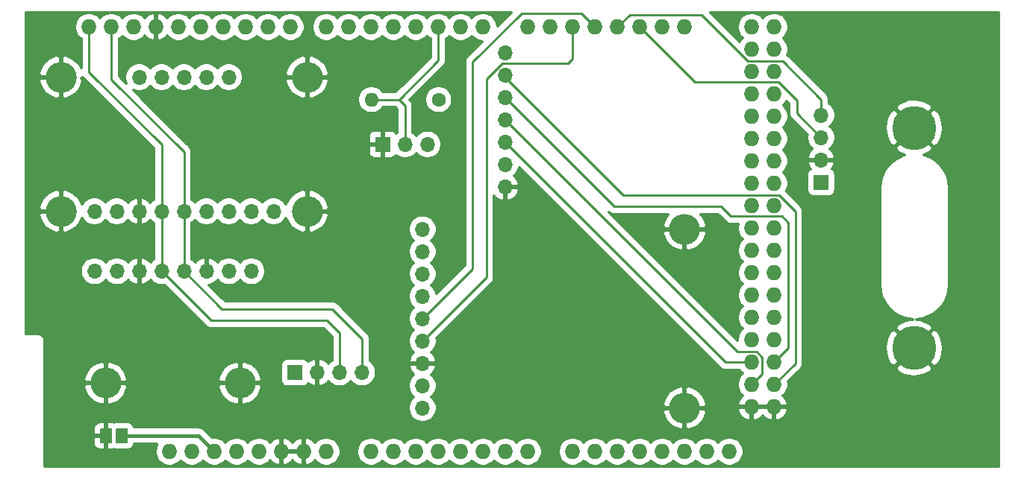
<source format=gbr>
%TF.GenerationSoftware,KiCad,Pcbnew,5.1.9+dfsg1-1*%
%TF.CreationDate,2021-05-17T19:44:08-07:00*%
%TF.ProjectId,Flight_Comp,466c6967-6874-45f4-936f-6d702e6b6963,rev?*%
%TF.SameCoordinates,Original*%
%TF.FileFunction,Copper,L1,Top*%
%TF.FilePolarity,Positive*%
%FSLAX46Y46*%
G04 Gerber Fmt 4.6, Leading zero omitted, Abs format (unit mm)*
G04 Created by KiCad (PCBNEW 5.1.9+dfsg1-1) date 2021-05-17 19:44:08*
%MOMM*%
%LPD*%
G01*
G04 APERTURE LIST*
%TA.AperFunction,ComponentPad*%
%ADD10O,3.515868X3.515868*%
%TD*%
%TA.AperFunction,ComponentPad*%
%ADD11O,1.700000X1.700000*%
%TD*%
%TA.AperFunction,ComponentPad*%
%ADD12R,1.700000X1.700000*%
%TD*%
%TA.AperFunction,ComponentPad*%
%ADD13C,5.000000*%
%TD*%
%TA.AperFunction,ComponentPad*%
%ADD14O,1.727200X1.727200*%
%TD*%
%TA.AperFunction,ComponentPad*%
%ADD15C,1.600000*%
%TD*%
%TA.AperFunction,ComponentPad*%
%ADD16O,1.600000X1.600000*%
%TD*%
%TA.AperFunction,SMDPad,CuDef*%
%ADD17C,0.100000*%
%TD*%
%TA.AperFunction,Conductor*%
%ADD18C,0.500000*%
%TD*%
%TA.AperFunction,Conductor*%
%ADD19C,0.250000*%
%TD*%
%TA.AperFunction,Conductor*%
%ADD20C,0.400000*%
%TD*%
%TA.AperFunction,Conductor*%
%ADD21C,0.350000*%
%TD*%
%TA.AperFunction,Conductor*%
%ADD22C,0.100000*%
%TD*%
G04 APERTURE END LIST*
D10*
%TO.P,J3,3*%
%TO.N,GND*%
X115684301Y-117792373D03*
X130924300Y-117792373D03*
D11*
%TO.P,J3,7*%
%TO.N,Net-(J3-Pad7)*%
X116954301Y-105092500D03*
%TO.P,J3,6*%
%TO.N,GND*%
X119494301Y-105092500D03*
%TO.P,J3,5*%
%TO.N,SCL_1*%
X122034300Y-105092500D03*
%TO.P,J3,8*%
%TO.N,Net-(J3-Pad8)*%
X114414300Y-105092500D03*
%TO.P,J3,2*%
%TO.N,Net-(J3-Pad2)*%
X129654300Y-105092499D03*
%TO.P,J3,3*%
%TO.N,GND*%
X127114300Y-105092499D03*
%TO.P,J3,1*%
%TO.N,+5V*%
X132194300Y-105092499D03*
%TO.P,J3,4*%
%TO.N,SDA_1*%
X124574301Y-105092499D03*
%TD*%
D12*
%TO.P,J2,1*%
%TO.N,+5V*%
X137147300Y-116611400D03*
D11*
%TO.P,J2,2*%
%TO.N,GND*%
X139687300Y-116611400D03*
%TO.P,J2,4*%
%TO.N,SDA_1*%
X144767299Y-116611400D03*
%TO.P,J2,3*%
%TO.N,SCL_1*%
X142227300Y-116611400D03*
%TD*%
D10*
%TO.P,J4,3*%
%TO.N,GND*%
X138531601Y-98272600D03*
X110591601Y-98272600D03*
X138531601Y-83032601D03*
X110591601Y-83032601D03*
D11*
%TO.P,J4,10*%
%TO.N,Net-(J4-Pad10)*%
X119481600Y-83032602D03*
%TO.P,J4,13*%
%TO.N,Net-(J4-Pad13)*%
X127101599Y-83032601D03*
%TO.P,J4,11*%
%TO.N,Net-(J4-Pad11)*%
X122021599Y-83032602D03*
%TO.P,J4,12*%
%TO.N,Net-(J4-Pad12)*%
X124561600Y-83032601D03*
%TO.P,J4,14*%
%TO.N,Net-(J4-Pad14)*%
X129641599Y-83032601D03*
%TO.P,J4,9*%
%TO.N,Net-(J4-Pad9)*%
X134721601Y-98272600D03*
%TO.P,J4,4*%
%TO.N,SCL_1*%
X122021599Y-98272601D03*
%TO.P,J4,1*%
%TO.N,+5V*%
X114401600Y-98272601D03*
%TO.P,J4,3*%
%TO.N,GND*%
X119481600Y-98272601D03*
%TO.P,J4,2*%
%TO.N,Net-(J4-Pad2)*%
X116941600Y-98272601D03*
%TO.P,J4,5*%
%TO.N,SDA_1*%
X124561600Y-98272600D03*
%TO.P,J4,6*%
%TO.N,Net-(J4-Pad6)*%
X127101599Y-98272600D03*
%TO.P,J4,8*%
%TO.N,Net-(J4-Pad8)*%
X132181600Y-98272600D03*
%TO.P,J4,7*%
%TO.N,Net-(J4-Pad7)*%
X129641599Y-98272600D03*
%TD*%
%TO.P,J1,3*%
%TO.N,RX1*%
X196850000Y-89890600D03*
%TO.P,J1,4*%
%TO.N,TX1*%
X196850000Y-87350600D03*
%TO.P,J1,2*%
%TO.N,GND*%
X196850000Y-92430600D03*
D12*
%TO.P,J1,1*%
%TO.N,+5V*%
X196850000Y-94970600D03*
D13*
%TO.P,J1,2*%
%TO.N,GND*%
X207391000Y-88798400D03*
X207391000Y-113817400D03*
%TD*%
D10*
%TO.P,J5,7*%
%TO.N,GND*%
X181348887Y-120637301D03*
X181351300Y-100317300D03*
D11*
X151633300Y-115557299D03*
%TO.P,J5,3*%
%TO.N,Net-(J5-Pad3)*%
X151633299Y-105397300D03*
%TO.P,J5,4*%
%TO.N,Net-(J5-Pad4)*%
X151633299Y-107937299D03*
%TO.P,J5,8*%
%TO.N,+5V*%
X151633300Y-118097300D03*
%TO.P,J5,2*%
%TO.N,Net-(J5-Pad2)*%
X151633299Y-102857300D03*
%TO.P,J5,1*%
%TO.N,Net-(J5-Pad1)*%
X151633299Y-100317300D03*
%TO.P,J5,6*%
%TO.N,TX2*%
X151633300Y-113017299D03*
%TO.P,J5,5*%
%TO.N,RX2*%
X151633300Y-110477300D03*
%TO.P,J5,9*%
%TO.N,Net-(J5-Pad9)*%
X151633300Y-120637301D03*
%TD*%
D14*
%TO.P,XA1,A0*%
%TO.N,Net-(XA1-PadA0)*%
X145783300Y-125590300D03*
%TO.P,XA1,VIN*%
%TO.N,VSS*%
X140703300Y-125590300D03*
%TO.P,XA1,GND3*%
%TO.N,GND*%
X138163300Y-125590300D03*
%TO.P,XA1,GND2*%
X135623300Y-125590300D03*
%TO.P,XA1,5V1*%
%TO.N,+5V*%
X133083300Y-125590300D03*
%TO.P,XA1,3V3*%
%TO.N,+3V3*%
X130543300Y-125590300D03*
%TO.P,XA1,RST1*%
%TO.N,Net-(Reset1-Pad1)*%
X128003300Y-125590300D03*
%TO.P,XA1,IORF*%
%TO.N,Net-(XA1-PadIORF)*%
X125463300Y-125590300D03*
%TO.P,XA1,D21*%
%TO.N,Net-(XA1-PadD21)*%
X181343300Y-77330300D03*
%TO.P,XA1,D20*%
%TO.N,Net-(XA1-PadD20)*%
X178803300Y-77330300D03*
%TO.P,XA1,D19*%
%TO.N,RX1*%
X176263300Y-77330300D03*
%TO.P,XA1,D18*%
%TO.N,TX1*%
X173723300Y-77330300D03*
%TO.P,XA1,D17*%
%TO.N,RX2*%
X171183300Y-77330300D03*
%TO.P,XA1,D16*%
%TO.N,TX2*%
X168643300Y-77330300D03*
%TO.P,XA1,D15*%
%TO.N,Net-(XA1-PadD15)*%
X166103300Y-77330300D03*
%TO.P,XA1,D14*%
%TO.N,Net-(XA1-PadD14)*%
X163563300Y-77330300D03*
%TO.P,XA1,D0*%
%TO.N,Net-(XA1-PadD0)*%
X158483300Y-77330300D03*
%TO.P,XA1,D1*%
%TO.N,Net-(XA1-PadD1)*%
X155943300Y-77330300D03*
%TO.P,XA1,D2*%
%TO.N,D2*%
X153403300Y-77330300D03*
%TO.P,XA1,D3*%
%TO.N,D3*%
X150863300Y-77330300D03*
%TO.P,XA1,D4*%
%TO.N,Net-(XA1-PadD4)*%
X148323300Y-77330300D03*
%TO.P,XA1,D5*%
%TO.N,Net-(XA1-PadD5)*%
X145783300Y-77330300D03*
%TO.P,XA1,D6*%
%TO.N,Net-(XA1-PadD6)*%
X143243300Y-77330300D03*
%TO.P,XA1,D7*%
%TO.N,Net-(XA1-PadD7)*%
X140703300Y-77330300D03*
%TO.P,XA1,GND1*%
%TO.N,GND*%
X121399300Y-77330300D03*
%TO.P,XA1,D8*%
%TO.N,Net-(XA1-PadD8)*%
X136639300Y-77330300D03*
%TO.P,XA1,D9*%
%TO.N,Net-(XA1-PadD9)*%
X134099300Y-77330300D03*
%TO.P,XA1,D10*%
%TO.N,Net-(XA1-PadD10)*%
X131559300Y-77330300D03*
%TO.P,XA1,SCL*%
%TO.N,SCL_1*%
X113779300Y-77330300D03*
%TO.P,XA1,SDA*%
%TO.N,SDA_1*%
X116319300Y-77330300D03*
%TO.P,XA1,AREF*%
%TO.N,Net-(XA1-PadAREF)*%
X118859300Y-77330300D03*
%TO.P,XA1,D13*%
%TO.N,Net-(XA1-PadD13)*%
X123939300Y-77330300D03*
%TO.P,XA1,D12*%
%TO.N,Net-(XA1-PadD12)*%
X126479300Y-77330300D03*
%TO.P,XA1,D11*%
%TO.N,Net-(XA1-PadD11)*%
X129019300Y-77330300D03*
%TO.P,XA1,*%
%TO.N,*%
X122923300Y-125590300D03*
%TO.P,XA1,A1*%
%TO.N,Net-(XA1-PadA1)*%
X148323300Y-125590300D03*
%TO.P,XA1,A2*%
%TO.N,Net-(XA1-PadA2)*%
X150863300Y-125590300D03*
%TO.P,XA1,A3*%
%TO.N,Net-(XA1-PadA3)*%
X153403300Y-125590300D03*
%TO.P,XA1,A4*%
%TO.N,Net-(XA1-PadA4)*%
X155943300Y-125590300D03*
%TO.P,XA1,A5*%
%TO.N,Net-(XA1-PadA5)*%
X158483300Y-125590300D03*
%TO.P,XA1,A6*%
%TO.N,Net-(XA1-PadA6)*%
X161023300Y-125590300D03*
%TO.P,XA1,A7*%
%TO.N,Net-(XA1-PadA7)*%
X163563300Y-125590300D03*
%TO.P,XA1,A8*%
%TO.N,Net-(XA1-PadA8)*%
X168643300Y-125590300D03*
%TO.P,XA1,A9*%
%TO.N,Net-(XA1-PadA9)*%
X171183300Y-125590300D03*
%TO.P,XA1,A10*%
%TO.N,Net-(XA1-PadA10)*%
X173723300Y-125590300D03*
%TO.P,XA1,A11*%
%TO.N,Net-(XA1-PadA11)*%
X176263300Y-125590300D03*
%TO.P,XA1,A12*%
%TO.N,Net-(XA1-PadA12)*%
X178803300Y-125590300D03*
%TO.P,XA1,A13*%
%TO.N,Net-(XA1-PadA13)*%
X181343300Y-125590300D03*
%TO.P,XA1,A14*%
%TO.N,Net-(XA1-PadA14)*%
X183883300Y-125590300D03*
%TO.P,XA1,A15*%
%TO.N,Net-(XA1-PadA15)*%
X186423300Y-125590300D03*
%TO.P,XA1,5V3*%
%TO.N,+5V*%
X188963300Y-77330300D03*
%TO.P,XA1,5V4*%
X191503300Y-77330300D03*
%TO.P,XA1,D22*%
%TO.N,Net-(XA1-PadD22)*%
X188963300Y-79870300D03*
%TO.P,XA1,D23*%
%TO.N,Net-(XA1-PadD23)*%
X191503300Y-79870300D03*
%TO.P,XA1,D24*%
%TO.N,Net-(XA1-PadD24)*%
X188963300Y-82410300D03*
%TO.P,XA1,D25*%
%TO.N,Net-(XA1-PadD25)*%
X191503300Y-82410300D03*
%TO.P,XA1,D26*%
%TO.N,Net-(XA1-PadD26)*%
X188963300Y-84950300D03*
%TO.P,XA1,D27*%
%TO.N,Net-(XA1-PadD27)*%
X191503300Y-84950300D03*
%TO.P,XA1,D28*%
%TO.N,Net-(XA1-PadD28)*%
X188963300Y-87490300D03*
%TO.P,XA1,D29*%
%TO.N,Net-(XA1-PadD29)*%
X191503300Y-87490300D03*
%TO.P,XA1,D30*%
%TO.N,Net-(XA1-PadD30)*%
X188963300Y-90030300D03*
%TO.P,XA1,D31*%
%TO.N,Net-(XA1-PadD31)*%
X191503300Y-90030300D03*
%TO.P,XA1,D32*%
%TO.N,Net-(XA1-PadD32)*%
X188963300Y-92570300D03*
%TO.P,XA1,D33*%
%TO.N,Net-(XA1-PadD33)*%
X191503300Y-92570300D03*
%TO.P,XA1,D34*%
%TO.N,Net-(XA1-PadD34)*%
X188963300Y-95110300D03*
%TO.P,XA1,D35*%
%TO.N,Net-(XA1-PadD35)*%
X191503300Y-95110300D03*
%TO.P,XA1,D36*%
%TO.N,Net-(XA1-PadD36)*%
X188963300Y-97650300D03*
%TO.P,XA1,D37*%
%TO.N,Net-(XA1-PadD37)*%
X191503300Y-97650300D03*
%TO.P,XA1,D38*%
%TO.N,Net-(XA1-PadD38)*%
X188963300Y-100190300D03*
%TO.P,XA1,D39*%
%TO.N,Net-(XA1-PadD39)*%
X191503300Y-100190300D03*
%TO.P,XA1,D40*%
%TO.N,Net-(XA1-PadD40)*%
X188963300Y-102730300D03*
%TO.P,XA1,D41*%
%TO.N,Net-(XA1-PadD41)*%
X191503300Y-102730300D03*
%TO.P,XA1,D42*%
%TO.N,Net-(XA1-PadD42)*%
X188963300Y-105270300D03*
%TO.P,XA1,D43*%
%TO.N,Net-(XA1-PadD43)*%
X191503300Y-105270300D03*
%TO.P,XA1,D44*%
%TO.N,Net-(XA1-PadD44)*%
X188963300Y-107810300D03*
%TO.P,XA1,D45*%
%TO.N,Net-(XA1-PadD45)*%
X191503300Y-107810300D03*
%TO.P,XA1,D46*%
%TO.N,Net-(XA1-PadD46)*%
X188963300Y-110350300D03*
%TO.P,XA1,D47*%
%TO.N,Net-(XA1-PadD47)*%
X191503300Y-110350300D03*
%TO.P,XA1,D48*%
%TO.N,Net-(XA1-PadD48)*%
X188963300Y-112890300D03*
%TO.P,XA1,D49*%
%TO.N,Net-(XA1-PadD49)*%
X191503300Y-112890300D03*
%TO.P,XA1,D50*%
%TO.N,DO*%
X188963300Y-115430300D03*
%TO.P,XA1,D51*%
%TO.N,DI*%
X191503300Y-115430300D03*
%TO.P,XA1,D52*%
%TO.N,CLK*%
X188963300Y-117970300D03*
%TO.P,XA1,D53*%
%TO.N,CS*%
X191503300Y-117970300D03*
%TO.P,XA1,GND5*%
%TO.N,GND*%
X188963300Y-120510300D03*
%TO.P,XA1,GND6*%
X191503300Y-120510300D03*
%TD*%
D11*
%TO.P,J6,1*%
%TO.N,+5V*%
X161003360Y-80289401D03*
%TO.P,J6,7*%
%TO.N,GND*%
X161003361Y-95529400D03*
%TO.P,J6,2*%
%TO.N,CS*%
X161003360Y-82829401D03*
%TO.P,J6,5*%
%TO.N,DO*%
X161003361Y-90449401D03*
%TO.P,J6,3*%
%TO.N,DI*%
X161003360Y-85369401D03*
%TO.P,J6,4*%
%TO.N,CLK*%
X161003360Y-87909400D03*
%TO.P,J6,6*%
%TO.N,Net-(J6-Pad6)*%
X161003361Y-92989400D03*
%TD*%
D15*
%TO.P,R1,1*%
%TO.N,+5V*%
X153454100Y-85585300D03*
D16*
%TO.P,R1,2*%
%TO.N,D2*%
X145834100Y-85585300D03*
%TD*%
D12*
%TO.P,U1,1*%
%TO.N,GND*%
X147104100Y-90665300D03*
D11*
%TO.P,U1,2*%
%TO.N,D2*%
X149644100Y-90665300D03*
%TO.P,U1,3*%
%TO.N,+5V*%
X152184100Y-90665300D03*
%TD*%
%TA.AperFunction,SMDPad,CuDef*%
D17*
%TO.P,Reset1,1*%
%TO.N,Net-(Reset1-Pad1)*%
G36*
X116868345Y-124610639D02*
G01*
X116858966Y-124607794D01*
X116850321Y-124603173D01*
X116842745Y-124596955D01*
X116836527Y-124589379D01*
X116831906Y-124580734D01*
X116829061Y-124571355D01*
X116828100Y-124561600D01*
X116828100Y-123037600D01*
X116829061Y-123027845D01*
X116831906Y-123018466D01*
X116836527Y-123009821D01*
X116842745Y-123002245D01*
X116850321Y-122996027D01*
X116858966Y-122991406D01*
X116868345Y-122988561D01*
X116878100Y-122987600D01*
X118148100Y-122987600D01*
X118157855Y-122988561D01*
X118167234Y-122991406D01*
X118175879Y-122996027D01*
X118183455Y-123002245D01*
X118189673Y-123009821D01*
X118194294Y-123018466D01*
X118197139Y-123027845D01*
X118198100Y-123037600D01*
X118198100Y-124561600D01*
X118197139Y-124571355D01*
X118194294Y-124580734D01*
X118189673Y-124589379D01*
X118183455Y-124596955D01*
X118175879Y-124603173D01*
X118167234Y-124607794D01*
X118157855Y-124610639D01*
X118148100Y-124611600D01*
X116878100Y-124611600D01*
X116868345Y-124610639D01*
G37*
%TD.AperFunction*%
%TA.AperFunction,SMDPad,CuDef*%
%TO.P,Reset1,2*%
%TO.N,GND*%
G36*
X115090345Y-124610639D02*
G01*
X115080966Y-124607794D01*
X115072321Y-124603173D01*
X115064745Y-124596955D01*
X115058527Y-124589379D01*
X115053906Y-124580734D01*
X115051061Y-124571355D01*
X115050100Y-124561600D01*
X115050100Y-123037600D01*
X115051061Y-123027845D01*
X115053906Y-123018466D01*
X115058527Y-123009821D01*
X115064745Y-123002245D01*
X115072321Y-122996027D01*
X115080966Y-122991406D01*
X115090345Y-122988561D01*
X115100100Y-122987600D01*
X116370100Y-122987600D01*
X116379855Y-122988561D01*
X116389234Y-122991406D01*
X116397879Y-122996027D01*
X116405455Y-123002245D01*
X116411673Y-123009821D01*
X116416294Y-123018466D01*
X116419139Y-123027845D01*
X116420100Y-123037600D01*
X116420100Y-124561600D01*
X116419139Y-124571355D01*
X116416294Y-124580734D01*
X116411673Y-124589379D01*
X116405455Y-124596955D01*
X116397879Y-124603173D01*
X116389234Y-124607794D01*
X116379855Y-124610639D01*
X116370100Y-124611600D01*
X115100100Y-124611600D01*
X115090345Y-124610639D01*
G37*
%TD.AperFunction*%
%TD*%
D18*
%TO.N,GND*%
X115684301Y-123723399D02*
X115608100Y-123799600D01*
X115684301Y-117792373D02*
X115684301Y-125780799D01*
X115608100Y-123799600D02*
X113601500Y-123799600D01*
%TO.N,D2*%
X149688550Y-90620850D02*
X149644100Y-90665300D01*
D19*
X145834100Y-85585300D02*
X148945600Y-85585300D01*
X153403300Y-81127600D02*
X153403300Y-77330300D01*
X148945600Y-85585300D02*
X153403300Y-81127600D01*
X148945600Y-85585300D02*
X148945600Y-85610700D01*
X149644100Y-86309200D02*
X149644100Y-90665300D01*
X148945600Y-85610700D02*
X149644100Y-86309200D01*
D18*
%TO.N,SDA_1*%
X124561600Y-105079798D02*
X124574301Y-105092499D01*
D19*
X124574301Y-105092499D02*
X128841502Y-109359700D01*
X128841502Y-109359700D02*
X141338300Y-109359700D01*
X144767299Y-112788699D02*
X144767299Y-116611400D01*
X141338300Y-109359700D02*
X144767299Y-112788699D01*
X124574301Y-98285301D02*
X124561600Y-98272600D01*
X124574301Y-105092499D02*
X124574301Y-98285301D01*
X116319300Y-77330300D02*
X116319300Y-83299300D01*
X124561600Y-91541600D02*
X124561600Y-98272600D01*
X116319300Y-83299300D02*
X124561600Y-91541600D01*
D18*
%TO.N,SCL_1*%
X122034300Y-98285302D02*
X122021599Y-98272601D01*
D19*
X122034300Y-105092500D02*
X127622300Y-110680500D01*
X127622300Y-110680500D02*
X140766800Y-110680500D01*
X142227300Y-112141000D02*
X142227300Y-116611400D01*
X140766800Y-110680500D02*
X142227300Y-112141000D01*
X122021599Y-105079799D02*
X122034300Y-105092500D01*
X122021599Y-98272601D02*
X122021599Y-105079799D01*
X113779300Y-77330300D02*
X113779300Y-82486500D01*
X122021599Y-90728799D02*
X122021599Y-98272601D01*
X113779300Y-82486500D02*
X122021599Y-90728799D01*
%TO.N,TX1*%
X173723300Y-77330300D02*
X175107600Y-75946000D01*
X188555569Y-81221699D02*
X192481980Y-81221699D01*
X183279870Y-75946000D02*
X188555569Y-81221699D01*
X175107600Y-75946000D02*
X183279870Y-75946000D01*
X196850000Y-85589719D02*
X196850000Y-87350600D01*
X192481980Y-81221699D02*
X196850000Y-85589719D01*
%TO.N,RX1*%
X194106800Y-85699600D02*
X194106800Y-87147400D01*
X194106800Y-87147400D02*
X196850000Y-89890600D01*
X192006101Y-83598901D02*
X194106800Y-85699600D01*
X182531901Y-83598901D02*
X192006101Y-83598901D01*
X176263300Y-77330300D02*
X182531901Y-83598901D01*
%TO.N,TX2*%
X168643300Y-80962500D02*
X168643300Y-77330300D01*
X168141398Y-81464402D02*
X168643300Y-80962500D01*
X160629357Y-81464402D02*
X168141398Y-81464402D01*
X158864300Y-83229459D02*
X160629357Y-81464402D01*
X158864300Y-105786299D02*
X158864300Y-83229459D01*
X151633300Y-113017299D02*
X158864300Y-105786299D01*
%TO.N,RX2*%
X157294699Y-104815901D02*
X157294699Y-82259060D01*
X151633300Y-110477300D02*
X157294699Y-104815901D01*
X157294699Y-82259060D02*
X157302200Y-82251559D01*
X157302200Y-82251559D02*
X157302200Y-81330800D01*
X157302200Y-81330800D02*
X162826700Y-75806300D01*
X169659300Y-75806300D02*
X171183300Y-77330300D01*
X162826700Y-75806300D02*
X169659300Y-75806300D01*
%TO.N,DI*%
X193128900Y-113804700D02*
X191503300Y-115430300D01*
X193128900Y-99593400D02*
X193128900Y-113804700D01*
X192374401Y-98838901D02*
X193128900Y-99593400D01*
X186608601Y-98838901D02*
X192374401Y-98838901D01*
X185496200Y-97726500D02*
X186608601Y-98838901D01*
X173360459Y-97726500D02*
X185496200Y-97726500D01*
X161003360Y-85369401D02*
X173360459Y-97726500D01*
%TO.N,CS*%
X192073829Y-96461699D02*
X193903600Y-98291470D01*
X174412954Y-96461699D02*
X192073829Y-96461699D01*
X161003360Y-83052105D02*
X174412954Y-96461699D01*
X161003360Y-82829401D02*
X161003360Y-83052105D01*
X193903600Y-115570000D02*
X191503300Y-117970300D01*
X193903600Y-98291470D02*
X193903600Y-115570000D01*
%TO.N,CLK*%
X190151901Y-116781699D02*
X188963300Y-117970300D01*
X190151901Y-114859771D02*
X190151901Y-116781699D01*
X189533829Y-114241699D02*
X190151901Y-114859771D01*
X187335659Y-114241699D02*
X189533829Y-114241699D01*
X161003360Y-87909400D02*
X187335659Y-114241699D01*
%TO.N,DO*%
X185984260Y-115430300D02*
X188963300Y-115430300D01*
X161003361Y-90449401D02*
X185984260Y-115430300D01*
D20*
%TO.N,Net-(Reset1-Pad1)*%
X126200700Y-123787700D02*
X128003300Y-125590300D01*
X117652000Y-123787700D02*
X117640100Y-123799600D01*
X126200700Y-123787700D02*
X117652000Y-123787700D01*
%TD*%
D21*
%TO.N,GND*%
X160121900Y-77238308D02*
X160121900Y-77168912D01*
X160058929Y-76852338D01*
X159935408Y-76554132D01*
X159756083Y-76285754D01*
X159527846Y-76057517D01*
X159259468Y-75878192D01*
X158961262Y-75754671D01*
X158644688Y-75691700D01*
X158321912Y-75691700D01*
X158005338Y-75754671D01*
X157707132Y-75878192D01*
X157438754Y-76057517D01*
X157213300Y-76282971D01*
X156987846Y-76057517D01*
X156719468Y-75878192D01*
X156421262Y-75754671D01*
X156104688Y-75691700D01*
X155781912Y-75691700D01*
X155465338Y-75754671D01*
X155167132Y-75878192D01*
X154898754Y-76057517D01*
X154673300Y-76282971D01*
X154447846Y-76057517D01*
X154179468Y-75878192D01*
X153881262Y-75754671D01*
X153564688Y-75691700D01*
X153241912Y-75691700D01*
X152925338Y-75754671D01*
X152627132Y-75878192D01*
X152358754Y-76057517D01*
X152133300Y-76282971D01*
X151907846Y-76057517D01*
X151639468Y-75878192D01*
X151341262Y-75754671D01*
X151024688Y-75691700D01*
X150701912Y-75691700D01*
X150385338Y-75754671D01*
X150087132Y-75878192D01*
X149818754Y-76057517D01*
X149593300Y-76282971D01*
X149367846Y-76057517D01*
X149099468Y-75878192D01*
X148801262Y-75754671D01*
X148484688Y-75691700D01*
X148161912Y-75691700D01*
X147845338Y-75754671D01*
X147547132Y-75878192D01*
X147278754Y-76057517D01*
X147053300Y-76282971D01*
X146827846Y-76057517D01*
X146559468Y-75878192D01*
X146261262Y-75754671D01*
X145944688Y-75691700D01*
X145621912Y-75691700D01*
X145305338Y-75754671D01*
X145007132Y-75878192D01*
X144738754Y-76057517D01*
X144513300Y-76282971D01*
X144287846Y-76057517D01*
X144019468Y-75878192D01*
X143721262Y-75754671D01*
X143404688Y-75691700D01*
X143081912Y-75691700D01*
X142765338Y-75754671D01*
X142467132Y-75878192D01*
X142198754Y-76057517D01*
X141973300Y-76282971D01*
X141747846Y-76057517D01*
X141479468Y-75878192D01*
X141181262Y-75754671D01*
X140864688Y-75691700D01*
X140541912Y-75691700D01*
X140225338Y-75754671D01*
X139927132Y-75878192D01*
X139658754Y-76057517D01*
X139430517Y-76285754D01*
X139251192Y-76554132D01*
X139127671Y-76852338D01*
X139064700Y-77168912D01*
X139064700Y-77491688D01*
X139127671Y-77808262D01*
X139251192Y-78106468D01*
X139430517Y-78374846D01*
X139658754Y-78603083D01*
X139927132Y-78782408D01*
X140225338Y-78905929D01*
X140541912Y-78968900D01*
X140864688Y-78968900D01*
X141181262Y-78905929D01*
X141479468Y-78782408D01*
X141747846Y-78603083D01*
X141973300Y-78377629D01*
X142198754Y-78603083D01*
X142467132Y-78782408D01*
X142765338Y-78905929D01*
X143081912Y-78968900D01*
X143404688Y-78968900D01*
X143721262Y-78905929D01*
X144019468Y-78782408D01*
X144287846Y-78603083D01*
X144513300Y-78377629D01*
X144738754Y-78603083D01*
X145007132Y-78782408D01*
X145305338Y-78905929D01*
X145621912Y-78968900D01*
X145944688Y-78968900D01*
X146261262Y-78905929D01*
X146559468Y-78782408D01*
X146827846Y-78603083D01*
X147053300Y-78377629D01*
X147278754Y-78603083D01*
X147547132Y-78782408D01*
X147845338Y-78905929D01*
X148161912Y-78968900D01*
X148484688Y-78968900D01*
X148801262Y-78905929D01*
X149099468Y-78782408D01*
X149367846Y-78603083D01*
X149593300Y-78377629D01*
X149818754Y-78603083D01*
X150087132Y-78782408D01*
X150385338Y-78905929D01*
X150701912Y-78968900D01*
X151024688Y-78968900D01*
X151341262Y-78905929D01*
X151639468Y-78782408D01*
X151907846Y-78603083D01*
X152133300Y-78377629D01*
X152358754Y-78603083D01*
X152503301Y-78699666D01*
X152503300Y-80754808D01*
X148572808Y-84685300D01*
X147126976Y-84685300D01*
X147057483Y-84581296D01*
X146838104Y-84361917D01*
X146580142Y-84189553D01*
X146293511Y-84070826D01*
X145989224Y-84010300D01*
X145678976Y-84010300D01*
X145374689Y-84070826D01*
X145088058Y-84189553D01*
X144830096Y-84361917D01*
X144610717Y-84581296D01*
X144438353Y-84839258D01*
X144319626Y-85125889D01*
X144259100Y-85430176D01*
X144259100Y-85740424D01*
X144319626Y-86044711D01*
X144438353Y-86331342D01*
X144610717Y-86589304D01*
X144830096Y-86808683D01*
X145088058Y-86981047D01*
X145374689Y-87099774D01*
X145678976Y-87160300D01*
X145989224Y-87160300D01*
X146293511Y-87099774D01*
X146580142Y-86981047D01*
X146838104Y-86808683D01*
X147057483Y-86589304D01*
X147126976Y-86485300D01*
X148547408Y-86485300D01*
X148744100Y-86681993D01*
X148744101Y-89312289D01*
X148611394Y-89400961D01*
X148601607Y-89382650D01*
X148504759Y-89264641D01*
X148386750Y-89167793D01*
X148252115Y-89095829D01*
X148106027Y-89051513D01*
X147954100Y-89036550D01*
X147376850Y-89040300D01*
X147183100Y-89234050D01*
X147183100Y-90586300D01*
X147203100Y-90586300D01*
X147203100Y-90744300D01*
X147183100Y-90744300D01*
X147183100Y-92096550D01*
X147376850Y-92290300D01*
X147954100Y-92294050D01*
X148106027Y-92279087D01*
X148252115Y-92234771D01*
X148386750Y-92162807D01*
X148504759Y-92065959D01*
X148601607Y-91947950D01*
X148611394Y-91929639D01*
X148874374Y-92105357D01*
X149170105Y-92227852D01*
X149484051Y-92290300D01*
X149804149Y-92290300D01*
X150118095Y-92227852D01*
X150413826Y-92105357D01*
X150679977Y-91927520D01*
X150906320Y-91701177D01*
X150914100Y-91689533D01*
X150921880Y-91701177D01*
X151148223Y-91927520D01*
X151414374Y-92105357D01*
X151710105Y-92227852D01*
X152024051Y-92290300D01*
X152344149Y-92290300D01*
X152658095Y-92227852D01*
X152953826Y-92105357D01*
X153219977Y-91927520D01*
X153446320Y-91701177D01*
X153624157Y-91435026D01*
X153746652Y-91139295D01*
X153809100Y-90825349D01*
X153809100Y-90505251D01*
X153746652Y-90191305D01*
X153624157Y-89895574D01*
X153446320Y-89629423D01*
X153219977Y-89403080D01*
X152953826Y-89225243D01*
X152658095Y-89102748D01*
X152344149Y-89040300D01*
X152024051Y-89040300D01*
X151710105Y-89102748D01*
X151414374Y-89225243D01*
X151148223Y-89403080D01*
X150921880Y-89629423D01*
X150914100Y-89641067D01*
X150906320Y-89629423D01*
X150679977Y-89403080D01*
X150544100Y-89312290D01*
X150544100Y-86353403D01*
X150548454Y-86309199D01*
X150543650Y-86260423D01*
X150531077Y-86132769D01*
X150479614Y-85963119D01*
X150396043Y-85806768D01*
X150341596Y-85740424D01*
X150311755Y-85704062D01*
X150311753Y-85704060D01*
X150283575Y-85669725D01*
X150249241Y-85641548D01*
X150205692Y-85598000D01*
X150373516Y-85430176D01*
X151879100Y-85430176D01*
X151879100Y-85740424D01*
X151939626Y-86044711D01*
X152058353Y-86331342D01*
X152230717Y-86589304D01*
X152450096Y-86808683D01*
X152708058Y-86981047D01*
X152994689Y-87099774D01*
X153298976Y-87160300D01*
X153609224Y-87160300D01*
X153913511Y-87099774D01*
X154200142Y-86981047D01*
X154458104Y-86808683D01*
X154677483Y-86589304D01*
X154849847Y-86331342D01*
X154968574Y-86044711D01*
X155029100Y-85740424D01*
X155029100Y-85430176D01*
X154968574Y-85125889D01*
X154849847Y-84839258D01*
X154677483Y-84581296D01*
X154458104Y-84361917D01*
X154200142Y-84189553D01*
X153913511Y-84070826D01*
X153609224Y-84010300D01*
X153298976Y-84010300D01*
X152994689Y-84070826D01*
X152708058Y-84189553D01*
X152450096Y-84361917D01*
X152230717Y-84581296D01*
X152058353Y-84839258D01*
X151939626Y-85125889D01*
X151879100Y-85430176D01*
X150373516Y-85430176D01*
X154008436Y-81795256D01*
X154042775Y-81767075D01*
X154155243Y-81630032D01*
X154238814Y-81473681D01*
X154290277Y-81304031D01*
X154303300Y-81171807D01*
X154303300Y-81171806D01*
X154307654Y-81127600D01*
X154303300Y-81083393D01*
X154303300Y-78699666D01*
X154447846Y-78603083D01*
X154673300Y-78377629D01*
X154898754Y-78603083D01*
X155167132Y-78782408D01*
X155465338Y-78905929D01*
X155781912Y-78968900D01*
X156104688Y-78968900D01*
X156421262Y-78905929D01*
X156719468Y-78782408D01*
X156987846Y-78603083D01*
X157213300Y-78377629D01*
X157438754Y-78603083D01*
X157707132Y-78782408D01*
X158005338Y-78905929D01*
X158321912Y-78968900D01*
X158391308Y-78968900D01*
X156697061Y-80663147D01*
X156662726Y-80691325D01*
X156634548Y-80725660D01*
X156634545Y-80725663D01*
X156550257Y-80828369D01*
X156466687Y-80984719D01*
X156415223Y-81154370D01*
X156397846Y-81330800D01*
X156402201Y-81375016D01*
X156402200Y-82138694D01*
X156390345Y-82259060D01*
X156394700Y-82303277D01*
X156394699Y-104443109D01*
X153225492Y-107612316D01*
X153195851Y-107463304D01*
X153073356Y-107167573D01*
X152895519Y-106901422D01*
X152669176Y-106675079D01*
X152657533Y-106667300D01*
X152669176Y-106659520D01*
X152895519Y-106433177D01*
X153073356Y-106167026D01*
X153195851Y-105871295D01*
X153258299Y-105557349D01*
X153258299Y-105237251D01*
X153195851Y-104923305D01*
X153073356Y-104627574D01*
X152895519Y-104361423D01*
X152669176Y-104135080D01*
X152657532Y-104127300D01*
X152669176Y-104119520D01*
X152895519Y-103893177D01*
X153073356Y-103627026D01*
X153195851Y-103331295D01*
X153258299Y-103017349D01*
X153258299Y-102697251D01*
X153195851Y-102383305D01*
X153073356Y-102087574D01*
X152895519Y-101821423D01*
X152669176Y-101595080D01*
X152657532Y-101587300D01*
X152669176Y-101579520D01*
X152895519Y-101353177D01*
X153073356Y-101087026D01*
X153195851Y-100791295D01*
X153258299Y-100477349D01*
X153258299Y-100157251D01*
X153195851Y-99843305D01*
X153073356Y-99547574D01*
X152895519Y-99281423D01*
X152669176Y-99055080D01*
X152403025Y-98877243D01*
X152107294Y-98754748D01*
X151793348Y-98692300D01*
X151473250Y-98692300D01*
X151159304Y-98754748D01*
X150863573Y-98877243D01*
X150597422Y-99055080D01*
X150371079Y-99281423D01*
X150193242Y-99547574D01*
X150070747Y-99843305D01*
X150008299Y-100157251D01*
X150008299Y-100477349D01*
X150070747Y-100791295D01*
X150193242Y-101087026D01*
X150371079Y-101353177D01*
X150597422Y-101579520D01*
X150609066Y-101587300D01*
X150597422Y-101595080D01*
X150371079Y-101821423D01*
X150193242Y-102087574D01*
X150070747Y-102383305D01*
X150008299Y-102697251D01*
X150008299Y-103017349D01*
X150070747Y-103331295D01*
X150193242Y-103627026D01*
X150371079Y-103893177D01*
X150597422Y-104119520D01*
X150609066Y-104127300D01*
X150597422Y-104135080D01*
X150371079Y-104361423D01*
X150193242Y-104627574D01*
X150070747Y-104923305D01*
X150008299Y-105237251D01*
X150008299Y-105557349D01*
X150070747Y-105871295D01*
X150193242Y-106167026D01*
X150371079Y-106433177D01*
X150597422Y-106659520D01*
X150609065Y-106667300D01*
X150597422Y-106675079D01*
X150371079Y-106901422D01*
X150193242Y-107167573D01*
X150070747Y-107463304D01*
X150008299Y-107777250D01*
X150008299Y-108097348D01*
X150070747Y-108411294D01*
X150193242Y-108707025D01*
X150371079Y-108973176D01*
X150597422Y-109199519D01*
X150609067Y-109207300D01*
X150597423Y-109215080D01*
X150371080Y-109441423D01*
X150193243Y-109707574D01*
X150070748Y-110003305D01*
X150008300Y-110317251D01*
X150008300Y-110637349D01*
X150070748Y-110951295D01*
X150193243Y-111247026D01*
X150371080Y-111513177D01*
X150597423Y-111739520D01*
X150609066Y-111747300D01*
X150597423Y-111755079D01*
X150371080Y-111981422D01*
X150193243Y-112247573D01*
X150070748Y-112543304D01*
X150008300Y-112857250D01*
X150008300Y-113177348D01*
X150070748Y-113491294D01*
X150193243Y-113787025D01*
X150371080Y-114053176D01*
X150597423Y-114279519D01*
X150621293Y-114295469D01*
X150473540Y-114419060D01*
X150273765Y-114667189D01*
X150126236Y-114949524D01*
X150042562Y-115225366D01*
X150204232Y-115478299D01*
X151554300Y-115478299D01*
X151554300Y-115458299D01*
X151712300Y-115458299D01*
X151712300Y-115478299D01*
X153062368Y-115478299D01*
X153224038Y-115225366D01*
X153140364Y-114949524D01*
X152992835Y-114667189D01*
X152793060Y-114419060D01*
X152645307Y-114295469D01*
X152669177Y-114279519D01*
X152895520Y-114053176D01*
X153073357Y-113787025D01*
X153195852Y-113491294D01*
X153258300Y-113177348D01*
X153258300Y-112857250D01*
X153226419Y-112696972D01*
X159469436Y-106453955D01*
X159503775Y-106425774D01*
X159616243Y-106288731D01*
X159699814Y-106132380D01*
X159751277Y-105962730D01*
X159764300Y-105830506D01*
X159764300Y-105830504D01*
X159768654Y-105786300D01*
X159764300Y-105742096D01*
X159764300Y-96569144D01*
X159843601Y-96667639D01*
X160087945Y-96872026D01*
X160367468Y-97024817D01*
X160671428Y-97120140D01*
X160924361Y-96958731D01*
X160924361Y-95608400D01*
X161082361Y-95608400D01*
X161082361Y-96958731D01*
X161335294Y-97120140D01*
X161639254Y-97024817D01*
X161918777Y-96872026D01*
X162163121Y-96667639D01*
X162362896Y-96419510D01*
X162510425Y-96137175D01*
X162594099Y-95861333D01*
X162432429Y-95608400D01*
X161082361Y-95608400D01*
X160924361Y-95608400D01*
X160904361Y-95608400D01*
X160904361Y-95450400D01*
X160924361Y-95450400D01*
X160924361Y-95430400D01*
X161082361Y-95430400D01*
X161082361Y-95450400D01*
X162432429Y-95450400D01*
X162594099Y-95197467D01*
X162510425Y-94921625D01*
X162362896Y-94639290D01*
X162163121Y-94391161D01*
X162015368Y-94267570D01*
X162039238Y-94251620D01*
X162265581Y-94025277D01*
X162443418Y-93759126D01*
X162565913Y-93463395D01*
X162595553Y-93314385D01*
X185316607Y-116035440D01*
X185344785Y-116069775D01*
X185379120Y-116097953D01*
X185379122Y-116097955D01*
X185451270Y-116157165D01*
X185481828Y-116182243D01*
X185638179Y-116265814D01*
X185807829Y-116317277D01*
X185940053Y-116330300D01*
X185940055Y-116330300D01*
X185984259Y-116334654D01*
X186028463Y-116330300D01*
X187593934Y-116330300D01*
X187690517Y-116474846D01*
X187915971Y-116700300D01*
X187690517Y-116925754D01*
X187511192Y-117194132D01*
X187387671Y-117492338D01*
X187324700Y-117808912D01*
X187324700Y-118131688D01*
X187387671Y-118448262D01*
X187511192Y-118746468D01*
X187690517Y-119014846D01*
X187918754Y-119243083D01*
X187928701Y-119249729D01*
X187794297Y-119362062D01*
X187592749Y-119612186D01*
X187443870Y-119896824D01*
X187359114Y-120176237D01*
X187520611Y-120431300D01*
X188884300Y-120431300D01*
X188884300Y-120411300D01*
X189042300Y-120411300D01*
X189042300Y-120431300D01*
X191424300Y-120431300D01*
X191424300Y-120411300D01*
X191582300Y-120411300D01*
X191582300Y-120431300D01*
X192945989Y-120431300D01*
X193107486Y-120176237D01*
X193022730Y-119896824D01*
X192873851Y-119612186D01*
X192672303Y-119362062D01*
X192537899Y-119249729D01*
X192547846Y-119243083D01*
X192776083Y-119014846D01*
X192955408Y-118746468D01*
X193078929Y-118448262D01*
X193141900Y-118131688D01*
X193141900Y-117808912D01*
X193107984Y-117638408D01*
X194508735Y-116237657D01*
X194543075Y-116209475D01*
X194655543Y-116072432D01*
X194660837Y-116062526D01*
X205257597Y-116062526D01*
X205521159Y-116525419D01*
X206085395Y-116838173D01*
X206699806Y-117034841D01*
X207340778Y-117107863D01*
X207983681Y-117054436D01*
X208603808Y-116876611D01*
X209177326Y-116581222D01*
X209260841Y-116525419D01*
X209524403Y-116062526D01*
X207391000Y-113929123D01*
X205257597Y-116062526D01*
X194660837Y-116062526D01*
X194739114Y-115916081D01*
X194790577Y-115746431D01*
X194803600Y-115614207D01*
X194807954Y-115570000D01*
X194803600Y-115525793D01*
X194803600Y-113767178D01*
X204100537Y-113767178D01*
X204153964Y-114410081D01*
X204331789Y-115030208D01*
X204627178Y-115603726D01*
X204682981Y-115687241D01*
X205145874Y-115950803D01*
X207279277Y-113817400D01*
X207502723Y-113817400D01*
X209636126Y-115950803D01*
X210099019Y-115687241D01*
X210411773Y-115123005D01*
X210608441Y-114508594D01*
X210681463Y-113867622D01*
X210628036Y-113224719D01*
X210450211Y-112604592D01*
X210154822Y-112031074D01*
X210099019Y-111947559D01*
X209636126Y-111683997D01*
X207502723Y-113817400D01*
X207279277Y-113817400D01*
X205145874Y-111683997D01*
X204682981Y-111947559D01*
X204370227Y-112511795D01*
X204173559Y-113126206D01*
X204100537Y-113767178D01*
X194803600Y-113767178D01*
X194803600Y-106670218D01*
X203508000Y-106670218D01*
X203508286Y-106673121D01*
X203508322Y-106678294D01*
X203512287Y-106716019D01*
X203512287Y-106753948D01*
X203513506Y-106765542D01*
X203580920Y-107366553D01*
X203596654Y-107440577D01*
X203611354Y-107514819D01*
X203614799Y-107525946D01*
X203614801Y-107525956D01*
X203614805Y-107525965D01*
X203797669Y-108102426D01*
X203827499Y-108172025D01*
X203856322Y-108241956D01*
X203861862Y-108252202D01*
X203861866Y-108252211D01*
X203861871Y-108252218D01*
X204153222Y-108782184D01*
X204195979Y-108844630D01*
X204237859Y-108907665D01*
X204245285Y-108916641D01*
X204245290Y-108916648D01*
X204245296Y-108916653D01*
X204634036Y-109379936D01*
X204688116Y-109432896D01*
X204741434Y-109486587D01*
X204750463Y-109493950D01*
X204750469Y-109493956D01*
X204750476Y-109493960D01*
X205221797Y-109872913D01*
X205285144Y-109914366D01*
X205347865Y-109956672D01*
X205358151Y-109962141D01*
X205358159Y-109962146D01*
X205358167Y-109962149D01*
X205894117Y-110242337D01*
X205964295Y-110270691D01*
X206034052Y-110300015D01*
X206045207Y-110303382D01*
X206045214Y-110303385D01*
X206045221Y-110303386D01*
X206625387Y-110474139D01*
X206699741Y-110488323D01*
X206773863Y-110503538D01*
X206785462Y-110504676D01*
X206785466Y-110504676D01*
X207226318Y-110544796D01*
X206798319Y-110580364D01*
X206178192Y-110758189D01*
X205604674Y-111053578D01*
X205521159Y-111109381D01*
X205257597Y-111572274D01*
X207391000Y-113705677D01*
X209524403Y-111572274D01*
X209260841Y-111109381D01*
X208696605Y-110796627D01*
X208082194Y-110599959D01*
X207637184Y-110549262D01*
X208152180Y-110495134D01*
X208226317Y-110479916D01*
X208300655Y-110465736D01*
X208311816Y-110462366D01*
X208889549Y-110283527D01*
X208959316Y-110254200D01*
X209029486Y-110225850D01*
X209039775Y-110220379D01*
X209039780Y-110220377D01*
X209039784Y-110220374D01*
X209571773Y-109932729D01*
X209634534Y-109890396D01*
X209697842Y-109848969D01*
X209706877Y-109841600D01*
X210172867Y-109456098D01*
X210226163Y-109402428D01*
X210280266Y-109349448D01*
X210287697Y-109340465D01*
X210669935Y-108871794D01*
X210711827Y-108808743D01*
X210754573Y-108746314D01*
X210760113Y-108736067D01*
X210760118Y-108736059D01*
X210760121Y-108736051D01*
X211044044Y-108202070D01*
X211072873Y-108132127D01*
X211102698Y-108062540D01*
X211106145Y-108051403D01*
X211280946Y-107472435D01*
X211295647Y-107398191D01*
X211311381Y-107324169D01*
X211312599Y-107312575D01*
X211371615Y-106710682D01*
X211371615Y-106710679D01*
X211375600Y-106670219D01*
X211375600Y-95649587D01*
X211375606Y-95649530D01*
X211375606Y-95637872D01*
X211375600Y-95637012D01*
X211375600Y-95602681D01*
X211375342Y-95600062D01*
X211375304Y-95594606D01*
X211371339Y-95556881D01*
X211371339Y-95518951D01*
X211370120Y-95507357D01*
X211302705Y-94906341D01*
X211286968Y-94832303D01*
X211272271Y-94758076D01*
X211268827Y-94746951D01*
X211268824Y-94746938D01*
X211268819Y-94746926D01*
X211085954Y-94170464D01*
X211056152Y-94100931D01*
X211027302Y-94030934D01*
X211021756Y-94020679D01*
X211021756Y-94020678D01*
X211021753Y-94020674D01*
X210730399Y-93490702D01*
X210687632Y-93428241D01*
X210645762Y-93365221D01*
X210638335Y-93356244D01*
X210638331Y-93356238D01*
X210638326Y-93356233D01*
X210249583Y-92892946D01*
X210195502Y-92839986D01*
X210142184Y-92786294D01*
X210133155Y-92778931D01*
X210133150Y-92778926D01*
X210133145Y-92778922D01*
X209661817Y-92399965D01*
X209598454Y-92358502D01*
X209535749Y-92316206D01*
X209525463Y-92310737D01*
X209525455Y-92310732D01*
X209525447Y-92310729D01*
X208989493Y-92030539D01*
X208919301Y-92002179D01*
X208849557Y-91972861D01*
X208838406Y-91969495D01*
X208838396Y-91969491D01*
X208838386Y-91969489D01*
X208530086Y-91878751D01*
X208603808Y-91857611D01*
X209177326Y-91562222D01*
X209260841Y-91506419D01*
X209524403Y-91043526D01*
X207391000Y-88910123D01*
X205257597Y-91043526D01*
X205521159Y-91506419D01*
X206085395Y-91819173D01*
X206310756Y-91891309D01*
X205994042Y-91989348D01*
X205924267Y-92018678D01*
X205854104Y-92047026D01*
X205843820Y-92052495D01*
X205843811Y-92052499D01*
X205843804Y-92052504D01*
X205311812Y-92340151D01*
X205249047Y-92382486D01*
X205185743Y-92423910D01*
X205176721Y-92431269D01*
X205176708Y-92431278D01*
X205176698Y-92431288D01*
X204710715Y-92816783D01*
X204657399Y-92870472D01*
X204603316Y-92923434D01*
X204595885Y-92932417D01*
X204213643Y-93401092D01*
X204171751Y-93464143D01*
X204129005Y-93526572D01*
X204123463Y-93536823D01*
X204123460Y-93536827D01*
X204123460Y-93536828D01*
X203839532Y-94070820D01*
X203810693Y-94140790D01*
X203780878Y-94210351D01*
X203777431Y-94221488D01*
X203602629Y-94800461D01*
X203587933Y-94874684D01*
X203572194Y-94948726D01*
X203570976Y-94960320D01*
X203511959Y-95562218D01*
X203511959Y-95562495D01*
X203508001Y-95602681D01*
X203508000Y-106670218D01*
X194803600Y-106670218D01*
X194803600Y-98335676D01*
X194807954Y-98291470D01*
X194790577Y-98115039D01*
X194777420Y-98071667D01*
X194739114Y-97945389D01*
X194655543Y-97789038D01*
X194650480Y-97782869D01*
X194571255Y-97686332D01*
X194571253Y-97686330D01*
X194543075Y-97651995D01*
X194508741Y-97623818D01*
X192881701Y-95996779D01*
X192955408Y-95886468D01*
X193078929Y-95588262D01*
X193141900Y-95271688D01*
X193141900Y-94948912D01*
X193078929Y-94632338D01*
X192955408Y-94334132D01*
X192812731Y-94120600D01*
X195221251Y-94120600D01*
X195221251Y-95820600D01*
X195236214Y-95972526D01*
X195280530Y-96118614D01*
X195352494Y-96253250D01*
X195449341Y-96371259D01*
X195567350Y-96468106D01*
X195701986Y-96540070D01*
X195848074Y-96584386D01*
X196000000Y-96599349D01*
X197700000Y-96599349D01*
X197851926Y-96584386D01*
X197998014Y-96540070D01*
X198132650Y-96468106D01*
X198250659Y-96371259D01*
X198347506Y-96253250D01*
X198419470Y-96118614D01*
X198463786Y-95972526D01*
X198478749Y-95820600D01*
X198478749Y-94120600D01*
X198463786Y-93968674D01*
X198419470Y-93822586D01*
X198347506Y-93687950D01*
X198250659Y-93569941D01*
X198132650Y-93473094D01*
X198100627Y-93455978D01*
X198209535Y-93320710D01*
X198357064Y-93038375D01*
X198440738Y-92762533D01*
X198279068Y-92509600D01*
X196929000Y-92509600D01*
X196929000Y-92529600D01*
X196771000Y-92529600D01*
X196771000Y-92509600D01*
X195420932Y-92509600D01*
X195259262Y-92762533D01*
X195342936Y-93038375D01*
X195490465Y-93320710D01*
X195599373Y-93455978D01*
X195567350Y-93473094D01*
X195449341Y-93569941D01*
X195352494Y-93687950D01*
X195280530Y-93822586D01*
X195236214Y-93968674D01*
X195221251Y-94120600D01*
X192812731Y-94120600D01*
X192776083Y-94065754D01*
X192550629Y-93840300D01*
X192776083Y-93614846D01*
X192955408Y-93346468D01*
X193078929Y-93048262D01*
X193141900Y-92731688D01*
X193141900Y-92408912D01*
X193078929Y-92092338D01*
X192955408Y-91794132D01*
X192776083Y-91525754D01*
X192550629Y-91300300D01*
X192776083Y-91074846D01*
X192955408Y-90806468D01*
X193078929Y-90508262D01*
X193141900Y-90191688D01*
X193141900Y-89868912D01*
X193078929Y-89552338D01*
X192955408Y-89254132D01*
X192776083Y-88985754D01*
X192550629Y-88760300D01*
X192776083Y-88534846D01*
X192955408Y-88266468D01*
X193078929Y-87968262D01*
X193141900Y-87651688D01*
X193141900Y-87328912D01*
X193078929Y-87012338D01*
X192955408Y-86714132D01*
X192776083Y-86445754D01*
X192550629Y-86220300D01*
X192776083Y-85994846D01*
X192917543Y-85783136D01*
X193206800Y-86072393D01*
X193206801Y-87103184D01*
X193202446Y-87147400D01*
X193219823Y-87323830D01*
X193271287Y-87493481D01*
X193354857Y-87649831D01*
X193439145Y-87752537D01*
X193439148Y-87752540D01*
X193467326Y-87786875D01*
X193501661Y-87815053D01*
X195256881Y-89570273D01*
X195225000Y-89730551D01*
X195225000Y-90050649D01*
X195287448Y-90364595D01*
X195409943Y-90660326D01*
X195587780Y-90926477D01*
X195814123Y-91152820D01*
X195837993Y-91168770D01*
X195690240Y-91292361D01*
X195490465Y-91540490D01*
X195342936Y-91822825D01*
X195259262Y-92098667D01*
X195420932Y-92351600D01*
X196771000Y-92351600D01*
X196771000Y-92331600D01*
X196929000Y-92331600D01*
X196929000Y-92351600D01*
X198279068Y-92351600D01*
X198440738Y-92098667D01*
X198357064Y-91822825D01*
X198209535Y-91540490D01*
X198009760Y-91292361D01*
X197862007Y-91168770D01*
X197885877Y-91152820D01*
X198112220Y-90926477D01*
X198290057Y-90660326D01*
X198412552Y-90364595D01*
X198475000Y-90050649D01*
X198475000Y-89730551D01*
X198412552Y-89416605D01*
X198290057Y-89120874D01*
X198112220Y-88854723D01*
X198005675Y-88748178D01*
X204100537Y-88748178D01*
X204153964Y-89391081D01*
X204331789Y-90011208D01*
X204627178Y-90584726D01*
X204682981Y-90668241D01*
X205145874Y-90931803D01*
X207279277Y-88798400D01*
X207502723Y-88798400D01*
X209636126Y-90931803D01*
X210099019Y-90668241D01*
X210411773Y-90104005D01*
X210608441Y-89489594D01*
X210681463Y-88848622D01*
X210628036Y-88205719D01*
X210450211Y-87585592D01*
X210154822Y-87012074D01*
X210099019Y-86928559D01*
X209636126Y-86664997D01*
X207502723Y-88798400D01*
X207279277Y-88798400D01*
X205145874Y-86664997D01*
X204682981Y-86928559D01*
X204370227Y-87492795D01*
X204173559Y-88107206D01*
X204100537Y-88748178D01*
X198005675Y-88748178D01*
X197885877Y-88628380D01*
X197874233Y-88620600D01*
X197885877Y-88612820D01*
X198112220Y-88386477D01*
X198290057Y-88120326D01*
X198412552Y-87824595D01*
X198475000Y-87510649D01*
X198475000Y-87190551D01*
X198412552Y-86876605D01*
X198290057Y-86580874D01*
X198271616Y-86553274D01*
X205257597Y-86553274D01*
X207391000Y-88686677D01*
X209524403Y-86553274D01*
X209260841Y-86090381D01*
X208696605Y-85777627D01*
X208082194Y-85580959D01*
X207441222Y-85507937D01*
X206798319Y-85561364D01*
X206178192Y-85739189D01*
X205604674Y-86034578D01*
X205521159Y-86090381D01*
X205257597Y-86553274D01*
X198271616Y-86553274D01*
X198112220Y-86314723D01*
X197885877Y-86088380D01*
X197750000Y-85997590D01*
X197750000Y-85633922D01*
X197754354Y-85589718D01*
X197747799Y-85523169D01*
X197736977Y-85413288D01*
X197685514Y-85243638D01*
X197601943Y-85087287D01*
X197489475Y-84950244D01*
X197455141Y-84922067D01*
X193149637Y-80616564D01*
X193121455Y-80582224D01*
X193017393Y-80496823D01*
X193078929Y-80348262D01*
X193141900Y-80031688D01*
X193141900Y-79708912D01*
X193078929Y-79392338D01*
X192955408Y-79094132D01*
X192776083Y-78825754D01*
X192550629Y-78600300D01*
X192776083Y-78374846D01*
X192955408Y-78106468D01*
X193078929Y-77808262D01*
X193141900Y-77491688D01*
X193141900Y-77168912D01*
X193078929Y-76852338D01*
X192955408Y-76554132D01*
X192776083Y-76285754D01*
X192547846Y-76057517D01*
X192279468Y-75878192D01*
X191981262Y-75754671D01*
X191664688Y-75691700D01*
X191341912Y-75691700D01*
X191025338Y-75754671D01*
X190727132Y-75878192D01*
X190458754Y-76057517D01*
X190233300Y-76282971D01*
X190007846Y-76057517D01*
X189739468Y-75878192D01*
X189441262Y-75754671D01*
X189124688Y-75691700D01*
X188801912Y-75691700D01*
X188485338Y-75754671D01*
X188187132Y-75878192D01*
X187918754Y-76057517D01*
X187690517Y-76285754D01*
X187511192Y-76554132D01*
X187387671Y-76852338D01*
X187324700Y-77168912D01*
X187324700Y-77491688D01*
X187387671Y-77808262D01*
X187511192Y-78106468D01*
X187690517Y-78374846D01*
X187915971Y-78600300D01*
X187690517Y-78825754D01*
X187587136Y-78980474D01*
X184297362Y-75690700D01*
X216955400Y-75690700D01*
X216955401Y-127229900D01*
X108799600Y-127229900D01*
X108799600Y-123037600D01*
X114271350Y-123037600D01*
X114271350Y-124561600D01*
X114275102Y-124637948D01*
X114276063Y-124647703D01*
X114305842Y-124797408D01*
X114308687Y-124806787D01*
X114367115Y-124947844D01*
X114371736Y-124956489D01*
X114456566Y-125083438D01*
X114462784Y-125091014D01*
X114570686Y-125198916D01*
X114578262Y-125205134D01*
X114705211Y-125289964D01*
X114713856Y-125294585D01*
X114854913Y-125353013D01*
X114864292Y-125355858D01*
X115013997Y-125385637D01*
X115023752Y-125386598D01*
X115100100Y-125390350D01*
X116370100Y-125390350D01*
X116446448Y-125386598D01*
X116456203Y-125385637D01*
X116605908Y-125355858D01*
X116615287Y-125353013D01*
X116624100Y-125349363D01*
X116632913Y-125353013D01*
X116642292Y-125355858D01*
X116791997Y-125385637D01*
X116801752Y-125386598D01*
X116878100Y-125390350D01*
X118148100Y-125390350D01*
X118224448Y-125386598D01*
X118234203Y-125385637D01*
X118383908Y-125355858D01*
X118393287Y-125353013D01*
X118534344Y-125294585D01*
X118542989Y-125289964D01*
X118669938Y-125205134D01*
X118677514Y-125198916D01*
X118785416Y-125091014D01*
X118791634Y-125083438D01*
X118876464Y-124956489D01*
X118881085Y-124947844D01*
X118939513Y-124806787D01*
X118942358Y-124797408D01*
X118949262Y-124762700D01*
X121505558Y-124762700D01*
X121471192Y-124814132D01*
X121347671Y-125112338D01*
X121284700Y-125428912D01*
X121284700Y-125751688D01*
X121347671Y-126068262D01*
X121471192Y-126366468D01*
X121650517Y-126634846D01*
X121878754Y-126863083D01*
X122147132Y-127042408D01*
X122445338Y-127165929D01*
X122761912Y-127228900D01*
X123084688Y-127228900D01*
X123401262Y-127165929D01*
X123699468Y-127042408D01*
X123967846Y-126863083D01*
X124193300Y-126637629D01*
X124418754Y-126863083D01*
X124687132Y-127042408D01*
X124985338Y-127165929D01*
X125301912Y-127228900D01*
X125624688Y-127228900D01*
X125941262Y-127165929D01*
X126239468Y-127042408D01*
X126507846Y-126863083D01*
X126733300Y-126637629D01*
X126958754Y-126863083D01*
X127227132Y-127042408D01*
X127525338Y-127165929D01*
X127841912Y-127228900D01*
X128164688Y-127228900D01*
X128481262Y-127165929D01*
X128779468Y-127042408D01*
X129047846Y-126863083D01*
X129273300Y-126637629D01*
X129498754Y-126863083D01*
X129767132Y-127042408D01*
X130065338Y-127165929D01*
X130381912Y-127228900D01*
X130704688Y-127228900D01*
X131021262Y-127165929D01*
X131319468Y-127042408D01*
X131587846Y-126863083D01*
X131813300Y-126637629D01*
X132038754Y-126863083D01*
X132307132Y-127042408D01*
X132605338Y-127165929D01*
X132921912Y-127228900D01*
X133244688Y-127228900D01*
X133561262Y-127165929D01*
X133859468Y-127042408D01*
X134127846Y-126863083D01*
X134356083Y-126634846D01*
X134362729Y-126624900D01*
X134454297Y-126738538D01*
X134700769Y-126944536D01*
X134982694Y-127098492D01*
X135289237Y-127194488D01*
X135544300Y-127033247D01*
X135544300Y-125669300D01*
X135702300Y-125669300D01*
X135702300Y-127033247D01*
X135957363Y-127194488D01*
X136263906Y-127098492D01*
X136545831Y-126944536D01*
X136792303Y-126738538D01*
X136893300Y-126613199D01*
X136994297Y-126738538D01*
X137240769Y-126944536D01*
X137522694Y-127098492D01*
X137829237Y-127194488D01*
X138084300Y-127033247D01*
X138084300Y-125669300D01*
X135702300Y-125669300D01*
X135544300Y-125669300D01*
X135524300Y-125669300D01*
X135524300Y-125511300D01*
X135544300Y-125511300D01*
X135544300Y-124147353D01*
X135702300Y-124147353D01*
X135702300Y-125511300D01*
X138084300Y-125511300D01*
X138084300Y-124147353D01*
X138242300Y-124147353D01*
X138242300Y-125511300D01*
X138262300Y-125511300D01*
X138262300Y-125669300D01*
X138242300Y-125669300D01*
X138242300Y-127033247D01*
X138497363Y-127194488D01*
X138803906Y-127098492D01*
X139085831Y-126944536D01*
X139332303Y-126738538D01*
X139423871Y-126624900D01*
X139430517Y-126634846D01*
X139658754Y-126863083D01*
X139927132Y-127042408D01*
X140225338Y-127165929D01*
X140541912Y-127228900D01*
X140864688Y-127228900D01*
X141181262Y-127165929D01*
X141479468Y-127042408D01*
X141747846Y-126863083D01*
X141976083Y-126634846D01*
X142155408Y-126366468D01*
X142278929Y-126068262D01*
X142341900Y-125751688D01*
X142341900Y-125428912D01*
X144144700Y-125428912D01*
X144144700Y-125751688D01*
X144207671Y-126068262D01*
X144331192Y-126366468D01*
X144510517Y-126634846D01*
X144738754Y-126863083D01*
X145007132Y-127042408D01*
X145305338Y-127165929D01*
X145621912Y-127228900D01*
X145944688Y-127228900D01*
X146261262Y-127165929D01*
X146559468Y-127042408D01*
X146827846Y-126863083D01*
X147053300Y-126637629D01*
X147278754Y-126863083D01*
X147547132Y-127042408D01*
X147845338Y-127165929D01*
X148161912Y-127228900D01*
X148484688Y-127228900D01*
X148801262Y-127165929D01*
X149099468Y-127042408D01*
X149367846Y-126863083D01*
X149593300Y-126637629D01*
X149818754Y-126863083D01*
X150087132Y-127042408D01*
X150385338Y-127165929D01*
X150701912Y-127228900D01*
X151024688Y-127228900D01*
X151341262Y-127165929D01*
X151639468Y-127042408D01*
X151907846Y-126863083D01*
X152133300Y-126637629D01*
X152358754Y-126863083D01*
X152627132Y-127042408D01*
X152925338Y-127165929D01*
X153241912Y-127228900D01*
X153564688Y-127228900D01*
X153881262Y-127165929D01*
X154179468Y-127042408D01*
X154447846Y-126863083D01*
X154673300Y-126637629D01*
X154898754Y-126863083D01*
X155167132Y-127042408D01*
X155465338Y-127165929D01*
X155781912Y-127228900D01*
X156104688Y-127228900D01*
X156421262Y-127165929D01*
X156719468Y-127042408D01*
X156987846Y-126863083D01*
X157213300Y-126637629D01*
X157438754Y-126863083D01*
X157707132Y-127042408D01*
X158005338Y-127165929D01*
X158321912Y-127228900D01*
X158644688Y-127228900D01*
X158961262Y-127165929D01*
X159259468Y-127042408D01*
X159527846Y-126863083D01*
X159753300Y-126637629D01*
X159978754Y-126863083D01*
X160247132Y-127042408D01*
X160545338Y-127165929D01*
X160861912Y-127228900D01*
X161184688Y-127228900D01*
X161501262Y-127165929D01*
X161799468Y-127042408D01*
X162067846Y-126863083D01*
X162293300Y-126637629D01*
X162518754Y-126863083D01*
X162787132Y-127042408D01*
X163085338Y-127165929D01*
X163401912Y-127228900D01*
X163724688Y-127228900D01*
X164041262Y-127165929D01*
X164339468Y-127042408D01*
X164607846Y-126863083D01*
X164836083Y-126634846D01*
X165015408Y-126366468D01*
X165138929Y-126068262D01*
X165201900Y-125751688D01*
X165201900Y-125428912D01*
X167004700Y-125428912D01*
X167004700Y-125751688D01*
X167067671Y-126068262D01*
X167191192Y-126366468D01*
X167370517Y-126634846D01*
X167598754Y-126863083D01*
X167867132Y-127042408D01*
X168165338Y-127165929D01*
X168481912Y-127228900D01*
X168804688Y-127228900D01*
X169121262Y-127165929D01*
X169419468Y-127042408D01*
X169687846Y-126863083D01*
X169913300Y-126637629D01*
X170138754Y-126863083D01*
X170407132Y-127042408D01*
X170705338Y-127165929D01*
X171021912Y-127228900D01*
X171344688Y-127228900D01*
X171661262Y-127165929D01*
X171959468Y-127042408D01*
X172227846Y-126863083D01*
X172453300Y-126637629D01*
X172678754Y-126863083D01*
X172947132Y-127042408D01*
X173245338Y-127165929D01*
X173561912Y-127228900D01*
X173884688Y-127228900D01*
X174201262Y-127165929D01*
X174499468Y-127042408D01*
X174767846Y-126863083D01*
X174993300Y-126637629D01*
X175218754Y-126863083D01*
X175487132Y-127042408D01*
X175785338Y-127165929D01*
X176101912Y-127228900D01*
X176424688Y-127228900D01*
X176741262Y-127165929D01*
X177039468Y-127042408D01*
X177307846Y-126863083D01*
X177533300Y-126637629D01*
X177758754Y-126863083D01*
X178027132Y-127042408D01*
X178325338Y-127165929D01*
X178641912Y-127228900D01*
X178964688Y-127228900D01*
X179281262Y-127165929D01*
X179579468Y-127042408D01*
X179847846Y-126863083D01*
X180073300Y-126637629D01*
X180298754Y-126863083D01*
X180567132Y-127042408D01*
X180865338Y-127165929D01*
X181181912Y-127228900D01*
X181504688Y-127228900D01*
X181821262Y-127165929D01*
X182119468Y-127042408D01*
X182387846Y-126863083D01*
X182613300Y-126637629D01*
X182838754Y-126863083D01*
X183107132Y-127042408D01*
X183405338Y-127165929D01*
X183721912Y-127228900D01*
X184044688Y-127228900D01*
X184361262Y-127165929D01*
X184659468Y-127042408D01*
X184927846Y-126863083D01*
X185153300Y-126637629D01*
X185378754Y-126863083D01*
X185647132Y-127042408D01*
X185945338Y-127165929D01*
X186261912Y-127228900D01*
X186584688Y-127228900D01*
X186901262Y-127165929D01*
X187199468Y-127042408D01*
X187467846Y-126863083D01*
X187696083Y-126634846D01*
X187875408Y-126366468D01*
X187998929Y-126068262D01*
X188061900Y-125751688D01*
X188061900Y-125428912D01*
X187998929Y-125112338D01*
X187875408Y-124814132D01*
X187696083Y-124545754D01*
X187467846Y-124317517D01*
X187199468Y-124138192D01*
X186901262Y-124014671D01*
X186584688Y-123951700D01*
X186261912Y-123951700D01*
X185945338Y-124014671D01*
X185647132Y-124138192D01*
X185378754Y-124317517D01*
X185153300Y-124542971D01*
X184927846Y-124317517D01*
X184659468Y-124138192D01*
X184361262Y-124014671D01*
X184044688Y-123951700D01*
X183721912Y-123951700D01*
X183405338Y-124014671D01*
X183107132Y-124138192D01*
X182838754Y-124317517D01*
X182613300Y-124542971D01*
X182387846Y-124317517D01*
X182119468Y-124138192D01*
X181821262Y-124014671D01*
X181504688Y-123951700D01*
X181181912Y-123951700D01*
X180865338Y-124014671D01*
X180567132Y-124138192D01*
X180298754Y-124317517D01*
X180073300Y-124542971D01*
X179847846Y-124317517D01*
X179579468Y-124138192D01*
X179281262Y-124014671D01*
X178964688Y-123951700D01*
X178641912Y-123951700D01*
X178325338Y-124014671D01*
X178027132Y-124138192D01*
X177758754Y-124317517D01*
X177533300Y-124542971D01*
X177307846Y-124317517D01*
X177039468Y-124138192D01*
X176741262Y-124014671D01*
X176424688Y-123951700D01*
X176101912Y-123951700D01*
X175785338Y-124014671D01*
X175487132Y-124138192D01*
X175218754Y-124317517D01*
X174993300Y-124542971D01*
X174767846Y-124317517D01*
X174499468Y-124138192D01*
X174201262Y-124014671D01*
X173884688Y-123951700D01*
X173561912Y-123951700D01*
X173245338Y-124014671D01*
X172947132Y-124138192D01*
X172678754Y-124317517D01*
X172453300Y-124542971D01*
X172227846Y-124317517D01*
X171959468Y-124138192D01*
X171661262Y-124014671D01*
X171344688Y-123951700D01*
X171021912Y-123951700D01*
X170705338Y-124014671D01*
X170407132Y-124138192D01*
X170138754Y-124317517D01*
X169913300Y-124542971D01*
X169687846Y-124317517D01*
X169419468Y-124138192D01*
X169121262Y-124014671D01*
X168804688Y-123951700D01*
X168481912Y-123951700D01*
X168165338Y-124014671D01*
X167867132Y-124138192D01*
X167598754Y-124317517D01*
X167370517Y-124545754D01*
X167191192Y-124814132D01*
X167067671Y-125112338D01*
X167004700Y-125428912D01*
X165201900Y-125428912D01*
X165138929Y-125112338D01*
X165015408Y-124814132D01*
X164836083Y-124545754D01*
X164607846Y-124317517D01*
X164339468Y-124138192D01*
X164041262Y-124014671D01*
X163724688Y-123951700D01*
X163401912Y-123951700D01*
X163085338Y-124014671D01*
X162787132Y-124138192D01*
X162518754Y-124317517D01*
X162293300Y-124542971D01*
X162067846Y-124317517D01*
X161799468Y-124138192D01*
X161501262Y-124014671D01*
X161184688Y-123951700D01*
X160861912Y-123951700D01*
X160545338Y-124014671D01*
X160247132Y-124138192D01*
X159978754Y-124317517D01*
X159753300Y-124542971D01*
X159527846Y-124317517D01*
X159259468Y-124138192D01*
X158961262Y-124014671D01*
X158644688Y-123951700D01*
X158321912Y-123951700D01*
X158005338Y-124014671D01*
X157707132Y-124138192D01*
X157438754Y-124317517D01*
X157213300Y-124542971D01*
X156987846Y-124317517D01*
X156719468Y-124138192D01*
X156421262Y-124014671D01*
X156104688Y-123951700D01*
X155781912Y-123951700D01*
X155465338Y-124014671D01*
X155167132Y-124138192D01*
X154898754Y-124317517D01*
X154673300Y-124542971D01*
X154447846Y-124317517D01*
X154179468Y-124138192D01*
X153881262Y-124014671D01*
X153564688Y-123951700D01*
X153241912Y-123951700D01*
X152925338Y-124014671D01*
X152627132Y-124138192D01*
X152358754Y-124317517D01*
X152133300Y-124542971D01*
X151907846Y-124317517D01*
X151639468Y-124138192D01*
X151341262Y-124014671D01*
X151024688Y-123951700D01*
X150701912Y-123951700D01*
X150385338Y-124014671D01*
X150087132Y-124138192D01*
X149818754Y-124317517D01*
X149593300Y-124542971D01*
X149367846Y-124317517D01*
X149099468Y-124138192D01*
X148801262Y-124014671D01*
X148484688Y-123951700D01*
X148161912Y-123951700D01*
X147845338Y-124014671D01*
X147547132Y-124138192D01*
X147278754Y-124317517D01*
X147053300Y-124542971D01*
X146827846Y-124317517D01*
X146559468Y-124138192D01*
X146261262Y-124014671D01*
X145944688Y-123951700D01*
X145621912Y-123951700D01*
X145305338Y-124014671D01*
X145007132Y-124138192D01*
X144738754Y-124317517D01*
X144510517Y-124545754D01*
X144331192Y-124814132D01*
X144207671Y-125112338D01*
X144144700Y-125428912D01*
X142341900Y-125428912D01*
X142278929Y-125112338D01*
X142155408Y-124814132D01*
X141976083Y-124545754D01*
X141747846Y-124317517D01*
X141479468Y-124138192D01*
X141181262Y-124014671D01*
X140864688Y-123951700D01*
X140541912Y-123951700D01*
X140225338Y-124014671D01*
X139927132Y-124138192D01*
X139658754Y-124317517D01*
X139430517Y-124545754D01*
X139423871Y-124555700D01*
X139332303Y-124442062D01*
X139085831Y-124236064D01*
X138803906Y-124082108D01*
X138497363Y-123986112D01*
X138242300Y-124147353D01*
X138084300Y-124147353D01*
X137829237Y-123986112D01*
X137522694Y-124082108D01*
X137240769Y-124236064D01*
X136994297Y-124442062D01*
X136893300Y-124567401D01*
X136792303Y-124442062D01*
X136545831Y-124236064D01*
X136263906Y-124082108D01*
X135957363Y-123986112D01*
X135702300Y-124147353D01*
X135544300Y-124147353D01*
X135289237Y-123986112D01*
X134982694Y-124082108D01*
X134700769Y-124236064D01*
X134454297Y-124442062D01*
X134362729Y-124555700D01*
X134356083Y-124545754D01*
X134127846Y-124317517D01*
X133859468Y-124138192D01*
X133561262Y-124014671D01*
X133244688Y-123951700D01*
X132921912Y-123951700D01*
X132605338Y-124014671D01*
X132307132Y-124138192D01*
X132038754Y-124317517D01*
X131813300Y-124542971D01*
X131587846Y-124317517D01*
X131319468Y-124138192D01*
X131021262Y-124014671D01*
X130704688Y-123951700D01*
X130381912Y-123951700D01*
X130065338Y-124014671D01*
X129767132Y-124138192D01*
X129498754Y-124317517D01*
X129273300Y-124542971D01*
X129047846Y-124317517D01*
X128779468Y-124138192D01*
X128481262Y-124014671D01*
X128164688Y-123951700D01*
X127841912Y-123951700D01*
X127759876Y-123968018D01*
X126924004Y-123132147D01*
X126893465Y-123094935D01*
X126745002Y-122973095D01*
X126575621Y-122882560D01*
X126391833Y-122826808D01*
X126248592Y-122812700D01*
X126200700Y-122807983D01*
X126152808Y-122812700D01*
X118944528Y-122812700D01*
X118942358Y-122801792D01*
X118939513Y-122792413D01*
X118881085Y-122651356D01*
X118876464Y-122642711D01*
X118791634Y-122515762D01*
X118785416Y-122508186D01*
X118677514Y-122400284D01*
X118669938Y-122394066D01*
X118542989Y-122309236D01*
X118534344Y-122304615D01*
X118393287Y-122246187D01*
X118383908Y-122243342D01*
X118234203Y-122213563D01*
X118224448Y-122212602D01*
X118148100Y-122208850D01*
X116878100Y-122208850D01*
X116801752Y-122212602D01*
X116791997Y-122213563D01*
X116642292Y-122243342D01*
X116632913Y-122246187D01*
X116624100Y-122249837D01*
X116615287Y-122246187D01*
X116605908Y-122243342D01*
X116456203Y-122213563D01*
X116446448Y-122212602D01*
X116370100Y-122208850D01*
X115100100Y-122208850D01*
X115023752Y-122212602D01*
X115013997Y-122213563D01*
X114864292Y-122243342D01*
X114854913Y-122246187D01*
X114713856Y-122304615D01*
X114705211Y-122309236D01*
X114578262Y-122394066D01*
X114570686Y-122400284D01*
X114462784Y-122508186D01*
X114456566Y-122515762D01*
X114371736Y-122642711D01*
X114367115Y-122651356D01*
X114308687Y-122792413D01*
X114305842Y-122801792D01*
X114276063Y-122951497D01*
X114275102Y-122961252D01*
X114271350Y-123037600D01*
X108799600Y-123037600D01*
X108799600Y-118266446D01*
X113196126Y-118266446D01*
X113336423Y-118742756D01*
X113566947Y-119182543D01*
X113878840Y-119568907D01*
X114260116Y-119886999D01*
X114696123Y-120124596D01*
X115170105Y-120272567D01*
X115210228Y-120280547D01*
X115605301Y-120130223D01*
X115605301Y-117871373D01*
X115763301Y-117871373D01*
X115763301Y-120130223D01*
X116158374Y-120280547D01*
X116198497Y-120272567D01*
X116672479Y-120124596D01*
X117108486Y-119886999D01*
X117489762Y-119568907D01*
X117801655Y-119182543D01*
X118032179Y-118742756D01*
X118172476Y-118266446D01*
X128436125Y-118266446D01*
X128576422Y-118742756D01*
X128806946Y-119182543D01*
X129118839Y-119568907D01*
X129500115Y-119886999D01*
X129936122Y-120124596D01*
X130410104Y-120272567D01*
X130450227Y-120280547D01*
X130845300Y-120130223D01*
X130845300Y-117871373D01*
X131003300Y-117871373D01*
X131003300Y-120130223D01*
X131398373Y-120280547D01*
X131438496Y-120272567D01*
X131912478Y-120124596D01*
X132348485Y-119886999D01*
X132729761Y-119568907D01*
X133041654Y-119182543D01*
X133272178Y-118742756D01*
X133412475Y-118266446D01*
X133262253Y-117871373D01*
X131003300Y-117871373D01*
X130845300Y-117871373D01*
X128586347Y-117871373D01*
X128436125Y-118266446D01*
X118172476Y-118266446D01*
X118022254Y-117871373D01*
X115763301Y-117871373D01*
X115605301Y-117871373D01*
X113346348Y-117871373D01*
X113196126Y-118266446D01*
X108799600Y-118266446D01*
X108799600Y-117318300D01*
X113196126Y-117318300D01*
X113346348Y-117713373D01*
X115605301Y-117713373D01*
X115605301Y-115454523D01*
X115763301Y-115454523D01*
X115763301Y-117713373D01*
X118022254Y-117713373D01*
X118172476Y-117318300D01*
X128436125Y-117318300D01*
X128586347Y-117713373D01*
X130845300Y-117713373D01*
X130845300Y-115454523D01*
X131003300Y-115454523D01*
X131003300Y-117713373D01*
X133262253Y-117713373D01*
X133412475Y-117318300D01*
X133272178Y-116841990D01*
X133041654Y-116402203D01*
X132729761Y-116015839D01*
X132424782Y-115761400D01*
X135518551Y-115761400D01*
X135518551Y-117461400D01*
X135533514Y-117613326D01*
X135577830Y-117759414D01*
X135649794Y-117894050D01*
X135746641Y-118012059D01*
X135864650Y-118108906D01*
X135999286Y-118180870D01*
X136145374Y-118225186D01*
X136297300Y-118240149D01*
X137997300Y-118240149D01*
X138149226Y-118225186D01*
X138295314Y-118180870D01*
X138429950Y-118108906D01*
X138547959Y-118012059D01*
X138644806Y-117894050D01*
X138661922Y-117862027D01*
X138797190Y-117970935D01*
X139079525Y-118118464D01*
X139355367Y-118202138D01*
X139608300Y-118040468D01*
X139608300Y-116690400D01*
X139588300Y-116690400D01*
X139588300Y-116532400D01*
X139608300Y-116532400D01*
X139608300Y-115182332D01*
X139355367Y-115020662D01*
X139079525Y-115104336D01*
X138797190Y-115251865D01*
X138661922Y-115360773D01*
X138644806Y-115328750D01*
X138547959Y-115210741D01*
X138429950Y-115113894D01*
X138295314Y-115041930D01*
X138149226Y-114997614D01*
X137997300Y-114982651D01*
X136297300Y-114982651D01*
X136145374Y-114997614D01*
X135999286Y-115041930D01*
X135864650Y-115113894D01*
X135746641Y-115210741D01*
X135649794Y-115328750D01*
X135577830Y-115463386D01*
X135533514Y-115609474D01*
X135518551Y-115761400D01*
X132424782Y-115761400D01*
X132348485Y-115697747D01*
X131912478Y-115460150D01*
X131438496Y-115312179D01*
X131398373Y-115304199D01*
X131003300Y-115454523D01*
X130845300Y-115454523D01*
X130450227Y-115304199D01*
X130410104Y-115312179D01*
X129936122Y-115460150D01*
X129500115Y-115697747D01*
X129118839Y-116015839D01*
X128806946Y-116402203D01*
X128576422Y-116841990D01*
X128436125Y-117318300D01*
X118172476Y-117318300D01*
X118032179Y-116841990D01*
X117801655Y-116402203D01*
X117489762Y-116015839D01*
X117108486Y-115697747D01*
X116672479Y-115460150D01*
X116198497Y-115312179D01*
X116158374Y-115304199D01*
X115763301Y-115454523D01*
X115605301Y-115454523D01*
X115210228Y-115304199D01*
X115170105Y-115312179D01*
X114696123Y-115460150D01*
X114260116Y-115697747D01*
X113878840Y-116015839D01*
X113566947Y-116402203D01*
X113336423Y-116841990D01*
X113196126Y-117318300D01*
X108799600Y-117318300D01*
X108799600Y-113123778D01*
X108803833Y-113080800D01*
X108786939Y-112909270D01*
X108736905Y-112744332D01*
X108655656Y-112592324D01*
X108546312Y-112459088D01*
X108413076Y-112349744D01*
X108261068Y-112268495D01*
X108096130Y-112218461D01*
X107967579Y-112205800D01*
X107924600Y-112201567D01*
X107881621Y-112205800D01*
X106627900Y-112205800D01*
X106627900Y-104932451D01*
X112789300Y-104932451D01*
X112789300Y-105252549D01*
X112851748Y-105566495D01*
X112974243Y-105862226D01*
X113152080Y-106128377D01*
X113378423Y-106354720D01*
X113644574Y-106532557D01*
X113940305Y-106655052D01*
X114254251Y-106717500D01*
X114574349Y-106717500D01*
X114888295Y-106655052D01*
X115184026Y-106532557D01*
X115450177Y-106354720D01*
X115676520Y-106128377D01*
X115684300Y-106116733D01*
X115692081Y-106128377D01*
X115918424Y-106354720D01*
X116184575Y-106532557D01*
X116480306Y-106655052D01*
X116794252Y-106717500D01*
X117114350Y-106717500D01*
X117428296Y-106655052D01*
X117724027Y-106532557D01*
X117990178Y-106354720D01*
X118216521Y-106128377D01*
X118232471Y-106104507D01*
X118356062Y-106252260D01*
X118604191Y-106452035D01*
X118886526Y-106599564D01*
X119162368Y-106683238D01*
X119415301Y-106521568D01*
X119415301Y-105171500D01*
X119395301Y-105171500D01*
X119395301Y-105013500D01*
X119415301Y-105013500D01*
X119415301Y-103663432D01*
X119162368Y-103501762D01*
X118886526Y-103585436D01*
X118604191Y-103732965D01*
X118356062Y-103932740D01*
X118232471Y-104080493D01*
X118216521Y-104056623D01*
X117990178Y-103830280D01*
X117724027Y-103652443D01*
X117428296Y-103529948D01*
X117114350Y-103467500D01*
X116794252Y-103467500D01*
X116480306Y-103529948D01*
X116184575Y-103652443D01*
X115918424Y-103830280D01*
X115692081Y-104056623D01*
X115684300Y-104068267D01*
X115676520Y-104056623D01*
X115450177Y-103830280D01*
X115184026Y-103652443D01*
X114888295Y-103529948D01*
X114574349Y-103467500D01*
X114254251Y-103467500D01*
X113940305Y-103529948D01*
X113644574Y-103652443D01*
X113378423Y-103830280D01*
X113152080Y-104056623D01*
X112974243Y-104322774D01*
X112851748Y-104618505D01*
X112789300Y-104932451D01*
X106627900Y-104932451D01*
X106627900Y-98746673D01*
X108103426Y-98746673D01*
X108243723Y-99222983D01*
X108474247Y-99662770D01*
X108786140Y-100049134D01*
X109167416Y-100367226D01*
X109603423Y-100604823D01*
X110077405Y-100752794D01*
X110117528Y-100760774D01*
X110512601Y-100610450D01*
X110512601Y-98351600D01*
X108253648Y-98351600D01*
X108103426Y-98746673D01*
X106627900Y-98746673D01*
X106627900Y-97798527D01*
X108103426Y-97798527D01*
X108253648Y-98193600D01*
X110512601Y-98193600D01*
X110512601Y-95934750D01*
X110670601Y-95934750D01*
X110670601Y-98193600D01*
X110690601Y-98193600D01*
X110690601Y-98351600D01*
X110670601Y-98351600D01*
X110670601Y-100610450D01*
X111065674Y-100760774D01*
X111105797Y-100752794D01*
X111579779Y-100604823D01*
X112015786Y-100367226D01*
X112397062Y-100049134D01*
X112708955Y-99662770D01*
X112939479Y-99222983D01*
X112983161Y-99074681D01*
X113139380Y-99308478D01*
X113365723Y-99534821D01*
X113631874Y-99712658D01*
X113927605Y-99835153D01*
X114241551Y-99897601D01*
X114561649Y-99897601D01*
X114875595Y-99835153D01*
X115171326Y-99712658D01*
X115437477Y-99534821D01*
X115663820Y-99308478D01*
X115671600Y-99296834D01*
X115679380Y-99308478D01*
X115905723Y-99534821D01*
X116171874Y-99712658D01*
X116467605Y-99835153D01*
X116781551Y-99897601D01*
X117101649Y-99897601D01*
X117415595Y-99835153D01*
X117711326Y-99712658D01*
X117977477Y-99534821D01*
X118203820Y-99308478D01*
X118219770Y-99284608D01*
X118343361Y-99432361D01*
X118591490Y-99632136D01*
X118873825Y-99779665D01*
X119149667Y-99863339D01*
X119402600Y-99701669D01*
X119402600Y-98351601D01*
X119382600Y-98351601D01*
X119382600Y-98193601D01*
X119402600Y-98193601D01*
X119402600Y-96843533D01*
X119149667Y-96681863D01*
X118873825Y-96765537D01*
X118591490Y-96913066D01*
X118343361Y-97112841D01*
X118219770Y-97260594D01*
X118203820Y-97236724D01*
X117977477Y-97010381D01*
X117711326Y-96832544D01*
X117415595Y-96710049D01*
X117101649Y-96647601D01*
X116781551Y-96647601D01*
X116467605Y-96710049D01*
X116171874Y-96832544D01*
X115905723Y-97010381D01*
X115679380Y-97236724D01*
X115671600Y-97248368D01*
X115663820Y-97236724D01*
X115437477Y-97010381D01*
X115171326Y-96832544D01*
X114875595Y-96710049D01*
X114561649Y-96647601D01*
X114241551Y-96647601D01*
X113927605Y-96710049D01*
X113631874Y-96832544D01*
X113365723Y-97010381D01*
X113139380Y-97236724D01*
X112983162Y-97470520D01*
X112939479Y-97322217D01*
X112708955Y-96882430D01*
X112397062Y-96496066D01*
X112015786Y-96177974D01*
X111579779Y-95940377D01*
X111105797Y-95792406D01*
X111065674Y-95784426D01*
X110670601Y-95934750D01*
X110512601Y-95934750D01*
X110117528Y-95784426D01*
X110077405Y-95792406D01*
X109603423Y-95940377D01*
X109167416Y-96177974D01*
X108786140Y-96496066D01*
X108474247Y-96882430D01*
X108243723Y-97322217D01*
X108103426Y-97798527D01*
X106627900Y-97798527D01*
X106627900Y-83506674D01*
X108103426Y-83506674D01*
X108243723Y-83982984D01*
X108474247Y-84422771D01*
X108786140Y-84809135D01*
X109167416Y-85127227D01*
X109603423Y-85364824D01*
X110077405Y-85512795D01*
X110117528Y-85520775D01*
X110512601Y-85370451D01*
X110512601Y-83111601D01*
X108253648Y-83111601D01*
X108103426Y-83506674D01*
X106627900Y-83506674D01*
X106627900Y-82558528D01*
X108103426Y-82558528D01*
X108253648Y-82953601D01*
X110512601Y-82953601D01*
X110512601Y-80694751D01*
X110670601Y-80694751D01*
X110670601Y-82953601D01*
X110690601Y-82953601D01*
X110690601Y-83111601D01*
X110670601Y-83111601D01*
X110670601Y-85370451D01*
X111065674Y-85520775D01*
X111105797Y-85512795D01*
X111579779Y-85364824D01*
X112015786Y-85127227D01*
X112397062Y-84809135D01*
X112708955Y-84422771D01*
X112939479Y-83982984D01*
X113079776Y-83506674D01*
X112929555Y-83111603D01*
X113124535Y-83111603D01*
X113124535Y-83107343D01*
X113139826Y-83125975D01*
X113174161Y-83154153D01*
X121121599Y-91101592D01*
X121121600Y-96919590D01*
X120985722Y-97010381D01*
X120759379Y-97236724D01*
X120743430Y-97260593D01*
X120619839Y-97112841D01*
X120371710Y-96913066D01*
X120089375Y-96765537D01*
X119813533Y-96681863D01*
X119560600Y-96843533D01*
X119560600Y-98193601D01*
X119580600Y-98193601D01*
X119580600Y-98351601D01*
X119560600Y-98351601D01*
X119560600Y-99701669D01*
X119813533Y-99863339D01*
X120089375Y-99779665D01*
X120371710Y-99632136D01*
X120619839Y-99432361D01*
X120743430Y-99284609D01*
X120759379Y-99308478D01*
X120985722Y-99534821D01*
X121121599Y-99625612D01*
X121121600Y-103747976D01*
X120998423Y-103830280D01*
X120772080Y-104056623D01*
X120756131Y-104080492D01*
X120632540Y-103932740D01*
X120384411Y-103732965D01*
X120102076Y-103585436D01*
X119826234Y-103501762D01*
X119573301Y-103663432D01*
X119573301Y-105013500D01*
X119593301Y-105013500D01*
X119593301Y-105171500D01*
X119573301Y-105171500D01*
X119573301Y-106521568D01*
X119826234Y-106683238D01*
X120102076Y-106599564D01*
X120384411Y-106452035D01*
X120632540Y-106252260D01*
X120756131Y-106104508D01*
X120772080Y-106128377D01*
X120998423Y-106354720D01*
X121264574Y-106532557D01*
X121560305Y-106655052D01*
X121874251Y-106717500D01*
X122194349Y-106717500D01*
X122354627Y-106685619D01*
X126954643Y-111285635D01*
X126982825Y-111319975D01*
X127119868Y-111432443D01*
X127276219Y-111516014D01*
X127445869Y-111567477D01*
X127578093Y-111580500D01*
X127578102Y-111580500D01*
X127622299Y-111584853D01*
X127666496Y-111580500D01*
X140394008Y-111580500D01*
X141327300Y-112513792D01*
X141327301Y-115258389D01*
X141191423Y-115349180D01*
X140965080Y-115575523D01*
X140949130Y-115599393D01*
X140825539Y-115451640D01*
X140577410Y-115251865D01*
X140295075Y-115104336D01*
X140019233Y-115020662D01*
X139766300Y-115182332D01*
X139766300Y-116532400D01*
X139786300Y-116532400D01*
X139786300Y-116690400D01*
X139766300Y-116690400D01*
X139766300Y-118040468D01*
X140019233Y-118202138D01*
X140295075Y-118118464D01*
X140577410Y-117970935D01*
X140825539Y-117771160D01*
X140949130Y-117623407D01*
X140965080Y-117647277D01*
X141191423Y-117873620D01*
X141457574Y-118051457D01*
X141753305Y-118173952D01*
X142067251Y-118236400D01*
X142387349Y-118236400D01*
X142701295Y-118173952D01*
X142997026Y-118051457D01*
X143263177Y-117873620D01*
X143489520Y-117647277D01*
X143497300Y-117635634D01*
X143505079Y-117647277D01*
X143731422Y-117873620D01*
X143997573Y-118051457D01*
X144293304Y-118173952D01*
X144607250Y-118236400D01*
X144927348Y-118236400D01*
X145241294Y-118173952D01*
X145537025Y-118051457D01*
X145707945Y-117937251D01*
X150008300Y-117937251D01*
X150008300Y-118257349D01*
X150070748Y-118571295D01*
X150193243Y-118867026D01*
X150371080Y-119133177D01*
X150597423Y-119359520D01*
X150609067Y-119367300D01*
X150597423Y-119375081D01*
X150371080Y-119601424D01*
X150193243Y-119867575D01*
X150070748Y-120163306D01*
X150008300Y-120477252D01*
X150008300Y-120797350D01*
X150070748Y-121111296D01*
X150193243Y-121407027D01*
X150371080Y-121673178D01*
X150597423Y-121899521D01*
X150863574Y-122077358D01*
X151159305Y-122199853D01*
X151473251Y-122262301D01*
X151793349Y-122262301D01*
X152107295Y-122199853D01*
X152403026Y-122077358D01*
X152669177Y-121899521D01*
X152895520Y-121673178D01*
X153073357Y-121407027D01*
X153195819Y-121111374D01*
X178860713Y-121111374D01*
X178868693Y-121151497D01*
X179016664Y-121625479D01*
X179254261Y-122061486D01*
X179572353Y-122442762D01*
X179958717Y-122754655D01*
X180398504Y-122985179D01*
X180874814Y-123125476D01*
X181269887Y-122975254D01*
X181269887Y-120716301D01*
X181427887Y-120716301D01*
X181427887Y-122975254D01*
X181822960Y-123125476D01*
X182299270Y-122985179D01*
X182739057Y-122754655D01*
X183125421Y-122442762D01*
X183443513Y-122061486D01*
X183681110Y-121625479D01*
X183829081Y-121151497D01*
X183837061Y-121111374D01*
X183735465Y-120844363D01*
X187359114Y-120844363D01*
X187443870Y-121123776D01*
X187592749Y-121408414D01*
X187794297Y-121658538D01*
X188040769Y-121864536D01*
X188322694Y-122018492D01*
X188629237Y-122114488D01*
X188884300Y-121953247D01*
X188884300Y-120589300D01*
X189042300Y-120589300D01*
X189042300Y-121953247D01*
X189297363Y-122114488D01*
X189603906Y-122018492D01*
X189885831Y-121864536D01*
X190132303Y-121658538D01*
X190233300Y-121533199D01*
X190334297Y-121658538D01*
X190580769Y-121864536D01*
X190862694Y-122018492D01*
X191169237Y-122114488D01*
X191424300Y-121953247D01*
X191424300Y-120589300D01*
X191582300Y-120589300D01*
X191582300Y-121953247D01*
X191837363Y-122114488D01*
X192143906Y-122018492D01*
X192425831Y-121864536D01*
X192672303Y-121658538D01*
X192873851Y-121408414D01*
X193022730Y-121123776D01*
X193107486Y-120844363D01*
X192945989Y-120589300D01*
X191582300Y-120589300D01*
X191424300Y-120589300D01*
X189042300Y-120589300D01*
X188884300Y-120589300D01*
X187520611Y-120589300D01*
X187359114Y-120844363D01*
X183735465Y-120844363D01*
X183686737Y-120716301D01*
X181427887Y-120716301D01*
X181269887Y-120716301D01*
X179011037Y-120716301D01*
X178860713Y-121111374D01*
X153195819Y-121111374D01*
X153195852Y-121111296D01*
X153258300Y-120797350D01*
X153258300Y-120477252D01*
X153195852Y-120163306D01*
X153195820Y-120163228D01*
X178860713Y-120163228D01*
X179011037Y-120558301D01*
X181269887Y-120558301D01*
X181269887Y-118299348D01*
X181427887Y-118299348D01*
X181427887Y-120558301D01*
X183686737Y-120558301D01*
X183837061Y-120163228D01*
X183829081Y-120123105D01*
X183681110Y-119649123D01*
X183443513Y-119213116D01*
X183125421Y-118831840D01*
X182739057Y-118519947D01*
X182299270Y-118289423D01*
X181822960Y-118149126D01*
X181427887Y-118299348D01*
X181269887Y-118299348D01*
X180874814Y-118149126D01*
X180398504Y-118289423D01*
X179958717Y-118519947D01*
X179572353Y-118831840D01*
X179254261Y-119213116D01*
X179016664Y-119649123D01*
X178868693Y-120123105D01*
X178860713Y-120163228D01*
X153195820Y-120163228D01*
X153073357Y-119867575D01*
X152895520Y-119601424D01*
X152669177Y-119375081D01*
X152657533Y-119367300D01*
X152669177Y-119359520D01*
X152895520Y-119133177D01*
X153073357Y-118867026D01*
X153195852Y-118571295D01*
X153258300Y-118257349D01*
X153258300Y-117937251D01*
X153195852Y-117623305D01*
X153073357Y-117327574D01*
X152895520Y-117061423D01*
X152669177Y-116835080D01*
X152645306Y-116819130D01*
X152793060Y-116695538D01*
X152992835Y-116447409D01*
X153140364Y-116165074D01*
X153224038Y-115889232D01*
X153062368Y-115636299D01*
X151712300Y-115636299D01*
X151712300Y-115656299D01*
X151554300Y-115656299D01*
X151554300Y-115636299D01*
X150204232Y-115636299D01*
X150042562Y-115889232D01*
X150126236Y-116165074D01*
X150273765Y-116447409D01*
X150473540Y-116695538D01*
X150621294Y-116819130D01*
X150597423Y-116835080D01*
X150371080Y-117061423D01*
X150193243Y-117327574D01*
X150070748Y-117623305D01*
X150008300Y-117937251D01*
X145707945Y-117937251D01*
X145803176Y-117873620D01*
X146029519Y-117647277D01*
X146207356Y-117381126D01*
X146329851Y-117085395D01*
X146392299Y-116771449D01*
X146392299Y-116451351D01*
X146329851Y-116137405D01*
X146207356Y-115841674D01*
X146029519Y-115575523D01*
X145803176Y-115349180D01*
X145667299Y-115258390D01*
X145667299Y-112832905D01*
X145671653Y-112788699D01*
X145654276Y-112612268D01*
X145602813Y-112442618D01*
X145519242Y-112286267D01*
X145406774Y-112149224D01*
X145372435Y-112121043D01*
X142005955Y-108754563D01*
X141977775Y-108720225D01*
X141840732Y-108607757D01*
X141684381Y-108524186D01*
X141514731Y-108472723D01*
X141382507Y-108459700D01*
X141382506Y-108459700D01*
X141338300Y-108455346D01*
X141294094Y-108459700D01*
X129214294Y-108459700D01*
X127422947Y-106668353D01*
X127446233Y-106683237D01*
X127722075Y-106599563D01*
X128004410Y-106452034D01*
X128252539Y-106252259D01*
X128376130Y-106104506D01*
X128392080Y-106128376D01*
X128618423Y-106354719D01*
X128884574Y-106532556D01*
X129180305Y-106655051D01*
X129494251Y-106717499D01*
X129814349Y-106717499D01*
X130128295Y-106655051D01*
X130424026Y-106532556D01*
X130690177Y-106354719D01*
X130916520Y-106128376D01*
X130924300Y-106116732D01*
X130932080Y-106128376D01*
X131158423Y-106354719D01*
X131424574Y-106532556D01*
X131720305Y-106655051D01*
X132034251Y-106717499D01*
X132354349Y-106717499D01*
X132668295Y-106655051D01*
X132964026Y-106532556D01*
X133230177Y-106354719D01*
X133456520Y-106128376D01*
X133634357Y-105862225D01*
X133756852Y-105566494D01*
X133819300Y-105252548D01*
X133819300Y-104932450D01*
X133756852Y-104618504D01*
X133634357Y-104322773D01*
X133456520Y-104056622D01*
X133230177Y-103830279D01*
X132964026Y-103652442D01*
X132668295Y-103529947D01*
X132354349Y-103467499D01*
X132034251Y-103467499D01*
X131720305Y-103529947D01*
X131424574Y-103652442D01*
X131158423Y-103830279D01*
X130932080Y-104056622D01*
X130924300Y-104068266D01*
X130916520Y-104056622D01*
X130690177Y-103830279D01*
X130424026Y-103652442D01*
X130128295Y-103529947D01*
X129814349Y-103467499D01*
X129494251Y-103467499D01*
X129180305Y-103529947D01*
X128884574Y-103652442D01*
X128618423Y-103830279D01*
X128392080Y-104056622D01*
X128376130Y-104080492D01*
X128252539Y-103932739D01*
X128004410Y-103732964D01*
X127722075Y-103585435D01*
X127446233Y-103501761D01*
X127193300Y-103663431D01*
X127193300Y-105013499D01*
X127213300Y-105013499D01*
X127213300Y-105171499D01*
X127193300Y-105171499D01*
X127193300Y-105191499D01*
X127035300Y-105191499D01*
X127035300Y-105171499D01*
X127015300Y-105171499D01*
X127015300Y-105013499D01*
X127035300Y-105013499D01*
X127035300Y-103663431D01*
X126782367Y-103501761D01*
X126506525Y-103585435D01*
X126224190Y-103732964D01*
X125976061Y-103932739D01*
X125852470Y-104080491D01*
X125836521Y-104056622D01*
X125610178Y-103830279D01*
X125474301Y-103739489D01*
X125474301Y-99617124D01*
X125597477Y-99534820D01*
X125823820Y-99308477D01*
X125831600Y-99296834D01*
X125839379Y-99308477D01*
X126065722Y-99534820D01*
X126331873Y-99712657D01*
X126627604Y-99835152D01*
X126941550Y-99897600D01*
X127261648Y-99897600D01*
X127575594Y-99835152D01*
X127871325Y-99712657D01*
X128137476Y-99534820D01*
X128363819Y-99308477D01*
X128371599Y-99296833D01*
X128379379Y-99308477D01*
X128605722Y-99534820D01*
X128871873Y-99712657D01*
X129167604Y-99835152D01*
X129481550Y-99897600D01*
X129801648Y-99897600D01*
X130115594Y-99835152D01*
X130411325Y-99712657D01*
X130677476Y-99534820D01*
X130903819Y-99308477D01*
X130911600Y-99296833D01*
X130919380Y-99308477D01*
X131145723Y-99534820D01*
X131411874Y-99712657D01*
X131707605Y-99835152D01*
X132021551Y-99897600D01*
X132341649Y-99897600D01*
X132655595Y-99835152D01*
X132951326Y-99712657D01*
X133217477Y-99534820D01*
X133443820Y-99308477D01*
X133451601Y-99296833D01*
X133459381Y-99308477D01*
X133685724Y-99534820D01*
X133951875Y-99712657D01*
X134247606Y-99835152D01*
X134561552Y-99897600D01*
X134881650Y-99897600D01*
X135195596Y-99835152D01*
X135491327Y-99712657D01*
X135757478Y-99534820D01*
X135983821Y-99308477D01*
X136140040Y-99074679D01*
X136183723Y-99222983D01*
X136414247Y-99662770D01*
X136726140Y-100049134D01*
X137107416Y-100367226D01*
X137543423Y-100604823D01*
X138017405Y-100752794D01*
X138057528Y-100760774D01*
X138452601Y-100610450D01*
X138452601Y-98351600D01*
X138610601Y-98351600D01*
X138610601Y-100610450D01*
X139005674Y-100760774D01*
X139045797Y-100752794D01*
X139519779Y-100604823D01*
X139955786Y-100367226D01*
X140337062Y-100049134D01*
X140648955Y-99662770D01*
X140879479Y-99222983D01*
X141019776Y-98746673D01*
X140869554Y-98351600D01*
X138610601Y-98351600D01*
X138452601Y-98351600D01*
X138432601Y-98351600D01*
X138432601Y-98193600D01*
X138452601Y-98193600D01*
X138452601Y-95934750D01*
X138610601Y-95934750D01*
X138610601Y-98193600D01*
X140869554Y-98193600D01*
X141019776Y-97798527D01*
X140879479Y-97322217D01*
X140648955Y-96882430D01*
X140337062Y-96496066D01*
X139955786Y-96177974D01*
X139519779Y-95940377D01*
X139045797Y-95792406D01*
X139005674Y-95784426D01*
X138610601Y-95934750D01*
X138452601Y-95934750D01*
X138057528Y-95784426D01*
X138017405Y-95792406D01*
X137543423Y-95940377D01*
X137107416Y-96177974D01*
X136726140Y-96496066D01*
X136414247Y-96882430D01*
X136183723Y-97322217D01*
X136140040Y-97470521D01*
X135983821Y-97236723D01*
X135757478Y-97010380D01*
X135491327Y-96832543D01*
X135195596Y-96710048D01*
X134881650Y-96647600D01*
X134561552Y-96647600D01*
X134247606Y-96710048D01*
X133951875Y-96832543D01*
X133685724Y-97010380D01*
X133459381Y-97236723D01*
X133451601Y-97248367D01*
X133443820Y-97236723D01*
X133217477Y-97010380D01*
X132951326Y-96832543D01*
X132655595Y-96710048D01*
X132341649Y-96647600D01*
X132021551Y-96647600D01*
X131707605Y-96710048D01*
X131411874Y-96832543D01*
X131145723Y-97010380D01*
X130919380Y-97236723D01*
X130911600Y-97248367D01*
X130903819Y-97236723D01*
X130677476Y-97010380D01*
X130411325Y-96832543D01*
X130115594Y-96710048D01*
X129801648Y-96647600D01*
X129481550Y-96647600D01*
X129167604Y-96710048D01*
X128871873Y-96832543D01*
X128605722Y-97010380D01*
X128379379Y-97236723D01*
X128371599Y-97248367D01*
X128363819Y-97236723D01*
X128137476Y-97010380D01*
X127871325Y-96832543D01*
X127575594Y-96710048D01*
X127261648Y-96647600D01*
X126941550Y-96647600D01*
X126627604Y-96710048D01*
X126331873Y-96832543D01*
X126065722Y-97010380D01*
X125839379Y-97236723D01*
X125831600Y-97248366D01*
X125823820Y-97236723D01*
X125597477Y-97010380D01*
X125461600Y-96919590D01*
X125461600Y-91585796D01*
X125465953Y-91541599D01*
X125463363Y-91515300D01*
X145475350Y-91515300D01*
X145490313Y-91667227D01*
X145534629Y-91813315D01*
X145606593Y-91947950D01*
X145703441Y-92065959D01*
X145821450Y-92162807D01*
X145956085Y-92234771D01*
X146102173Y-92279087D01*
X146254100Y-92294050D01*
X146831350Y-92290300D01*
X147025100Y-92096550D01*
X147025100Y-90744300D01*
X145672850Y-90744300D01*
X145479100Y-90938050D01*
X145475350Y-91515300D01*
X125463363Y-91515300D01*
X125461600Y-91497402D01*
X125461600Y-91497393D01*
X125448577Y-91365169D01*
X125397114Y-91195519D01*
X125313543Y-91039168D01*
X125201075Y-90902125D01*
X125166736Y-90873944D01*
X124108092Y-89815300D01*
X145475350Y-89815300D01*
X145479100Y-90392550D01*
X145672850Y-90586300D01*
X147025100Y-90586300D01*
X147025100Y-89234050D01*
X146831350Y-89040300D01*
X146254100Y-89036550D01*
X146102173Y-89051513D01*
X145956085Y-89095829D01*
X145821450Y-89167793D01*
X145703441Y-89264641D01*
X145606593Y-89382650D01*
X145534629Y-89517285D01*
X145490313Y-89663373D01*
X145475350Y-89815300D01*
X124108092Y-89815300D01*
X118803335Y-84510543D01*
X119007605Y-84595154D01*
X119321551Y-84657602D01*
X119641649Y-84657602D01*
X119955595Y-84595154D01*
X120251326Y-84472659D01*
X120517477Y-84294822D01*
X120743820Y-84068479D01*
X120751600Y-84056836D01*
X120759379Y-84068479D01*
X120985722Y-84294822D01*
X121251873Y-84472659D01*
X121547604Y-84595154D01*
X121861550Y-84657602D01*
X122181648Y-84657602D01*
X122495594Y-84595154D01*
X122791325Y-84472659D01*
X123057476Y-84294822D01*
X123283819Y-84068479D01*
X123291600Y-84056834D01*
X123299380Y-84068478D01*
X123525723Y-84294821D01*
X123791874Y-84472658D01*
X124087605Y-84595153D01*
X124401551Y-84657601D01*
X124721649Y-84657601D01*
X125035595Y-84595153D01*
X125331326Y-84472658D01*
X125597477Y-84294821D01*
X125823820Y-84068478D01*
X125831600Y-84056835D01*
X125839379Y-84068478D01*
X126065722Y-84294821D01*
X126331873Y-84472658D01*
X126627604Y-84595153D01*
X126941550Y-84657601D01*
X127261648Y-84657601D01*
X127575594Y-84595153D01*
X127871325Y-84472658D01*
X128137476Y-84294821D01*
X128363819Y-84068478D01*
X128371599Y-84056834D01*
X128379379Y-84068478D01*
X128605722Y-84294821D01*
X128871873Y-84472658D01*
X129167604Y-84595153D01*
X129481550Y-84657601D01*
X129801648Y-84657601D01*
X130115594Y-84595153D01*
X130411325Y-84472658D01*
X130677476Y-84294821D01*
X130903819Y-84068478D01*
X131081656Y-83802327D01*
X131204118Y-83506674D01*
X136043426Y-83506674D01*
X136183723Y-83982984D01*
X136414247Y-84422771D01*
X136726140Y-84809135D01*
X137107416Y-85127227D01*
X137543423Y-85364824D01*
X138017405Y-85512795D01*
X138057528Y-85520775D01*
X138452601Y-85370451D01*
X138452601Y-83111601D01*
X138610601Y-83111601D01*
X138610601Y-85370451D01*
X139005674Y-85520775D01*
X139045797Y-85512795D01*
X139519779Y-85364824D01*
X139955786Y-85127227D01*
X140337062Y-84809135D01*
X140648955Y-84422771D01*
X140879479Y-83982984D01*
X141019776Y-83506674D01*
X140869554Y-83111601D01*
X138610601Y-83111601D01*
X138452601Y-83111601D01*
X136193648Y-83111601D01*
X136043426Y-83506674D01*
X131204118Y-83506674D01*
X131204151Y-83506596D01*
X131266599Y-83192650D01*
X131266599Y-82872552D01*
X131204151Y-82558606D01*
X131204119Y-82558528D01*
X136043426Y-82558528D01*
X136193648Y-82953601D01*
X138452601Y-82953601D01*
X138452601Y-80694751D01*
X138610601Y-80694751D01*
X138610601Y-82953601D01*
X140869554Y-82953601D01*
X141019776Y-82558528D01*
X140879479Y-82082218D01*
X140648955Y-81642431D01*
X140337062Y-81256067D01*
X139955786Y-80937975D01*
X139519779Y-80700378D01*
X139045797Y-80552407D01*
X139005674Y-80544427D01*
X138610601Y-80694751D01*
X138452601Y-80694751D01*
X138057528Y-80544427D01*
X138017405Y-80552407D01*
X137543423Y-80700378D01*
X137107416Y-80937975D01*
X136726140Y-81256067D01*
X136414247Y-81642431D01*
X136183723Y-82082218D01*
X136043426Y-82558528D01*
X131204119Y-82558528D01*
X131081656Y-82262875D01*
X130903819Y-81996724D01*
X130677476Y-81770381D01*
X130411325Y-81592544D01*
X130115594Y-81470049D01*
X129801648Y-81407601D01*
X129481550Y-81407601D01*
X129167604Y-81470049D01*
X128871873Y-81592544D01*
X128605722Y-81770381D01*
X128379379Y-81996724D01*
X128371599Y-82008368D01*
X128363819Y-81996724D01*
X128137476Y-81770381D01*
X127871325Y-81592544D01*
X127575594Y-81470049D01*
X127261648Y-81407601D01*
X126941550Y-81407601D01*
X126627604Y-81470049D01*
X126331873Y-81592544D01*
X126065722Y-81770381D01*
X125839379Y-81996724D01*
X125831600Y-82008367D01*
X125823820Y-81996724D01*
X125597477Y-81770381D01*
X125331326Y-81592544D01*
X125035595Y-81470049D01*
X124721649Y-81407601D01*
X124401551Y-81407601D01*
X124087605Y-81470049D01*
X123791874Y-81592544D01*
X123525723Y-81770381D01*
X123299380Y-81996724D01*
X123291599Y-82008369D01*
X123283819Y-81996725D01*
X123057476Y-81770382D01*
X122791325Y-81592545D01*
X122495594Y-81470050D01*
X122181648Y-81407602D01*
X121861550Y-81407602D01*
X121547604Y-81470050D01*
X121251873Y-81592545D01*
X120985722Y-81770382D01*
X120759379Y-81996725D01*
X120751600Y-82008368D01*
X120743820Y-81996725D01*
X120517477Y-81770382D01*
X120251326Y-81592545D01*
X119955595Y-81470050D01*
X119641649Y-81407602D01*
X119321551Y-81407602D01*
X119007605Y-81470050D01*
X118711874Y-81592545D01*
X118445723Y-81770382D01*
X118219380Y-81996725D01*
X118041543Y-82262876D01*
X117919048Y-82558607D01*
X117856600Y-82872553D01*
X117856600Y-83192651D01*
X117919048Y-83506597D01*
X118003659Y-83710867D01*
X117219300Y-82926508D01*
X117219300Y-78699666D01*
X117363846Y-78603083D01*
X117589300Y-78377629D01*
X117814754Y-78603083D01*
X118083132Y-78782408D01*
X118381338Y-78905929D01*
X118697912Y-78968900D01*
X119020688Y-78968900D01*
X119337262Y-78905929D01*
X119635468Y-78782408D01*
X119903846Y-78603083D01*
X120132083Y-78374846D01*
X120138729Y-78364900D01*
X120230297Y-78478538D01*
X120476769Y-78684536D01*
X120758694Y-78838492D01*
X121065237Y-78934488D01*
X121320300Y-78773247D01*
X121320300Y-77409300D01*
X121300300Y-77409300D01*
X121300300Y-77251300D01*
X121320300Y-77251300D01*
X121320300Y-75887353D01*
X121478300Y-75887353D01*
X121478300Y-77251300D01*
X121498300Y-77251300D01*
X121498300Y-77409300D01*
X121478300Y-77409300D01*
X121478300Y-78773247D01*
X121733363Y-78934488D01*
X122039906Y-78838492D01*
X122321831Y-78684536D01*
X122568303Y-78478538D01*
X122659871Y-78364900D01*
X122666517Y-78374846D01*
X122894754Y-78603083D01*
X123163132Y-78782408D01*
X123461338Y-78905929D01*
X123777912Y-78968900D01*
X124100688Y-78968900D01*
X124417262Y-78905929D01*
X124715468Y-78782408D01*
X124983846Y-78603083D01*
X125209300Y-78377629D01*
X125434754Y-78603083D01*
X125703132Y-78782408D01*
X126001338Y-78905929D01*
X126317912Y-78968900D01*
X126640688Y-78968900D01*
X126957262Y-78905929D01*
X127255468Y-78782408D01*
X127523846Y-78603083D01*
X127749300Y-78377629D01*
X127974754Y-78603083D01*
X128243132Y-78782408D01*
X128541338Y-78905929D01*
X128857912Y-78968900D01*
X129180688Y-78968900D01*
X129497262Y-78905929D01*
X129795468Y-78782408D01*
X130063846Y-78603083D01*
X130289300Y-78377629D01*
X130514754Y-78603083D01*
X130783132Y-78782408D01*
X131081338Y-78905929D01*
X131397912Y-78968900D01*
X131720688Y-78968900D01*
X132037262Y-78905929D01*
X132335468Y-78782408D01*
X132603846Y-78603083D01*
X132829300Y-78377629D01*
X133054754Y-78603083D01*
X133323132Y-78782408D01*
X133621338Y-78905929D01*
X133937912Y-78968900D01*
X134260688Y-78968900D01*
X134577262Y-78905929D01*
X134875468Y-78782408D01*
X135143846Y-78603083D01*
X135369300Y-78377629D01*
X135594754Y-78603083D01*
X135863132Y-78782408D01*
X136161338Y-78905929D01*
X136477912Y-78968900D01*
X136800688Y-78968900D01*
X137117262Y-78905929D01*
X137415468Y-78782408D01*
X137683846Y-78603083D01*
X137912083Y-78374846D01*
X138091408Y-78106468D01*
X138214929Y-77808262D01*
X138277900Y-77491688D01*
X138277900Y-77168912D01*
X138214929Y-76852338D01*
X138091408Y-76554132D01*
X137912083Y-76285754D01*
X137683846Y-76057517D01*
X137415468Y-75878192D01*
X137117262Y-75754671D01*
X136800688Y-75691700D01*
X136477912Y-75691700D01*
X136161338Y-75754671D01*
X135863132Y-75878192D01*
X135594754Y-76057517D01*
X135369300Y-76282971D01*
X135143846Y-76057517D01*
X134875468Y-75878192D01*
X134577262Y-75754671D01*
X134260688Y-75691700D01*
X133937912Y-75691700D01*
X133621338Y-75754671D01*
X133323132Y-75878192D01*
X133054754Y-76057517D01*
X132829300Y-76282971D01*
X132603846Y-76057517D01*
X132335468Y-75878192D01*
X132037262Y-75754671D01*
X131720688Y-75691700D01*
X131397912Y-75691700D01*
X131081338Y-75754671D01*
X130783132Y-75878192D01*
X130514754Y-76057517D01*
X130289300Y-76282971D01*
X130063846Y-76057517D01*
X129795468Y-75878192D01*
X129497262Y-75754671D01*
X129180688Y-75691700D01*
X128857912Y-75691700D01*
X128541338Y-75754671D01*
X128243132Y-75878192D01*
X127974754Y-76057517D01*
X127749300Y-76282971D01*
X127523846Y-76057517D01*
X127255468Y-75878192D01*
X126957262Y-75754671D01*
X126640688Y-75691700D01*
X126317912Y-75691700D01*
X126001338Y-75754671D01*
X125703132Y-75878192D01*
X125434754Y-76057517D01*
X125209300Y-76282971D01*
X124983846Y-76057517D01*
X124715468Y-75878192D01*
X124417262Y-75754671D01*
X124100688Y-75691700D01*
X123777912Y-75691700D01*
X123461338Y-75754671D01*
X123163132Y-75878192D01*
X122894754Y-76057517D01*
X122666517Y-76285754D01*
X122659871Y-76295700D01*
X122568303Y-76182062D01*
X122321831Y-75976064D01*
X122039906Y-75822108D01*
X121733363Y-75726112D01*
X121478300Y-75887353D01*
X121320300Y-75887353D01*
X121065237Y-75726112D01*
X120758694Y-75822108D01*
X120476769Y-75976064D01*
X120230297Y-76182062D01*
X120138729Y-76295700D01*
X120132083Y-76285754D01*
X119903846Y-76057517D01*
X119635468Y-75878192D01*
X119337262Y-75754671D01*
X119020688Y-75691700D01*
X118697912Y-75691700D01*
X118381338Y-75754671D01*
X118083132Y-75878192D01*
X117814754Y-76057517D01*
X117589300Y-76282971D01*
X117363846Y-76057517D01*
X117095468Y-75878192D01*
X116797262Y-75754671D01*
X116480688Y-75691700D01*
X116157912Y-75691700D01*
X115841338Y-75754671D01*
X115543132Y-75878192D01*
X115274754Y-76057517D01*
X115049300Y-76282971D01*
X114823846Y-76057517D01*
X114555468Y-75878192D01*
X114257262Y-75754671D01*
X113940688Y-75691700D01*
X113617912Y-75691700D01*
X113301338Y-75754671D01*
X113003132Y-75878192D01*
X112734754Y-76057517D01*
X112506517Y-76285754D01*
X112327192Y-76554132D01*
X112203671Y-76852338D01*
X112140700Y-77168912D01*
X112140700Y-77491688D01*
X112203671Y-77808262D01*
X112327192Y-78106468D01*
X112506517Y-78374846D01*
X112734754Y-78603083D01*
X112879300Y-78699666D01*
X112879301Y-81967412D01*
X112708955Y-81642431D01*
X112397062Y-81256067D01*
X112015786Y-80937975D01*
X111579779Y-80700378D01*
X111105797Y-80552407D01*
X111065674Y-80544427D01*
X110670601Y-80694751D01*
X110512601Y-80694751D01*
X110117528Y-80544427D01*
X110077405Y-80552407D01*
X109603423Y-80700378D01*
X109167416Y-80937975D01*
X108786140Y-81256067D01*
X108474247Y-81642431D01*
X108243723Y-82082218D01*
X108103426Y-82558528D01*
X106627900Y-82558528D01*
X106627900Y-75690700D01*
X161669508Y-75690700D01*
X160121900Y-77238308D01*
%TA.AperFunction,Conductor*%
D22*
G36*
X160121900Y-77238308D02*
G01*
X160121900Y-77168912D01*
X160058929Y-76852338D01*
X159935408Y-76554132D01*
X159756083Y-76285754D01*
X159527846Y-76057517D01*
X159259468Y-75878192D01*
X158961262Y-75754671D01*
X158644688Y-75691700D01*
X158321912Y-75691700D01*
X158005338Y-75754671D01*
X157707132Y-75878192D01*
X157438754Y-76057517D01*
X157213300Y-76282971D01*
X156987846Y-76057517D01*
X156719468Y-75878192D01*
X156421262Y-75754671D01*
X156104688Y-75691700D01*
X155781912Y-75691700D01*
X155465338Y-75754671D01*
X155167132Y-75878192D01*
X154898754Y-76057517D01*
X154673300Y-76282971D01*
X154447846Y-76057517D01*
X154179468Y-75878192D01*
X153881262Y-75754671D01*
X153564688Y-75691700D01*
X153241912Y-75691700D01*
X152925338Y-75754671D01*
X152627132Y-75878192D01*
X152358754Y-76057517D01*
X152133300Y-76282971D01*
X151907846Y-76057517D01*
X151639468Y-75878192D01*
X151341262Y-75754671D01*
X151024688Y-75691700D01*
X150701912Y-75691700D01*
X150385338Y-75754671D01*
X150087132Y-75878192D01*
X149818754Y-76057517D01*
X149593300Y-76282971D01*
X149367846Y-76057517D01*
X149099468Y-75878192D01*
X148801262Y-75754671D01*
X148484688Y-75691700D01*
X148161912Y-75691700D01*
X147845338Y-75754671D01*
X147547132Y-75878192D01*
X147278754Y-76057517D01*
X147053300Y-76282971D01*
X146827846Y-76057517D01*
X146559468Y-75878192D01*
X146261262Y-75754671D01*
X145944688Y-75691700D01*
X145621912Y-75691700D01*
X145305338Y-75754671D01*
X145007132Y-75878192D01*
X144738754Y-76057517D01*
X144513300Y-76282971D01*
X144287846Y-76057517D01*
X144019468Y-75878192D01*
X143721262Y-75754671D01*
X143404688Y-75691700D01*
X143081912Y-75691700D01*
X142765338Y-75754671D01*
X142467132Y-75878192D01*
X142198754Y-76057517D01*
X141973300Y-76282971D01*
X141747846Y-76057517D01*
X141479468Y-75878192D01*
X141181262Y-75754671D01*
X140864688Y-75691700D01*
X140541912Y-75691700D01*
X140225338Y-75754671D01*
X139927132Y-75878192D01*
X139658754Y-76057517D01*
X139430517Y-76285754D01*
X139251192Y-76554132D01*
X139127671Y-76852338D01*
X139064700Y-77168912D01*
X139064700Y-77491688D01*
X139127671Y-77808262D01*
X139251192Y-78106468D01*
X139430517Y-78374846D01*
X139658754Y-78603083D01*
X139927132Y-78782408D01*
X140225338Y-78905929D01*
X140541912Y-78968900D01*
X140864688Y-78968900D01*
X141181262Y-78905929D01*
X141479468Y-78782408D01*
X141747846Y-78603083D01*
X141973300Y-78377629D01*
X142198754Y-78603083D01*
X142467132Y-78782408D01*
X142765338Y-78905929D01*
X143081912Y-78968900D01*
X143404688Y-78968900D01*
X143721262Y-78905929D01*
X144019468Y-78782408D01*
X144287846Y-78603083D01*
X144513300Y-78377629D01*
X144738754Y-78603083D01*
X145007132Y-78782408D01*
X145305338Y-78905929D01*
X145621912Y-78968900D01*
X145944688Y-78968900D01*
X146261262Y-78905929D01*
X146559468Y-78782408D01*
X146827846Y-78603083D01*
X147053300Y-78377629D01*
X147278754Y-78603083D01*
X147547132Y-78782408D01*
X147845338Y-78905929D01*
X148161912Y-78968900D01*
X148484688Y-78968900D01*
X148801262Y-78905929D01*
X149099468Y-78782408D01*
X149367846Y-78603083D01*
X149593300Y-78377629D01*
X149818754Y-78603083D01*
X150087132Y-78782408D01*
X150385338Y-78905929D01*
X150701912Y-78968900D01*
X151024688Y-78968900D01*
X151341262Y-78905929D01*
X151639468Y-78782408D01*
X151907846Y-78603083D01*
X152133300Y-78377629D01*
X152358754Y-78603083D01*
X152503301Y-78699666D01*
X152503300Y-80754808D01*
X148572808Y-84685300D01*
X147126976Y-84685300D01*
X147057483Y-84581296D01*
X146838104Y-84361917D01*
X146580142Y-84189553D01*
X146293511Y-84070826D01*
X145989224Y-84010300D01*
X145678976Y-84010300D01*
X145374689Y-84070826D01*
X145088058Y-84189553D01*
X144830096Y-84361917D01*
X144610717Y-84581296D01*
X144438353Y-84839258D01*
X144319626Y-85125889D01*
X144259100Y-85430176D01*
X144259100Y-85740424D01*
X144319626Y-86044711D01*
X144438353Y-86331342D01*
X144610717Y-86589304D01*
X144830096Y-86808683D01*
X145088058Y-86981047D01*
X145374689Y-87099774D01*
X145678976Y-87160300D01*
X145989224Y-87160300D01*
X146293511Y-87099774D01*
X146580142Y-86981047D01*
X146838104Y-86808683D01*
X147057483Y-86589304D01*
X147126976Y-86485300D01*
X148547408Y-86485300D01*
X148744100Y-86681993D01*
X148744101Y-89312289D01*
X148611394Y-89400961D01*
X148601607Y-89382650D01*
X148504759Y-89264641D01*
X148386750Y-89167793D01*
X148252115Y-89095829D01*
X148106027Y-89051513D01*
X147954100Y-89036550D01*
X147376850Y-89040300D01*
X147183100Y-89234050D01*
X147183100Y-90586300D01*
X147203100Y-90586300D01*
X147203100Y-90744300D01*
X147183100Y-90744300D01*
X147183100Y-92096550D01*
X147376850Y-92290300D01*
X147954100Y-92294050D01*
X148106027Y-92279087D01*
X148252115Y-92234771D01*
X148386750Y-92162807D01*
X148504759Y-92065959D01*
X148601607Y-91947950D01*
X148611394Y-91929639D01*
X148874374Y-92105357D01*
X149170105Y-92227852D01*
X149484051Y-92290300D01*
X149804149Y-92290300D01*
X150118095Y-92227852D01*
X150413826Y-92105357D01*
X150679977Y-91927520D01*
X150906320Y-91701177D01*
X150914100Y-91689533D01*
X150921880Y-91701177D01*
X151148223Y-91927520D01*
X151414374Y-92105357D01*
X151710105Y-92227852D01*
X152024051Y-92290300D01*
X152344149Y-92290300D01*
X152658095Y-92227852D01*
X152953826Y-92105357D01*
X153219977Y-91927520D01*
X153446320Y-91701177D01*
X153624157Y-91435026D01*
X153746652Y-91139295D01*
X153809100Y-90825349D01*
X153809100Y-90505251D01*
X153746652Y-90191305D01*
X153624157Y-89895574D01*
X153446320Y-89629423D01*
X153219977Y-89403080D01*
X152953826Y-89225243D01*
X152658095Y-89102748D01*
X152344149Y-89040300D01*
X152024051Y-89040300D01*
X151710105Y-89102748D01*
X151414374Y-89225243D01*
X151148223Y-89403080D01*
X150921880Y-89629423D01*
X150914100Y-89641067D01*
X150906320Y-89629423D01*
X150679977Y-89403080D01*
X150544100Y-89312290D01*
X150544100Y-86353403D01*
X150548454Y-86309199D01*
X150543650Y-86260423D01*
X150531077Y-86132769D01*
X150479614Y-85963119D01*
X150396043Y-85806768D01*
X150341596Y-85740424D01*
X150311755Y-85704062D01*
X150311753Y-85704060D01*
X150283575Y-85669725D01*
X150249241Y-85641548D01*
X150205692Y-85598000D01*
X150373516Y-85430176D01*
X151879100Y-85430176D01*
X151879100Y-85740424D01*
X151939626Y-86044711D01*
X152058353Y-86331342D01*
X152230717Y-86589304D01*
X152450096Y-86808683D01*
X152708058Y-86981047D01*
X152994689Y-87099774D01*
X153298976Y-87160300D01*
X153609224Y-87160300D01*
X153913511Y-87099774D01*
X154200142Y-86981047D01*
X154458104Y-86808683D01*
X154677483Y-86589304D01*
X154849847Y-86331342D01*
X154968574Y-86044711D01*
X155029100Y-85740424D01*
X155029100Y-85430176D01*
X154968574Y-85125889D01*
X154849847Y-84839258D01*
X154677483Y-84581296D01*
X154458104Y-84361917D01*
X154200142Y-84189553D01*
X153913511Y-84070826D01*
X153609224Y-84010300D01*
X153298976Y-84010300D01*
X152994689Y-84070826D01*
X152708058Y-84189553D01*
X152450096Y-84361917D01*
X152230717Y-84581296D01*
X152058353Y-84839258D01*
X151939626Y-85125889D01*
X151879100Y-85430176D01*
X150373516Y-85430176D01*
X154008436Y-81795256D01*
X154042775Y-81767075D01*
X154155243Y-81630032D01*
X154238814Y-81473681D01*
X154290277Y-81304031D01*
X154303300Y-81171807D01*
X154303300Y-81171806D01*
X154307654Y-81127600D01*
X154303300Y-81083393D01*
X154303300Y-78699666D01*
X154447846Y-78603083D01*
X154673300Y-78377629D01*
X154898754Y-78603083D01*
X155167132Y-78782408D01*
X155465338Y-78905929D01*
X155781912Y-78968900D01*
X156104688Y-78968900D01*
X156421262Y-78905929D01*
X156719468Y-78782408D01*
X156987846Y-78603083D01*
X157213300Y-78377629D01*
X157438754Y-78603083D01*
X157707132Y-78782408D01*
X158005338Y-78905929D01*
X158321912Y-78968900D01*
X158391308Y-78968900D01*
X156697061Y-80663147D01*
X156662726Y-80691325D01*
X156634548Y-80725660D01*
X156634545Y-80725663D01*
X156550257Y-80828369D01*
X156466687Y-80984719D01*
X156415223Y-81154370D01*
X156397846Y-81330800D01*
X156402201Y-81375016D01*
X156402200Y-82138694D01*
X156390345Y-82259060D01*
X156394700Y-82303277D01*
X156394699Y-104443109D01*
X153225492Y-107612316D01*
X153195851Y-107463304D01*
X153073356Y-107167573D01*
X152895519Y-106901422D01*
X152669176Y-106675079D01*
X152657533Y-106667300D01*
X152669176Y-106659520D01*
X152895519Y-106433177D01*
X153073356Y-106167026D01*
X153195851Y-105871295D01*
X153258299Y-105557349D01*
X153258299Y-105237251D01*
X153195851Y-104923305D01*
X153073356Y-104627574D01*
X152895519Y-104361423D01*
X152669176Y-104135080D01*
X152657532Y-104127300D01*
X152669176Y-104119520D01*
X152895519Y-103893177D01*
X153073356Y-103627026D01*
X153195851Y-103331295D01*
X153258299Y-103017349D01*
X153258299Y-102697251D01*
X153195851Y-102383305D01*
X153073356Y-102087574D01*
X152895519Y-101821423D01*
X152669176Y-101595080D01*
X152657532Y-101587300D01*
X152669176Y-101579520D01*
X152895519Y-101353177D01*
X153073356Y-101087026D01*
X153195851Y-100791295D01*
X153258299Y-100477349D01*
X153258299Y-100157251D01*
X153195851Y-99843305D01*
X153073356Y-99547574D01*
X152895519Y-99281423D01*
X152669176Y-99055080D01*
X152403025Y-98877243D01*
X152107294Y-98754748D01*
X151793348Y-98692300D01*
X151473250Y-98692300D01*
X151159304Y-98754748D01*
X150863573Y-98877243D01*
X150597422Y-99055080D01*
X150371079Y-99281423D01*
X150193242Y-99547574D01*
X150070747Y-99843305D01*
X150008299Y-100157251D01*
X150008299Y-100477349D01*
X150070747Y-100791295D01*
X150193242Y-101087026D01*
X150371079Y-101353177D01*
X150597422Y-101579520D01*
X150609066Y-101587300D01*
X150597422Y-101595080D01*
X150371079Y-101821423D01*
X150193242Y-102087574D01*
X150070747Y-102383305D01*
X150008299Y-102697251D01*
X150008299Y-103017349D01*
X150070747Y-103331295D01*
X150193242Y-103627026D01*
X150371079Y-103893177D01*
X150597422Y-104119520D01*
X150609066Y-104127300D01*
X150597422Y-104135080D01*
X150371079Y-104361423D01*
X150193242Y-104627574D01*
X150070747Y-104923305D01*
X150008299Y-105237251D01*
X150008299Y-105557349D01*
X150070747Y-105871295D01*
X150193242Y-106167026D01*
X150371079Y-106433177D01*
X150597422Y-106659520D01*
X150609065Y-106667300D01*
X150597422Y-106675079D01*
X150371079Y-106901422D01*
X150193242Y-107167573D01*
X150070747Y-107463304D01*
X150008299Y-107777250D01*
X150008299Y-108097348D01*
X150070747Y-108411294D01*
X150193242Y-108707025D01*
X150371079Y-108973176D01*
X150597422Y-109199519D01*
X150609067Y-109207300D01*
X150597423Y-109215080D01*
X150371080Y-109441423D01*
X150193243Y-109707574D01*
X150070748Y-110003305D01*
X150008300Y-110317251D01*
X150008300Y-110637349D01*
X150070748Y-110951295D01*
X150193243Y-111247026D01*
X150371080Y-111513177D01*
X150597423Y-111739520D01*
X150609066Y-111747300D01*
X150597423Y-111755079D01*
X150371080Y-111981422D01*
X150193243Y-112247573D01*
X150070748Y-112543304D01*
X150008300Y-112857250D01*
X150008300Y-113177348D01*
X150070748Y-113491294D01*
X150193243Y-113787025D01*
X150371080Y-114053176D01*
X150597423Y-114279519D01*
X150621293Y-114295469D01*
X150473540Y-114419060D01*
X150273765Y-114667189D01*
X150126236Y-114949524D01*
X150042562Y-115225366D01*
X150204232Y-115478299D01*
X151554300Y-115478299D01*
X151554300Y-115458299D01*
X151712300Y-115458299D01*
X151712300Y-115478299D01*
X153062368Y-115478299D01*
X153224038Y-115225366D01*
X153140364Y-114949524D01*
X152992835Y-114667189D01*
X152793060Y-114419060D01*
X152645307Y-114295469D01*
X152669177Y-114279519D01*
X152895520Y-114053176D01*
X153073357Y-113787025D01*
X153195852Y-113491294D01*
X153258300Y-113177348D01*
X153258300Y-112857250D01*
X153226419Y-112696972D01*
X159469436Y-106453955D01*
X159503775Y-106425774D01*
X159616243Y-106288731D01*
X159699814Y-106132380D01*
X159751277Y-105962730D01*
X159764300Y-105830506D01*
X159764300Y-105830504D01*
X159768654Y-105786300D01*
X159764300Y-105742096D01*
X159764300Y-96569144D01*
X159843601Y-96667639D01*
X160087945Y-96872026D01*
X160367468Y-97024817D01*
X160671428Y-97120140D01*
X160924361Y-96958731D01*
X160924361Y-95608400D01*
X161082361Y-95608400D01*
X161082361Y-96958731D01*
X161335294Y-97120140D01*
X161639254Y-97024817D01*
X161918777Y-96872026D01*
X162163121Y-96667639D01*
X162362896Y-96419510D01*
X162510425Y-96137175D01*
X162594099Y-95861333D01*
X162432429Y-95608400D01*
X161082361Y-95608400D01*
X160924361Y-95608400D01*
X160904361Y-95608400D01*
X160904361Y-95450400D01*
X160924361Y-95450400D01*
X160924361Y-95430400D01*
X161082361Y-95430400D01*
X161082361Y-95450400D01*
X162432429Y-95450400D01*
X162594099Y-95197467D01*
X162510425Y-94921625D01*
X162362896Y-94639290D01*
X162163121Y-94391161D01*
X162015368Y-94267570D01*
X162039238Y-94251620D01*
X162265581Y-94025277D01*
X162443418Y-93759126D01*
X162565913Y-93463395D01*
X162595553Y-93314385D01*
X185316607Y-116035440D01*
X185344785Y-116069775D01*
X185379120Y-116097953D01*
X185379122Y-116097955D01*
X185451270Y-116157165D01*
X185481828Y-116182243D01*
X185638179Y-116265814D01*
X185807829Y-116317277D01*
X185940053Y-116330300D01*
X185940055Y-116330300D01*
X185984259Y-116334654D01*
X186028463Y-116330300D01*
X187593934Y-116330300D01*
X187690517Y-116474846D01*
X187915971Y-116700300D01*
X187690517Y-116925754D01*
X187511192Y-117194132D01*
X187387671Y-117492338D01*
X187324700Y-117808912D01*
X187324700Y-118131688D01*
X187387671Y-118448262D01*
X187511192Y-118746468D01*
X187690517Y-119014846D01*
X187918754Y-119243083D01*
X187928701Y-119249729D01*
X187794297Y-119362062D01*
X187592749Y-119612186D01*
X187443870Y-119896824D01*
X187359114Y-120176237D01*
X187520611Y-120431300D01*
X188884300Y-120431300D01*
X188884300Y-120411300D01*
X189042300Y-120411300D01*
X189042300Y-120431300D01*
X191424300Y-120431300D01*
X191424300Y-120411300D01*
X191582300Y-120411300D01*
X191582300Y-120431300D01*
X192945989Y-120431300D01*
X193107486Y-120176237D01*
X193022730Y-119896824D01*
X192873851Y-119612186D01*
X192672303Y-119362062D01*
X192537899Y-119249729D01*
X192547846Y-119243083D01*
X192776083Y-119014846D01*
X192955408Y-118746468D01*
X193078929Y-118448262D01*
X193141900Y-118131688D01*
X193141900Y-117808912D01*
X193107984Y-117638408D01*
X194508735Y-116237657D01*
X194543075Y-116209475D01*
X194655543Y-116072432D01*
X194660837Y-116062526D01*
X205257597Y-116062526D01*
X205521159Y-116525419D01*
X206085395Y-116838173D01*
X206699806Y-117034841D01*
X207340778Y-117107863D01*
X207983681Y-117054436D01*
X208603808Y-116876611D01*
X209177326Y-116581222D01*
X209260841Y-116525419D01*
X209524403Y-116062526D01*
X207391000Y-113929123D01*
X205257597Y-116062526D01*
X194660837Y-116062526D01*
X194739114Y-115916081D01*
X194790577Y-115746431D01*
X194803600Y-115614207D01*
X194807954Y-115570000D01*
X194803600Y-115525793D01*
X194803600Y-113767178D01*
X204100537Y-113767178D01*
X204153964Y-114410081D01*
X204331789Y-115030208D01*
X204627178Y-115603726D01*
X204682981Y-115687241D01*
X205145874Y-115950803D01*
X207279277Y-113817400D01*
X207502723Y-113817400D01*
X209636126Y-115950803D01*
X210099019Y-115687241D01*
X210411773Y-115123005D01*
X210608441Y-114508594D01*
X210681463Y-113867622D01*
X210628036Y-113224719D01*
X210450211Y-112604592D01*
X210154822Y-112031074D01*
X210099019Y-111947559D01*
X209636126Y-111683997D01*
X207502723Y-113817400D01*
X207279277Y-113817400D01*
X205145874Y-111683997D01*
X204682981Y-111947559D01*
X204370227Y-112511795D01*
X204173559Y-113126206D01*
X204100537Y-113767178D01*
X194803600Y-113767178D01*
X194803600Y-106670218D01*
X203508000Y-106670218D01*
X203508286Y-106673121D01*
X203508322Y-106678294D01*
X203512287Y-106716019D01*
X203512287Y-106753948D01*
X203513506Y-106765542D01*
X203580920Y-107366553D01*
X203596654Y-107440577D01*
X203611354Y-107514819D01*
X203614799Y-107525946D01*
X203614801Y-107525956D01*
X203614805Y-107525965D01*
X203797669Y-108102426D01*
X203827499Y-108172025D01*
X203856322Y-108241956D01*
X203861862Y-108252202D01*
X203861866Y-108252211D01*
X203861871Y-108252218D01*
X204153222Y-108782184D01*
X204195979Y-108844630D01*
X204237859Y-108907665D01*
X204245285Y-108916641D01*
X204245290Y-108916648D01*
X204245296Y-108916653D01*
X204634036Y-109379936D01*
X204688116Y-109432896D01*
X204741434Y-109486587D01*
X204750463Y-109493950D01*
X204750469Y-109493956D01*
X204750476Y-109493960D01*
X205221797Y-109872913D01*
X205285144Y-109914366D01*
X205347865Y-109956672D01*
X205358151Y-109962141D01*
X205358159Y-109962146D01*
X205358167Y-109962149D01*
X205894117Y-110242337D01*
X205964295Y-110270691D01*
X206034052Y-110300015D01*
X206045207Y-110303382D01*
X206045214Y-110303385D01*
X206045221Y-110303386D01*
X206625387Y-110474139D01*
X206699741Y-110488323D01*
X206773863Y-110503538D01*
X206785462Y-110504676D01*
X206785466Y-110504676D01*
X207226318Y-110544796D01*
X206798319Y-110580364D01*
X206178192Y-110758189D01*
X205604674Y-111053578D01*
X205521159Y-111109381D01*
X205257597Y-111572274D01*
X207391000Y-113705677D01*
X209524403Y-111572274D01*
X209260841Y-111109381D01*
X208696605Y-110796627D01*
X208082194Y-110599959D01*
X207637184Y-110549262D01*
X208152180Y-110495134D01*
X208226317Y-110479916D01*
X208300655Y-110465736D01*
X208311816Y-110462366D01*
X208889549Y-110283527D01*
X208959316Y-110254200D01*
X209029486Y-110225850D01*
X209039775Y-110220379D01*
X209039780Y-110220377D01*
X209039784Y-110220374D01*
X209571773Y-109932729D01*
X209634534Y-109890396D01*
X209697842Y-109848969D01*
X209706877Y-109841600D01*
X210172867Y-109456098D01*
X210226163Y-109402428D01*
X210280266Y-109349448D01*
X210287697Y-109340465D01*
X210669935Y-108871794D01*
X210711827Y-108808743D01*
X210754573Y-108746314D01*
X210760113Y-108736067D01*
X210760118Y-108736059D01*
X210760121Y-108736051D01*
X211044044Y-108202070D01*
X211072873Y-108132127D01*
X211102698Y-108062540D01*
X211106145Y-108051403D01*
X211280946Y-107472435D01*
X211295647Y-107398191D01*
X211311381Y-107324169D01*
X211312599Y-107312575D01*
X211371615Y-106710682D01*
X211371615Y-106710679D01*
X211375600Y-106670219D01*
X211375600Y-95649587D01*
X211375606Y-95649530D01*
X211375606Y-95637872D01*
X211375600Y-95637012D01*
X211375600Y-95602681D01*
X211375342Y-95600062D01*
X211375304Y-95594606D01*
X211371339Y-95556881D01*
X211371339Y-95518951D01*
X211370120Y-95507357D01*
X211302705Y-94906341D01*
X211286968Y-94832303D01*
X211272271Y-94758076D01*
X211268827Y-94746951D01*
X211268824Y-94746938D01*
X211268819Y-94746926D01*
X211085954Y-94170464D01*
X211056152Y-94100931D01*
X211027302Y-94030934D01*
X211021756Y-94020679D01*
X211021756Y-94020678D01*
X211021753Y-94020674D01*
X210730399Y-93490702D01*
X210687632Y-93428241D01*
X210645762Y-93365221D01*
X210638335Y-93356244D01*
X210638331Y-93356238D01*
X210638326Y-93356233D01*
X210249583Y-92892946D01*
X210195502Y-92839986D01*
X210142184Y-92786294D01*
X210133155Y-92778931D01*
X210133150Y-92778926D01*
X210133145Y-92778922D01*
X209661817Y-92399965D01*
X209598454Y-92358502D01*
X209535749Y-92316206D01*
X209525463Y-92310737D01*
X209525455Y-92310732D01*
X209525447Y-92310729D01*
X208989493Y-92030539D01*
X208919301Y-92002179D01*
X208849557Y-91972861D01*
X208838406Y-91969495D01*
X208838396Y-91969491D01*
X208838386Y-91969489D01*
X208530086Y-91878751D01*
X208603808Y-91857611D01*
X209177326Y-91562222D01*
X209260841Y-91506419D01*
X209524403Y-91043526D01*
X207391000Y-88910123D01*
X205257597Y-91043526D01*
X205521159Y-91506419D01*
X206085395Y-91819173D01*
X206310756Y-91891309D01*
X205994042Y-91989348D01*
X205924267Y-92018678D01*
X205854104Y-92047026D01*
X205843820Y-92052495D01*
X205843811Y-92052499D01*
X205843804Y-92052504D01*
X205311812Y-92340151D01*
X205249047Y-92382486D01*
X205185743Y-92423910D01*
X205176721Y-92431269D01*
X205176708Y-92431278D01*
X205176698Y-92431288D01*
X204710715Y-92816783D01*
X204657399Y-92870472D01*
X204603316Y-92923434D01*
X204595885Y-92932417D01*
X204213643Y-93401092D01*
X204171751Y-93464143D01*
X204129005Y-93526572D01*
X204123463Y-93536823D01*
X204123460Y-93536827D01*
X204123460Y-93536828D01*
X203839532Y-94070820D01*
X203810693Y-94140790D01*
X203780878Y-94210351D01*
X203777431Y-94221488D01*
X203602629Y-94800461D01*
X203587933Y-94874684D01*
X203572194Y-94948726D01*
X203570976Y-94960320D01*
X203511959Y-95562218D01*
X203511959Y-95562495D01*
X203508001Y-95602681D01*
X203508000Y-106670218D01*
X194803600Y-106670218D01*
X194803600Y-98335676D01*
X194807954Y-98291470D01*
X194790577Y-98115039D01*
X194777420Y-98071667D01*
X194739114Y-97945389D01*
X194655543Y-97789038D01*
X194650480Y-97782869D01*
X194571255Y-97686332D01*
X194571253Y-97686330D01*
X194543075Y-97651995D01*
X194508741Y-97623818D01*
X192881701Y-95996779D01*
X192955408Y-95886468D01*
X193078929Y-95588262D01*
X193141900Y-95271688D01*
X193141900Y-94948912D01*
X193078929Y-94632338D01*
X192955408Y-94334132D01*
X192812731Y-94120600D01*
X195221251Y-94120600D01*
X195221251Y-95820600D01*
X195236214Y-95972526D01*
X195280530Y-96118614D01*
X195352494Y-96253250D01*
X195449341Y-96371259D01*
X195567350Y-96468106D01*
X195701986Y-96540070D01*
X195848074Y-96584386D01*
X196000000Y-96599349D01*
X197700000Y-96599349D01*
X197851926Y-96584386D01*
X197998014Y-96540070D01*
X198132650Y-96468106D01*
X198250659Y-96371259D01*
X198347506Y-96253250D01*
X198419470Y-96118614D01*
X198463786Y-95972526D01*
X198478749Y-95820600D01*
X198478749Y-94120600D01*
X198463786Y-93968674D01*
X198419470Y-93822586D01*
X198347506Y-93687950D01*
X198250659Y-93569941D01*
X198132650Y-93473094D01*
X198100627Y-93455978D01*
X198209535Y-93320710D01*
X198357064Y-93038375D01*
X198440738Y-92762533D01*
X198279068Y-92509600D01*
X196929000Y-92509600D01*
X196929000Y-92529600D01*
X196771000Y-92529600D01*
X196771000Y-92509600D01*
X195420932Y-92509600D01*
X195259262Y-92762533D01*
X195342936Y-93038375D01*
X195490465Y-93320710D01*
X195599373Y-93455978D01*
X195567350Y-93473094D01*
X195449341Y-93569941D01*
X195352494Y-93687950D01*
X195280530Y-93822586D01*
X195236214Y-93968674D01*
X195221251Y-94120600D01*
X192812731Y-94120600D01*
X192776083Y-94065754D01*
X192550629Y-93840300D01*
X192776083Y-93614846D01*
X192955408Y-93346468D01*
X193078929Y-93048262D01*
X193141900Y-92731688D01*
X193141900Y-92408912D01*
X193078929Y-92092338D01*
X192955408Y-91794132D01*
X192776083Y-91525754D01*
X192550629Y-91300300D01*
X192776083Y-91074846D01*
X192955408Y-90806468D01*
X193078929Y-90508262D01*
X193141900Y-90191688D01*
X193141900Y-89868912D01*
X193078929Y-89552338D01*
X192955408Y-89254132D01*
X192776083Y-88985754D01*
X192550629Y-88760300D01*
X192776083Y-88534846D01*
X192955408Y-88266468D01*
X193078929Y-87968262D01*
X193141900Y-87651688D01*
X193141900Y-87328912D01*
X193078929Y-87012338D01*
X192955408Y-86714132D01*
X192776083Y-86445754D01*
X192550629Y-86220300D01*
X192776083Y-85994846D01*
X192917543Y-85783136D01*
X193206800Y-86072393D01*
X193206801Y-87103184D01*
X193202446Y-87147400D01*
X193219823Y-87323830D01*
X193271287Y-87493481D01*
X193354857Y-87649831D01*
X193439145Y-87752537D01*
X193439148Y-87752540D01*
X193467326Y-87786875D01*
X193501661Y-87815053D01*
X195256881Y-89570273D01*
X195225000Y-89730551D01*
X195225000Y-90050649D01*
X195287448Y-90364595D01*
X195409943Y-90660326D01*
X195587780Y-90926477D01*
X195814123Y-91152820D01*
X195837993Y-91168770D01*
X195690240Y-91292361D01*
X195490465Y-91540490D01*
X195342936Y-91822825D01*
X195259262Y-92098667D01*
X195420932Y-92351600D01*
X196771000Y-92351600D01*
X196771000Y-92331600D01*
X196929000Y-92331600D01*
X196929000Y-92351600D01*
X198279068Y-92351600D01*
X198440738Y-92098667D01*
X198357064Y-91822825D01*
X198209535Y-91540490D01*
X198009760Y-91292361D01*
X197862007Y-91168770D01*
X197885877Y-91152820D01*
X198112220Y-90926477D01*
X198290057Y-90660326D01*
X198412552Y-90364595D01*
X198475000Y-90050649D01*
X198475000Y-89730551D01*
X198412552Y-89416605D01*
X198290057Y-89120874D01*
X198112220Y-88854723D01*
X198005675Y-88748178D01*
X204100537Y-88748178D01*
X204153964Y-89391081D01*
X204331789Y-90011208D01*
X204627178Y-90584726D01*
X204682981Y-90668241D01*
X205145874Y-90931803D01*
X207279277Y-88798400D01*
X207502723Y-88798400D01*
X209636126Y-90931803D01*
X210099019Y-90668241D01*
X210411773Y-90104005D01*
X210608441Y-89489594D01*
X210681463Y-88848622D01*
X210628036Y-88205719D01*
X210450211Y-87585592D01*
X210154822Y-87012074D01*
X210099019Y-86928559D01*
X209636126Y-86664997D01*
X207502723Y-88798400D01*
X207279277Y-88798400D01*
X205145874Y-86664997D01*
X204682981Y-86928559D01*
X204370227Y-87492795D01*
X204173559Y-88107206D01*
X204100537Y-88748178D01*
X198005675Y-88748178D01*
X197885877Y-88628380D01*
X197874233Y-88620600D01*
X197885877Y-88612820D01*
X198112220Y-88386477D01*
X198290057Y-88120326D01*
X198412552Y-87824595D01*
X198475000Y-87510649D01*
X198475000Y-87190551D01*
X198412552Y-86876605D01*
X198290057Y-86580874D01*
X198271616Y-86553274D01*
X205257597Y-86553274D01*
X207391000Y-88686677D01*
X209524403Y-86553274D01*
X209260841Y-86090381D01*
X208696605Y-85777627D01*
X208082194Y-85580959D01*
X207441222Y-85507937D01*
X206798319Y-85561364D01*
X206178192Y-85739189D01*
X205604674Y-86034578D01*
X205521159Y-86090381D01*
X205257597Y-86553274D01*
X198271616Y-86553274D01*
X198112220Y-86314723D01*
X197885877Y-86088380D01*
X197750000Y-85997590D01*
X197750000Y-85633922D01*
X197754354Y-85589718D01*
X197747799Y-85523169D01*
X197736977Y-85413288D01*
X197685514Y-85243638D01*
X197601943Y-85087287D01*
X197489475Y-84950244D01*
X197455141Y-84922067D01*
X193149637Y-80616564D01*
X193121455Y-80582224D01*
X193017393Y-80496823D01*
X193078929Y-80348262D01*
X193141900Y-80031688D01*
X193141900Y-79708912D01*
X193078929Y-79392338D01*
X192955408Y-79094132D01*
X192776083Y-78825754D01*
X192550629Y-78600300D01*
X192776083Y-78374846D01*
X192955408Y-78106468D01*
X193078929Y-77808262D01*
X193141900Y-77491688D01*
X193141900Y-77168912D01*
X193078929Y-76852338D01*
X192955408Y-76554132D01*
X192776083Y-76285754D01*
X192547846Y-76057517D01*
X192279468Y-75878192D01*
X191981262Y-75754671D01*
X191664688Y-75691700D01*
X191341912Y-75691700D01*
X191025338Y-75754671D01*
X190727132Y-75878192D01*
X190458754Y-76057517D01*
X190233300Y-76282971D01*
X190007846Y-76057517D01*
X189739468Y-75878192D01*
X189441262Y-75754671D01*
X189124688Y-75691700D01*
X188801912Y-75691700D01*
X188485338Y-75754671D01*
X188187132Y-75878192D01*
X187918754Y-76057517D01*
X187690517Y-76285754D01*
X187511192Y-76554132D01*
X187387671Y-76852338D01*
X187324700Y-77168912D01*
X187324700Y-77491688D01*
X187387671Y-77808262D01*
X187511192Y-78106468D01*
X187690517Y-78374846D01*
X187915971Y-78600300D01*
X187690517Y-78825754D01*
X187587136Y-78980474D01*
X184297362Y-75690700D01*
X216955400Y-75690700D01*
X216955401Y-127229900D01*
X108799600Y-127229900D01*
X108799600Y-123037600D01*
X114271350Y-123037600D01*
X114271350Y-124561600D01*
X114275102Y-124637948D01*
X114276063Y-124647703D01*
X114305842Y-124797408D01*
X114308687Y-124806787D01*
X114367115Y-124947844D01*
X114371736Y-124956489D01*
X114456566Y-125083438D01*
X114462784Y-125091014D01*
X114570686Y-125198916D01*
X114578262Y-125205134D01*
X114705211Y-125289964D01*
X114713856Y-125294585D01*
X114854913Y-125353013D01*
X114864292Y-125355858D01*
X115013997Y-125385637D01*
X115023752Y-125386598D01*
X115100100Y-125390350D01*
X116370100Y-125390350D01*
X116446448Y-125386598D01*
X116456203Y-125385637D01*
X116605908Y-125355858D01*
X116615287Y-125353013D01*
X116624100Y-125349363D01*
X116632913Y-125353013D01*
X116642292Y-125355858D01*
X116791997Y-125385637D01*
X116801752Y-125386598D01*
X116878100Y-125390350D01*
X118148100Y-125390350D01*
X118224448Y-125386598D01*
X118234203Y-125385637D01*
X118383908Y-125355858D01*
X118393287Y-125353013D01*
X118534344Y-125294585D01*
X118542989Y-125289964D01*
X118669938Y-125205134D01*
X118677514Y-125198916D01*
X118785416Y-125091014D01*
X118791634Y-125083438D01*
X118876464Y-124956489D01*
X118881085Y-124947844D01*
X118939513Y-124806787D01*
X118942358Y-124797408D01*
X118949262Y-124762700D01*
X121505558Y-124762700D01*
X121471192Y-124814132D01*
X121347671Y-125112338D01*
X121284700Y-125428912D01*
X121284700Y-125751688D01*
X121347671Y-126068262D01*
X121471192Y-126366468D01*
X121650517Y-126634846D01*
X121878754Y-126863083D01*
X122147132Y-127042408D01*
X122445338Y-127165929D01*
X122761912Y-127228900D01*
X123084688Y-127228900D01*
X123401262Y-127165929D01*
X123699468Y-127042408D01*
X123967846Y-126863083D01*
X124193300Y-126637629D01*
X124418754Y-126863083D01*
X124687132Y-127042408D01*
X124985338Y-127165929D01*
X125301912Y-127228900D01*
X125624688Y-127228900D01*
X125941262Y-127165929D01*
X126239468Y-127042408D01*
X126507846Y-126863083D01*
X126733300Y-126637629D01*
X126958754Y-126863083D01*
X127227132Y-127042408D01*
X127525338Y-127165929D01*
X127841912Y-127228900D01*
X128164688Y-127228900D01*
X128481262Y-127165929D01*
X128779468Y-127042408D01*
X129047846Y-126863083D01*
X129273300Y-126637629D01*
X129498754Y-126863083D01*
X129767132Y-127042408D01*
X130065338Y-127165929D01*
X130381912Y-127228900D01*
X130704688Y-127228900D01*
X131021262Y-127165929D01*
X131319468Y-127042408D01*
X131587846Y-126863083D01*
X131813300Y-126637629D01*
X132038754Y-126863083D01*
X132307132Y-127042408D01*
X132605338Y-127165929D01*
X132921912Y-127228900D01*
X133244688Y-127228900D01*
X133561262Y-127165929D01*
X133859468Y-127042408D01*
X134127846Y-126863083D01*
X134356083Y-126634846D01*
X134362729Y-126624900D01*
X134454297Y-126738538D01*
X134700769Y-126944536D01*
X134982694Y-127098492D01*
X135289237Y-127194488D01*
X135544300Y-127033247D01*
X135544300Y-125669300D01*
X135702300Y-125669300D01*
X135702300Y-127033247D01*
X135957363Y-127194488D01*
X136263906Y-127098492D01*
X136545831Y-126944536D01*
X136792303Y-126738538D01*
X136893300Y-126613199D01*
X136994297Y-126738538D01*
X137240769Y-126944536D01*
X137522694Y-127098492D01*
X137829237Y-127194488D01*
X138084300Y-127033247D01*
X138084300Y-125669300D01*
X135702300Y-125669300D01*
X135544300Y-125669300D01*
X135524300Y-125669300D01*
X135524300Y-125511300D01*
X135544300Y-125511300D01*
X135544300Y-124147353D01*
X135702300Y-124147353D01*
X135702300Y-125511300D01*
X138084300Y-125511300D01*
X138084300Y-124147353D01*
X138242300Y-124147353D01*
X138242300Y-125511300D01*
X138262300Y-125511300D01*
X138262300Y-125669300D01*
X138242300Y-125669300D01*
X138242300Y-127033247D01*
X138497363Y-127194488D01*
X138803906Y-127098492D01*
X139085831Y-126944536D01*
X139332303Y-126738538D01*
X139423871Y-126624900D01*
X139430517Y-126634846D01*
X139658754Y-126863083D01*
X139927132Y-127042408D01*
X140225338Y-127165929D01*
X140541912Y-127228900D01*
X140864688Y-127228900D01*
X141181262Y-127165929D01*
X141479468Y-127042408D01*
X141747846Y-126863083D01*
X141976083Y-126634846D01*
X142155408Y-126366468D01*
X142278929Y-126068262D01*
X142341900Y-125751688D01*
X142341900Y-125428912D01*
X144144700Y-125428912D01*
X144144700Y-125751688D01*
X144207671Y-126068262D01*
X144331192Y-126366468D01*
X144510517Y-126634846D01*
X144738754Y-126863083D01*
X145007132Y-127042408D01*
X145305338Y-127165929D01*
X145621912Y-127228900D01*
X145944688Y-127228900D01*
X146261262Y-127165929D01*
X146559468Y-127042408D01*
X146827846Y-126863083D01*
X147053300Y-126637629D01*
X147278754Y-126863083D01*
X147547132Y-127042408D01*
X147845338Y-127165929D01*
X148161912Y-127228900D01*
X148484688Y-127228900D01*
X148801262Y-127165929D01*
X149099468Y-127042408D01*
X149367846Y-126863083D01*
X149593300Y-126637629D01*
X149818754Y-126863083D01*
X150087132Y-127042408D01*
X150385338Y-127165929D01*
X150701912Y-127228900D01*
X151024688Y-127228900D01*
X151341262Y-127165929D01*
X151639468Y-127042408D01*
X151907846Y-126863083D01*
X152133300Y-126637629D01*
X152358754Y-126863083D01*
X152627132Y-127042408D01*
X152925338Y-127165929D01*
X153241912Y-127228900D01*
X153564688Y-127228900D01*
X153881262Y-127165929D01*
X154179468Y-127042408D01*
X154447846Y-126863083D01*
X154673300Y-126637629D01*
X154898754Y-126863083D01*
X155167132Y-127042408D01*
X155465338Y-127165929D01*
X155781912Y-127228900D01*
X156104688Y-127228900D01*
X156421262Y-127165929D01*
X156719468Y-127042408D01*
X156987846Y-126863083D01*
X157213300Y-126637629D01*
X157438754Y-126863083D01*
X157707132Y-127042408D01*
X158005338Y-127165929D01*
X158321912Y-127228900D01*
X158644688Y-127228900D01*
X158961262Y-127165929D01*
X159259468Y-127042408D01*
X159527846Y-126863083D01*
X159753300Y-126637629D01*
X159978754Y-126863083D01*
X160247132Y-127042408D01*
X160545338Y-127165929D01*
X160861912Y-127228900D01*
X161184688Y-127228900D01*
X161501262Y-127165929D01*
X161799468Y-127042408D01*
X162067846Y-126863083D01*
X162293300Y-126637629D01*
X162518754Y-126863083D01*
X162787132Y-127042408D01*
X163085338Y-127165929D01*
X163401912Y-127228900D01*
X163724688Y-127228900D01*
X164041262Y-127165929D01*
X164339468Y-127042408D01*
X164607846Y-126863083D01*
X164836083Y-126634846D01*
X165015408Y-126366468D01*
X165138929Y-126068262D01*
X165201900Y-125751688D01*
X165201900Y-125428912D01*
X167004700Y-125428912D01*
X167004700Y-125751688D01*
X167067671Y-126068262D01*
X167191192Y-126366468D01*
X167370517Y-126634846D01*
X167598754Y-126863083D01*
X167867132Y-127042408D01*
X168165338Y-127165929D01*
X168481912Y-127228900D01*
X168804688Y-127228900D01*
X169121262Y-127165929D01*
X169419468Y-127042408D01*
X169687846Y-126863083D01*
X169913300Y-126637629D01*
X170138754Y-126863083D01*
X170407132Y-127042408D01*
X170705338Y-127165929D01*
X171021912Y-127228900D01*
X171344688Y-127228900D01*
X171661262Y-127165929D01*
X171959468Y-127042408D01*
X172227846Y-126863083D01*
X172453300Y-126637629D01*
X172678754Y-126863083D01*
X172947132Y-127042408D01*
X173245338Y-127165929D01*
X173561912Y-127228900D01*
X173884688Y-127228900D01*
X174201262Y-127165929D01*
X174499468Y-127042408D01*
X174767846Y-126863083D01*
X174993300Y-126637629D01*
X175218754Y-126863083D01*
X175487132Y-127042408D01*
X175785338Y-127165929D01*
X176101912Y-127228900D01*
X176424688Y-127228900D01*
X176741262Y-127165929D01*
X177039468Y-127042408D01*
X177307846Y-126863083D01*
X177533300Y-126637629D01*
X177758754Y-126863083D01*
X178027132Y-127042408D01*
X178325338Y-127165929D01*
X178641912Y-127228900D01*
X178964688Y-127228900D01*
X179281262Y-127165929D01*
X179579468Y-127042408D01*
X179847846Y-126863083D01*
X180073300Y-126637629D01*
X180298754Y-126863083D01*
X180567132Y-127042408D01*
X180865338Y-127165929D01*
X181181912Y-127228900D01*
X181504688Y-127228900D01*
X181821262Y-127165929D01*
X182119468Y-127042408D01*
X182387846Y-126863083D01*
X182613300Y-126637629D01*
X182838754Y-126863083D01*
X183107132Y-127042408D01*
X183405338Y-127165929D01*
X183721912Y-127228900D01*
X184044688Y-127228900D01*
X184361262Y-127165929D01*
X184659468Y-127042408D01*
X184927846Y-126863083D01*
X185153300Y-126637629D01*
X185378754Y-126863083D01*
X185647132Y-127042408D01*
X185945338Y-127165929D01*
X186261912Y-127228900D01*
X186584688Y-127228900D01*
X186901262Y-127165929D01*
X187199468Y-127042408D01*
X187467846Y-126863083D01*
X187696083Y-126634846D01*
X187875408Y-126366468D01*
X187998929Y-126068262D01*
X188061900Y-125751688D01*
X188061900Y-125428912D01*
X187998929Y-125112338D01*
X187875408Y-124814132D01*
X187696083Y-124545754D01*
X187467846Y-124317517D01*
X187199468Y-124138192D01*
X186901262Y-124014671D01*
X186584688Y-123951700D01*
X186261912Y-123951700D01*
X185945338Y-124014671D01*
X185647132Y-124138192D01*
X185378754Y-124317517D01*
X185153300Y-124542971D01*
X184927846Y-124317517D01*
X184659468Y-124138192D01*
X184361262Y-124014671D01*
X184044688Y-123951700D01*
X183721912Y-123951700D01*
X183405338Y-124014671D01*
X183107132Y-124138192D01*
X182838754Y-124317517D01*
X182613300Y-124542971D01*
X182387846Y-124317517D01*
X182119468Y-124138192D01*
X181821262Y-124014671D01*
X181504688Y-123951700D01*
X181181912Y-123951700D01*
X180865338Y-124014671D01*
X180567132Y-124138192D01*
X180298754Y-124317517D01*
X180073300Y-124542971D01*
X179847846Y-124317517D01*
X179579468Y-124138192D01*
X179281262Y-124014671D01*
X178964688Y-123951700D01*
X178641912Y-123951700D01*
X178325338Y-124014671D01*
X178027132Y-124138192D01*
X177758754Y-124317517D01*
X177533300Y-124542971D01*
X177307846Y-124317517D01*
X177039468Y-124138192D01*
X176741262Y-124014671D01*
X176424688Y-123951700D01*
X176101912Y-123951700D01*
X175785338Y-124014671D01*
X175487132Y-124138192D01*
X175218754Y-124317517D01*
X174993300Y-124542971D01*
X174767846Y-124317517D01*
X174499468Y-124138192D01*
X174201262Y-124014671D01*
X173884688Y-123951700D01*
X173561912Y-123951700D01*
X173245338Y-124014671D01*
X172947132Y-124138192D01*
X172678754Y-124317517D01*
X172453300Y-124542971D01*
X172227846Y-124317517D01*
X171959468Y-124138192D01*
X171661262Y-124014671D01*
X171344688Y-123951700D01*
X171021912Y-123951700D01*
X170705338Y-124014671D01*
X170407132Y-124138192D01*
X170138754Y-124317517D01*
X169913300Y-124542971D01*
X169687846Y-124317517D01*
X169419468Y-124138192D01*
X169121262Y-124014671D01*
X168804688Y-123951700D01*
X168481912Y-123951700D01*
X168165338Y-124014671D01*
X167867132Y-124138192D01*
X167598754Y-124317517D01*
X167370517Y-124545754D01*
X167191192Y-124814132D01*
X167067671Y-125112338D01*
X167004700Y-125428912D01*
X165201900Y-125428912D01*
X165138929Y-125112338D01*
X165015408Y-124814132D01*
X164836083Y-124545754D01*
X164607846Y-124317517D01*
X164339468Y-124138192D01*
X164041262Y-124014671D01*
X163724688Y-123951700D01*
X163401912Y-123951700D01*
X163085338Y-124014671D01*
X162787132Y-124138192D01*
X162518754Y-124317517D01*
X162293300Y-124542971D01*
X162067846Y-124317517D01*
X161799468Y-124138192D01*
X161501262Y-124014671D01*
X161184688Y-123951700D01*
X160861912Y-123951700D01*
X160545338Y-124014671D01*
X160247132Y-124138192D01*
X159978754Y-124317517D01*
X159753300Y-124542971D01*
X159527846Y-124317517D01*
X159259468Y-124138192D01*
X158961262Y-124014671D01*
X158644688Y-123951700D01*
X158321912Y-123951700D01*
X158005338Y-124014671D01*
X157707132Y-124138192D01*
X157438754Y-124317517D01*
X157213300Y-124542971D01*
X156987846Y-124317517D01*
X156719468Y-124138192D01*
X156421262Y-124014671D01*
X156104688Y-123951700D01*
X155781912Y-123951700D01*
X155465338Y-124014671D01*
X155167132Y-124138192D01*
X154898754Y-124317517D01*
X154673300Y-124542971D01*
X154447846Y-124317517D01*
X154179468Y-124138192D01*
X153881262Y-124014671D01*
X153564688Y-123951700D01*
X153241912Y-123951700D01*
X152925338Y-124014671D01*
X152627132Y-124138192D01*
X152358754Y-124317517D01*
X152133300Y-124542971D01*
X151907846Y-124317517D01*
X151639468Y-124138192D01*
X151341262Y-124014671D01*
X151024688Y-123951700D01*
X150701912Y-123951700D01*
X150385338Y-124014671D01*
X150087132Y-124138192D01*
X149818754Y-124317517D01*
X149593300Y-124542971D01*
X149367846Y-124317517D01*
X149099468Y-124138192D01*
X148801262Y-124014671D01*
X148484688Y-123951700D01*
X148161912Y-123951700D01*
X147845338Y-124014671D01*
X147547132Y-124138192D01*
X147278754Y-124317517D01*
X147053300Y-124542971D01*
X146827846Y-124317517D01*
X146559468Y-124138192D01*
X146261262Y-124014671D01*
X145944688Y-123951700D01*
X145621912Y-123951700D01*
X145305338Y-124014671D01*
X145007132Y-124138192D01*
X144738754Y-124317517D01*
X144510517Y-124545754D01*
X144331192Y-124814132D01*
X144207671Y-125112338D01*
X144144700Y-125428912D01*
X142341900Y-125428912D01*
X142278929Y-125112338D01*
X142155408Y-124814132D01*
X141976083Y-124545754D01*
X141747846Y-124317517D01*
X141479468Y-124138192D01*
X141181262Y-124014671D01*
X140864688Y-123951700D01*
X140541912Y-123951700D01*
X140225338Y-124014671D01*
X139927132Y-124138192D01*
X139658754Y-124317517D01*
X139430517Y-124545754D01*
X139423871Y-124555700D01*
X139332303Y-124442062D01*
X139085831Y-124236064D01*
X138803906Y-124082108D01*
X138497363Y-123986112D01*
X138242300Y-124147353D01*
X138084300Y-124147353D01*
X137829237Y-123986112D01*
X137522694Y-124082108D01*
X137240769Y-124236064D01*
X136994297Y-124442062D01*
X136893300Y-124567401D01*
X136792303Y-124442062D01*
X136545831Y-124236064D01*
X136263906Y-124082108D01*
X135957363Y-123986112D01*
X135702300Y-124147353D01*
X135544300Y-124147353D01*
X135289237Y-123986112D01*
X134982694Y-124082108D01*
X134700769Y-124236064D01*
X134454297Y-124442062D01*
X134362729Y-124555700D01*
X134356083Y-124545754D01*
X134127846Y-124317517D01*
X133859468Y-124138192D01*
X133561262Y-124014671D01*
X133244688Y-123951700D01*
X132921912Y-123951700D01*
X132605338Y-124014671D01*
X132307132Y-124138192D01*
X132038754Y-124317517D01*
X131813300Y-124542971D01*
X131587846Y-124317517D01*
X131319468Y-124138192D01*
X131021262Y-124014671D01*
X130704688Y-123951700D01*
X130381912Y-123951700D01*
X130065338Y-124014671D01*
X129767132Y-124138192D01*
X129498754Y-124317517D01*
X129273300Y-124542971D01*
X129047846Y-124317517D01*
X128779468Y-124138192D01*
X128481262Y-124014671D01*
X128164688Y-123951700D01*
X127841912Y-123951700D01*
X127759876Y-123968018D01*
X126924004Y-123132147D01*
X126893465Y-123094935D01*
X126745002Y-122973095D01*
X126575621Y-122882560D01*
X126391833Y-122826808D01*
X126248592Y-122812700D01*
X126200700Y-122807983D01*
X126152808Y-122812700D01*
X118944528Y-122812700D01*
X118942358Y-122801792D01*
X118939513Y-122792413D01*
X118881085Y-122651356D01*
X118876464Y-122642711D01*
X118791634Y-122515762D01*
X118785416Y-122508186D01*
X118677514Y-122400284D01*
X118669938Y-122394066D01*
X118542989Y-122309236D01*
X118534344Y-122304615D01*
X118393287Y-122246187D01*
X118383908Y-122243342D01*
X118234203Y-122213563D01*
X118224448Y-122212602D01*
X118148100Y-122208850D01*
X116878100Y-122208850D01*
X116801752Y-122212602D01*
X116791997Y-122213563D01*
X116642292Y-122243342D01*
X116632913Y-122246187D01*
X116624100Y-122249837D01*
X116615287Y-122246187D01*
X116605908Y-122243342D01*
X116456203Y-122213563D01*
X116446448Y-122212602D01*
X116370100Y-122208850D01*
X115100100Y-122208850D01*
X115023752Y-122212602D01*
X115013997Y-122213563D01*
X114864292Y-122243342D01*
X114854913Y-122246187D01*
X114713856Y-122304615D01*
X114705211Y-122309236D01*
X114578262Y-122394066D01*
X114570686Y-122400284D01*
X114462784Y-122508186D01*
X114456566Y-122515762D01*
X114371736Y-122642711D01*
X114367115Y-122651356D01*
X114308687Y-122792413D01*
X114305842Y-122801792D01*
X114276063Y-122951497D01*
X114275102Y-122961252D01*
X114271350Y-123037600D01*
X108799600Y-123037600D01*
X108799600Y-118266446D01*
X113196126Y-118266446D01*
X113336423Y-118742756D01*
X113566947Y-119182543D01*
X113878840Y-119568907D01*
X114260116Y-119886999D01*
X114696123Y-120124596D01*
X115170105Y-120272567D01*
X115210228Y-120280547D01*
X115605301Y-120130223D01*
X115605301Y-117871373D01*
X115763301Y-117871373D01*
X115763301Y-120130223D01*
X116158374Y-120280547D01*
X116198497Y-120272567D01*
X116672479Y-120124596D01*
X117108486Y-119886999D01*
X117489762Y-119568907D01*
X117801655Y-119182543D01*
X118032179Y-118742756D01*
X118172476Y-118266446D01*
X128436125Y-118266446D01*
X128576422Y-118742756D01*
X128806946Y-119182543D01*
X129118839Y-119568907D01*
X129500115Y-119886999D01*
X129936122Y-120124596D01*
X130410104Y-120272567D01*
X130450227Y-120280547D01*
X130845300Y-120130223D01*
X130845300Y-117871373D01*
X131003300Y-117871373D01*
X131003300Y-120130223D01*
X131398373Y-120280547D01*
X131438496Y-120272567D01*
X131912478Y-120124596D01*
X132348485Y-119886999D01*
X132729761Y-119568907D01*
X133041654Y-119182543D01*
X133272178Y-118742756D01*
X133412475Y-118266446D01*
X133262253Y-117871373D01*
X131003300Y-117871373D01*
X130845300Y-117871373D01*
X128586347Y-117871373D01*
X128436125Y-118266446D01*
X118172476Y-118266446D01*
X118022254Y-117871373D01*
X115763301Y-117871373D01*
X115605301Y-117871373D01*
X113346348Y-117871373D01*
X113196126Y-118266446D01*
X108799600Y-118266446D01*
X108799600Y-117318300D01*
X113196126Y-117318300D01*
X113346348Y-117713373D01*
X115605301Y-117713373D01*
X115605301Y-115454523D01*
X115763301Y-115454523D01*
X115763301Y-117713373D01*
X118022254Y-117713373D01*
X118172476Y-117318300D01*
X128436125Y-117318300D01*
X128586347Y-117713373D01*
X130845300Y-117713373D01*
X130845300Y-115454523D01*
X131003300Y-115454523D01*
X131003300Y-117713373D01*
X133262253Y-117713373D01*
X133412475Y-117318300D01*
X133272178Y-116841990D01*
X133041654Y-116402203D01*
X132729761Y-116015839D01*
X132424782Y-115761400D01*
X135518551Y-115761400D01*
X135518551Y-117461400D01*
X135533514Y-117613326D01*
X135577830Y-117759414D01*
X135649794Y-117894050D01*
X135746641Y-118012059D01*
X135864650Y-118108906D01*
X135999286Y-118180870D01*
X136145374Y-118225186D01*
X136297300Y-118240149D01*
X137997300Y-118240149D01*
X138149226Y-118225186D01*
X138295314Y-118180870D01*
X138429950Y-118108906D01*
X138547959Y-118012059D01*
X138644806Y-117894050D01*
X138661922Y-117862027D01*
X138797190Y-117970935D01*
X139079525Y-118118464D01*
X139355367Y-118202138D01*
X139608300Y-118040468D01*
X139608300Y-116690400D01*
X139588300Y-116690400D01*
X139588300Y-116532400D01*
X139608300Y-116532400D01*
X139608300Y-115182332D01*
X139355367Y-115020662D01*
X139079525Y-115104336D01*
X138797190Y-115251865D01*
X138661922Y-115360773D01*
X138644806Y-115328750D01*
X138547959Y-115210741D01*
X138429950Y-115113894D01*
X138295314Y-115041930D01*
X138149226Y-114997614D01*
X137997300Y-114982651D01*
X136297300Y-114982651D01*
X136145374Y-114997614D01*
X135999286Y-115041930D01*
X135864650Y-115113894D01*
X135746641Y-115210741D01*
X135649794Y-115328750D01*
X135577830Y-115463386D01*
X135533514Y-115609474D01*
X135518551Y-115761400D01*
X132424782Y-115761400D01*
X132348485Y-115697747D01*
X131912478Y-115460150D01*
X131438496Y-115312179D01*
X131398373Y-115304199D01*
X131003300Y-115454523D01*
X130845300Y-115454523D01*
X130450227Y-115304199D01*
X130410104Y-115312179D01*
X129936122Y-115460150D01*
X129500115Y-115697747D01*
X129118839Y-116015839D01*
X128806946Y-116402203D01*
X128576422Y-116841990D01*
X128436125Y-117318300D01*
X118172476Y-117318300D01*
X118032179Y-116841990D01*
X117801655Y-116402203D01*
X117489762Y-116015839D01*
X117108486Y-115697747D01*
X116672479Y-115460150D01*
X116198497Y-115312179D01*
X116158374Y-115304199D01*
X115763301Y-115454523D01*
X115605301Y-115454523D01*
X115210228Y-115304199D01*
X115170105Y-115312179D01*
X114696123Y-115460150D01*
X114260116Y-115697747D01*
X113878840Y-116015839D01*
X113566947Y-116402203D01*
X113336423Y-116841990D01*
X113196126Y-117318300D01*
X108799600Y-117318300D01*
X108799600Y-113123778D01*
X108803833Y-113080800D01*
X108786939Y-112909270D01*
X108736905Y-112744332D01*
X108655656Y-112592324D01*
X108546312Y-112459088D01*
X108413076Y-112349744D01*
X108261068Y-112268495D01*
X108096130Y-112218461D01*
X107967579Y-112205800D01*
X107924600Y-112201567D01*
X107881621Y-112205800D01*
X106627900Y-112205800D01*
X106627900Y-104932451D01*
X112789300Y-104932451D01*
X112789300Y-105252549D01*
X112851748Y-105566495D01*
X112974243Y-105862226D01*
X113152080Y-106128377D01*
X113378423Y-106354720D01*
X113644574Y-106532557D01*
X113940305Y-106655052D01*
X114254251Y-106717500D01*
X114574349Y-106717500D01*
X114888295Y-106655052D01*
X115184026Y-106532557D01*
X115450177Y-106354720D01*
X115676520Y-106128377D01*
X115684300Y-106116733D01*
X115692081Y-106128377D01*
X115918424Y-106354720D01*
X116184575Y-106532557D01*
X116480306Y-106655052D01*
X116794252Y-106717500D01*
X117114350Y-106717500D01*
X117428296Y-106655052D01*
X117724027Y-106532557D01*
X117990178Y-106354720D01*
X118216521Y-106128377D01*
X118232471Y-106104507D01*
X118356062Y-106252260D01*
X118604191Y-106452035D01*
X118886526Y-106599564D01*
X119162368Y-106683238D01*
X119415301Y-106521568D01*
X119415301Y-105171500D01*
X119395301Y-105171500D01*
X119395301Y-105013500D01*
X119415301Y-105013500D01*
X119415301Y-103663432D01*
X119162368Y-103501762D01*
X118886526Y-103585436D01*
X118604191Y-103732965D01*
X118356062Y-103932740D01*
X118232471Y-104080493D01*
X118216521Y-104056623D01*
X117990178Y-103830280D01*
X117724027Y-103652443D01*
X117428296Y-103529948D01*
X117114350Y-103467500D01*
X116794252Y-103467500D01*
X116480306Y-103529948D01*
X116184575Y-103652443D01*
X115918424Y-103830280D01*
X115692081Y-104056623D01*
X115684300Y-104068267D01*
X115676520Y-104056623D01*
X115450177Y-103830280D01*
X115184026Y-103652443D01*
X114888295Y-103529948D01*
X114574349Y-103467500D01*
X114254251Y-103467500D01*
X113940305Y-103529948D01*
X113644574Y-103652443D01*
X113378423Y-103830280D01*
X113152080Y-104056623D01*
X112974243Y-104322774D01*
X112851748Y-104618505D01*
X112789300Y-104932451D01*
X106627900Y-104932451D01*
X106627900Y-98746673D01*
X108103426Y-98746673D01*
X108243723Y-99222983D01*
X108474247Y-99662770D01*
X108786140Y-100049134D01*
X109167416Y-100367226D01*
X109603423Y-100604823D01*
X110077405Y-100752794D01*
X110117528Y-100760774D01*
X110512601Y-100610450D01*
X110512601Y-98351600D01*
X108253648Y-98351600D01*
X108103426Y-98746673D01*
X106627900Y-98746673D01*
X106627900Y-97798527D01*
X108103426Y-97798527D01*
X108253648Y-98193600D01*
X110512601Y-98193600D01*
X110512601Y-95934750D01*
X110670601Y-95934750D01*
X110670601Y-98193600D01*
X110690601Y-98193600D01*
X110690601Y-98351600D01*
X110670601Y-98351600D01*
X110670601Y-100610450D01*
X111065674Y-100760774D01*
X111105797Y-100752794D01*
X111579779Y-100604823D01*
X112015786Y-100367226D01*
X112397062Y-100049134D01*
X112708955Y-99662770D01*
X112939479Y-99222983D01*
X112983161Y-99074681D01*
X113139380Y-99308478D01*
X113365723Y-99534821D01*
X113631874Y-99712658D01*
X113927605Y-99835153D01*
X114241551Y-99897601D01*
X114561649Y-99897601D01*
X114875595Y-99835153D01*
X115171326Y-99712658D01*
X115437477Y-99534821D01*
X115663820Y-99308478D01*
X115671600Y-99296834D01*
X115679380Y-99308478D01*
X115905723Y-99534821D01*
X116171874Y-99712658D01*
X116467605Y-99835153D01*
X116781551Y-99897601D01*
X117101649Y-99897601D01*
X117415595Y-99835153D01*
X117711326Y-99712658D01*
X117977477Y-99534821D01*
X118203820Y-99308478D01*
X118219770Y-99284608D01*
X118343361Y-99432361D01*
X118591490Y-99632136D01*
X118873825Y-99779665D01*
X119149667Y-99863339D01*
X119402600Y-99701669D01*
X119402600Y-98351601D01*
X119382600Y-98351601D01*
X119382600Y-98193601D01*
X119402600Y-98193601D01*
X119402600Y-96843533D01*
X119149667Y-96681863D01*
X118873825Y-96765537D01*
X118591490Y-96913066D01*
X118343361Y-97112841D01*
X118219770Y-97260594D01*
X118203820Y-97236724D01*
X117977477Y-97010381D01*
X117711326Y-96832544D01*
X117415595Y-96710049D01*
X117101649Y-96647601D01*
X116781551Y-96647601D01*
X116467605Y-96710049D01*
X116171874Y-96832544D01*
X115905723Y-97010381D01*
X115679380Y-97236724D01*
X115671600Y-97248368D01*
X115663820Y-97236724D01*
X115437477Y-97010381D01*
X115171326Y-96832544D01*
X114875595Y-96710049D01*
X114561649Y-96647601D01*
X114241551Y-96647601D01*
X113927605Y-96710049D01*
X113631874Y-96832544D01*
X113365723Y-97010381D01*
X113139380Y-97236724D01*
X112983162Y-97470520D01*
X112939479Y-97322217D01*
X112708955Y-96882430D01*
X112397062Y-96496066D01*
X112015786Y-96177974D01*
X111579779Y-95940377D01*
X111105797Y-95792406D01*
X111065674Y-95784426D01*
X110670601Y-95934750D01*
X110512601Y-95934750D01*
X110117528Y-95784426D01*
X110077405Y-95792406D01*
X109603423Y-95940377D01*
X109167416Y-96177974D01*
X108786140Y-96496066D01*
X108474247Y-96882430D01*
X108243723Y-97322217D01*
X108103426Y-97798527D01*
X106627900Y-97798527D01*
X106627900Y-83506674D01*
X108103426Y-83506674D01*
X108243723Y-83982984D01*
X108474247Y-84422771D01*
X108786140Y-84809135D01*
X109167416Y-85127227D01*
X109603423Y-85364824D01*
X110077405Y-85512795D01*
X110117528Y-85520775D01*
X110512601Y-85370451D01*
X110512601Y-83111601D01*
X108253648Y-83111601D01*
X108103426Y-83506674D01*
X106627900Y-83506674D01*
X106627900Y-82558528D01*
X108103426Y-82558528D01*
X108253648Y-82953601D01*
X110512601Y-82953601D01*
X110512601Y-80694751D01*
X110670601Y-80694751D01*
X110670601Y-82953601D01*
X110690601Y-82953601D01*
X110690601Y-83111601D01*
X110670601Y-83111601D01*
X110670601Y-85370451D01*
X111065674Y-85520775D01*
X111105797Y-85512795D01*
X111579779Y-85364824D01*
X112015786Y-85127227D01*
X112397062Y-84809135D01*
X112708955Y-84422771D01*
X112939479Y-83982984D01*
X113079776Y-83506674D01*
X112929555Y-83111603D01*
X113124535Y-83111603D01*
X113124535Y-83107343D01*
X113139826Y-83125975D01*
X113174161Y-83154153D01*
X121121599Y-91101592D01*
X121121600Y-96919590D01*
X120985722Y-97010381D01*
X120759379Y-97236724D01*
X120743430Y-97260593D01*
X120619839Y-97112841D01*
X120371710Y-96913066D01*
X120089375Y-96765537D01*
X119813533Y-96681863D01*
X119560600Y-96843533D01*
X119560600Y-98193601D01*
X119580600Y-98193601D01*
X119580600Y-98351601D01*
X119560600Y-98351601D01*
X119560600Y-99701669D01*
X119813533Y-99863339D01*
X120089375Y-99779665D01*
X120371710Y-99632136D01*
X120619839Y-99432361D01*
X120743430Y-99284609D01*
X120759379Y-99308478D01*
X120985722Y-99534821D01*
X121121599Y-99625612D01*
X121121600Y-103747976D01*
X120998423Y-103830280D01*
X120772080Y-104056623D01*
X120756131Y-104080492D01*
X120632540Y-103932740D01*
X120384411Y-103732965D01*
X120102076Y-103585436D01*
X119826234Y-103501762D01*
X119573301Y-103663432D01*
X119573301Y-105013500D01*
X119593301Y-105013500D01*
X119593301Y-105171500D01*
X119573301Y-105171500D01*
X119573301Y-106521568D01*
X119826234Y-106683238D01*
X120102076Y-106599564D01*
X120384411Y-106452035D01*
X120632540Y-106252260D01*
X120756131Y-106104508D01*
X120772080Y-106128377D01*
X120998423Y-106354720D01*
X121264574Y-106532557D01*
X121560305Y-106655052D01*
X121874251Y-106717500D01*
X122194349Y-106717500D01*
X122354627Y-106685619D01*
X126954643Y-111285635D01*
X126982825Y-111319975D01*
X127119868Y-111432443D01*
X127276219Y-111516014D01*
X127445869Y-111567477D01*
X127578093Y-111580500D01*
X127578102Y-111580500D01*
X127622299Y-111584853D01*
X127666496Y-111580500D01*
X140394008Y-111580500D01*
X141327300Y-112513792D01*
X141327301Y-115258389D01*
X141191423Y-115349180D01*
X140965080Y-115575523D01*
X140949130Y-115599393D01*
X140825539Y-115451640D01*
X140577410Y-115251865D01*
X140295075Y-115104336D01*
X140019233Y-115020662D01*
X139766300Y-115182332D01*
X139766300Y-116532400D01*
X139786300Y-116532400D01*
X139786300Y-116690400D01*
X139766300Y-116690400D01*
X139766300Y-118040468D01*
X140019233Y-118202138D01*
X140295075Y-118118464D01*
X140577410Y-117970935D01*
X140825539Y-117771160D01*
X140949130Y-117623407D01*
X140965080Y-117647277D01*
X141191423Y-117873620D01*
X141457574Y-118051457D01*
X141753305Y-118173952D01*
X142067251Y-118236400D01*
X142387349Y-118236400D01*
X142701295Y-118173952D01*
X142997026Y-118051457D01*
X143263177Y-117873620D01*
X143489520Y-117647277D01*
X143497300Y-117635634D01*
X143505079Y-117647277D01*
X143731422Y-117873620D01*
X143997573Y-118051457D01*
X144293304Y-118173952D01*
X144607250Y-118236400D01*
X144927348Y-118236400D01*
X145241294Y-118173952D01*
X145537025Y-118051457D01*
X145707945Y-117937251D01*
X150008300Y-117937251D01*
X150008300Y-118257349D01*
X150070748Y-118571295D01*
X150193243Y-118867026D01*
X150371080Y-119133177D01*
X150597423Y-119359520D01*
X150609067Y-119367300D01*
X150597423Y-119375081D01*
X150371080Y-119601424D01*
X150193243Y-119867575D01*
X150070748Y-120163306D01*
X150008300Y-120477252D01*
X150008300Y-120797350D01*
X150070748Y-121111296D01*
X150193243Y-121407027D01*
X150371080Y-121673178D01*
X150597423Y-121899521D01*
X150863574Y-122077358D01*
X151159305Y-122199853D01*
X151473251Y-122262301D01*
X151793349Y-122262301D01*
X152107295Y-122199853D01*
X152403026Y-122077358D01*
X152669177Y-121899521D01*
X152895520Y-121673178D01*
X153073357Y-121407027D01*
X153195819Y-121111374D01*
X178860713Y-121111374D01*
X178868693Y-121151497D01*
X179016664Y-121625479D01*
X179254261Y-122061486D01*
X179572353Y-122442762D01*
X179958717Y-122754655D01*
X180398504Y-122985179D01*
X180874814Y-123125476D01*
X181269887Y-122975254D01*
X181269887Y-120716301D01*
X181427887Y-120716301D01*
X181427887Y-122975254D01*
X181822960Y-123125476D01*
X182299270Y-122985179D01*
X182739057Y-122754655D01*
X183125421Y-122442762D01*
X183443513Y-122061486D01*
X183681110Y-121625479D01*
X183829081Y-121151497D01*
X183837061Y-121111374D01*
X183735465Y-120844363D01*
X187359114Y-120844363D01*
X187443870Y-121123776D01*
X187592749Y-121408414D01*
X187794297Y-121658538D01*
X188040769Y-121864536D01*
X188322694Y-122018492D01*
X188629237Y-122114488D01*
X188884300Y-121953247D01*
X188884300Y-120589300D01*
X189042300Y-120589300D01*
X189042300Y-121953247D01*
X189297363Y-122114488D01*
X189603906Y-122018492D01*
X189885831Y-121864536D01*
X190132303Y-121658538D01*
X190233300Y-121533199D01*
X190334297Y-121658538D01*
X190580769Y-121864536D01*
X190862694Y-122018492D01*
X191169237Y-122114488D01*
X191424300Y-121953247D01*
X191424300Y-120589300D01*
X191582300Y-120589300D01*
X191582300Y-121953247D01*
X191837363Y-122114488D01*
X192143906Y-122018492D01*
X192425831Y-121864536D01*
X192672303Y-121658538D01*
X192873851Y-121408414D01*
X193022730Y-121123776D01*
X193107486Y-120844363D01*
X192945989Y-120589300D01*
X191582300Y-120589300D01*
X191424300Y-120589300D01*
X189042300Y-120589300D01*
X188884300Y-120589300D01*
X187520611Y-120589300D01*
X187359114Y-120844363D01*
X183735465Y-120844363D01*
X183686737Y-120716301D01*
X181427887Y-120716301D01*
X181269887Y-120716301D01*
X179011037Y-120716301D01*
X178860713Y-121111374D01*
X153195819Y-121111374D01*
X153195852Y-121111296D01*
X153258300Y-120797350D01*
X153258300Y-120477252D01*
X153195852Y-120163306D01*
X153195820Y-120163228D01*
X178860713Y-120163228D01*
X179011037Y-120558301D01*
X181269887Y-120558301D01*
X181269887Y-118299348D01*
X181427887Y-118299348D01*
X181427887Y-120558301D01*
X183686737Y-120558301D01*
X183837061Y-120163228D01*
X183829081Y-120123105D01*
X183681110Y-119649123D01*
X183443513Y-119213116D01*
X183125421Y-118831840D01*
X182739057Y-118519947D01*
X182299270Y-118289423D01*
X181822960Y-118149126D01*
X181427887Y-118299348D01*
X181269887Y-118299348D01*
X180874814Y-118149126D01*
X180398504Y-118289423D01*
X179958717Y-118519947D01*
X179572353Y-118831840D01*
X179254261Y-119213116D01*
X179016664Y-119649123D01*
X178868693Y-120123105D01*
X178860713Y-120163228D01*
X153195820Y-120163228D01*
X153073357Y-119867575D01*
X152895520Y-119601424D01*
X152669177Y-119375081D01*
X152657533Y-119367300D01*
X152669177Y-119359520D01*
X152895520Y-119133177D01*
X153073357Y-118867026D01*
X153195852Y-118571295D01*
X153258300Y-118257349D01*
X153258300Y-117937251D01*
X153195852Y-117623305D01*
X153073357Y-117327574D01*
X152895520Y-117061423D01*
X152669177Y-116835080D01*
X152645306Y-116819130D01*
X152793060Y-116695538D01*
X152992835Y-116447409D01*
X153140364Y-116165074D01*
X153224038Y-115889232D01*
X153062368Y-115636299D01*
X151712300Y-115636299D01*
X151712300Y-115656299D01*
X151554300Y-115656299D01*
X151554300Y-115636299D01*
X150204232Y-115636299D01*
X150042562Y-115889232D01*
X150126236Y-116165074D01*
X150273765Y-116447409D01*
X150473540Y-116695538D01*
X150621294Y-116819130D01*
X150597423Y-116835080D01*
X150371080Y-117061423D01*
X150193243Y-117327574D01*
X150070748Y-117623305D01*
X150008300Y-117937251D01*
X145707945Y-117937251D01*
X145803176Y-117873620D01*
X146029519Y-117647277D01*
X146207356Y-117381126D01*
X146329851Y-117085395D01*
X146392299Y-116771449D01*
X146392299Y-116451351D01*
X146329851Y-116137405D01*
X146207356Y-115841674D01*
X146029519Y-115575523D01*
X145803176Y-115349180D01*
X145667299Y-115258390D01*
X145667299Y-112832905D01*
X145671653Y-112788699D01*
X145654276Y-112612268D01*
X145602813Y-112442618D01*
X145519242Y-112286267D01*
X145406774Y-112149224D01*
X145372435Y-112121043D01*
X142005955Y-108754563D01*
X141977775Y-108720225D01*
X141840732Y-108607757D01*
X141684381Y-108524186D01*
X141514731Y-108472723D01*
X141382507Y-108459700D01*
X141382506Y-108459700D01*
X141338300Y-108455346D01*
X141294094Y-108459700D01*
X129214294Y-108459700D01*
X127422947Y-106668353D01*
X127446233Y-106683237D01*
X127722075Y-106599563D01*
X128004410Y-106452034D01*
X128252539Y-106252259D01*
X128376130Y-106104506D01*
X128392080Y-106128376D01*
X128618423Y-106354719D01*
X128884574Y-106532556D01*
X129180305Y-106655051D01*
X129494251Y-106717499D01*
X129814349Y-106717499D01*
X130128295Y-106655051D01*
X130424026Y-106532556D01*
X130690177Y-106354719D01*
X130916520Y-106128376D01*
X130924300Y-106116732D01*
X130932080Y-106128376D01*
X131158423Y-106354719D01*
X131424574Y-106532556D01*
X131720305Y-106655051D01*
X132034251Y-106717499D01*
X132354349Y-106717499D01*
X132668295Y-106655051D01*
X132964026Y-106532556D01*
X133230177Y-106354719D01*
X133456520Y-106128376D01*
X133634357Y-105862225D01*
X133756852Y-105566494D01*
X133819300Y-105252548D01*
X133819300Y-104932450D01*
X133756852Y-104618504D01*
X133634357Y-104322773D01*
X133456520Y-104056622D01*
X133230177Y-103830279D01*
X132964026Y-103652442D01*
X132668295Y-103529947D01*
X132354349Y-103467499D01*
X132034251Y-103467499D01*
X131720305Y-103529947D01*
X131424574Y-103652442D01*
X131158423Y-103830279D01*
X130932080Y-104056622D01*
X130924300Y-104068266D01*
X130916520Y-104056622D01*
X130690177Y-103830279D01*
X130424026Y-103652442D01*
X130128295Y-103529947D01*
X129814349Y-103467499D01*
X129494251Y-103467499D01*
X129180305Y-103529947D01*
X128884574Y-103652442D01*
X128618423Y-103830279D01*
X128392080Y-104056622D01*
X128376130Y-104080492D01*
X128252539Y-103932739D01*
X128004410Y-103732964D01*
X127722075Y-103585435D01*
X127446233Y-103501761D01*
X127193300Y-103663431D01*
X127193300Y-105013499D01*
X127213300Y-105013499D01*
X127213300Y-105171499D01*
X127193300Y-105171499D01*
X127193300Y-105191499D01*
X127035300Y-105191499D01*
X127035300Y-105171499D01*
X127015300Y-105171499D01*
X127015300Y-105013499D01*
X127035300Y-105013499D01*
X127035300Y-103663431D01*
X126782367Y-103501761D01*
X126506525Y-103585435D01*
X126224190Y-103732964D01*
X125976061Y-103932739D01*
X125852470Y-104080491D01*
X125836521Y-104056622D01*
X125610178Y-103830279D01*
X125474301Y-103739489D01*
X125474301Y-99617124D01*
X125597477Y-99534820D01*
X125823820Y-99308477D01*
X125831600Y-99296834D01*
X125839379Y-99308477D01*
X126065722Y-99534820D01*
X126331873Y-99712657D01*
X126627604Y-99835152D01*
X126941550Y-99897600D01*
X127261648Y-99897600D01*
X127575594Y-99835152D01*
X127871325Y-99712657D01*
X128137476Y-99534820D01*
X128363819Y-99308477D01*
X128371599Y-99296833D01*
X128379379Y-99308477D01*
X128605722Y-99534820D01*
X128871873Y-99712657D01*
X129167604Y-99835152D01*
X129481550Y-99897600D01*
X129801648Y-99897600D01*
X130115594Y-99835152D01*
X130411325Y-99712657D01*
X130677476Y-99534820D01*
X130903819Y-99308477D01*
X130911600Y-99296833D01*
X130919380Y-99308477D01*
X131145723Y-99534820D01*
X131411874Y-99712657D01*
X131707605Y-99835152D01*
X132021551Y-99897600D01*
X132341649Y-99897600D01*
X132655595Y-99835152D01*
X132951326Y-99712657D01*
X133217477Y-99534820D01*
X133443820Y-99308477D01*
X133451601Y-99296833D01*
X133459381Y-99308477D01*
X133685724Y-99534820D01*
X133951875Y-99712657D01*
X134247606Y-99835152D01*
X134561552Y-99897600D01*
X134881650Y-99897600D01*
X135195596Y-99835152D01*
X135491327Y-99712657D01*
X135757478Y-99534820D01*
X135983821Y-99308477D01*
X136140040Y-99074679D01*
X136183723Y-99222983D01*
X136414247Y-99662770D01*
X136726140Y-100049134D01*
X137107416Y-100367226D01*
X137543423Y-100604823D01*
X138017405Y-100752794D01*
X138057528Y-100760774D01*
X138452601Y-100610450D01*
X138452601Y-98351600D01*
X138610601Y-98351600D01*
X138610601Y-100610450D01*
X139005674Y-100760774D01*
X139045797Y-100752794D01*
X139519779Y-100604823D01*
X139955786Y-100367226D01*
X140337062Y-100049134D01*
X140648955Y-99662770D01*
X140879479Y-99222983D01*
X141019776Y-98746673D01*
X140869554Y-98351600D01*
X138610601Y-98351600D01*
X138452601Y-98351600D01*
X138432601Y-98351600D01*
X138432601Y-98193600D01*
X138452601Y-98193600D01*
X138452601Y-95934750D01*
X138610601Y-95934750D01*
X138610601Y-98193600D01*
X140869554Y-98193600D01*
X141019776Y-97798527D01*
X140879479Y-97322217D01*
X140648955Y-96882430D01*
X140337062Y-96496066D01*
X139955786Y-96177974D01*
X139519779Y-95940377D01*
X139045797Y-95792406D01*
X139005674Y-95784426D01*
X138610601Y-95934750D01*
X138452601Y-95934750D01*
X138057528Y-95784426D01*
X138017405Y-95792406D01*
X137543423Y-95940377D01*
X137107416Y-96177974D01*
X136726140Y-96496066D01*
X136414247Y-96882430D01*
X136183723Y-97322217D01*
X136140040Y-97470521D01*
X135983821Y-97236723D01*
X135757478Y-97010380D01*
X135491327Y-96832543D01*
X135195596Y-96710048D01*
X134881650Y-96647600D01*
X134561552Y-96647600D01*
X134247606Y-96710048D01*
X133951875Y-96832543D01*
X133685724Y-97010380D01*
X133459381Y-97236723D01*
X133451601Y-97248367D01*
X133443820Y-97236723D01*
X133217477Y-97010380D01*
X132951326Y-96832543D01*
X132655595Y-96710048D01*
X132341649Y-96647600D01*
X132021551Y-96647600D01*
X131707605Y-96710048D01*
X131411874Y-96832543D01*
X131145723Y-97010380D01*
X130919380Y-97236723D01*
X130911600Y-97248367D01*
X130903819Y-97236723D01*
X130677476Y-97010380D01*
X130411325Y-96832543D01*
X130115594Y-96710048D01*
X129801648Y-96647600D01*
X129481550Y-96647600D01*
X129167604Y-96710048D01*
X128871873Y-96832543D01*
X128605722Y-97010380D01*
X128379379Y-97236723D01*
X128371599Y-97248367D01*
X128363819Y-97236723D01*
X128137476Y-97010380D01*
X127871325Y-96832543D01*
X127575594Y-96710048D01*
X127261648Y-96647600D01*
X126941550Y-96647600D01*
X126627604Y-96710048D01*
X126331873Y-96832543D01*
X126065722Y-97010380D01*
X125839379Y-97236723D01*
X125831600Y-97248366D01*
X125823820Y-97236723D01*
X125597477Y-97010380D01*
X125461600Y-96919590D01*
X125461600Y-91585796D01*
X125465953Y-91541599D01*
X125463363Y-91515300D01*
X145475350Y-91515300D01*
X145490313Y-91667227D01*
X145534629Y-91813315D01*
X145606593Y-91947950D01*
X145703441Y-92065959D01*
X145821450Y-92162807D01*
X145956085Y-92234771D01*
X146102173Y-92279087D01*
X146254100Y-92294050D01*
X146831350Y-92290300D01*
X147025100Y-92096550D01*
X147025100Y-90744300D01*
X145672850Y-90744300D01*
X145479100Y-90938050D01*
X145475350Y-91515300D01*
X125463363Y-91515300D01*
X125461600Y-91497402D01*
X125461600Y-91497393D01*
X125448577Y-91365169D01*
X125397114Y-91195519D01*
X125313543Y-91039168D01*
X125201075Y-90902125D01*
X125166736Y-90873944D01*
X124108092Y-89815300D01*
X145475350Y-89815300D01*
X145479100Y-90392550D01*
X145672850Y-90586300D01*
X147025100Y-90586300D01*
X147025100Y-89234050D01*
X146831350Y-89040300D01*
X146254100Y-89036550D01*
X146102173Y-89051513D01*
X145956085Y-89095829D01*
X145821450Y-89167793D01*
X145703441Y-89264641D01*
X145606593Y-89382650D01*
X145534629Y-89517285D01*
X145490313Y-89663373D01*
X145475350Y-89815300D01*
X124108092Y-89815300D01*
X118803335Y-84510543D01*
X119007605Y-84595154D01*
X119321551Y-84657602D01*
X119641649Y-84657602D01*
X119955595Y-84595154D01*
X120251326Y-84472659D01*
X120517477Y-84294822D01*
X120743820Y-84068479D01*
X120751600Y-84056836D01*
X120759379Y-84068479D01*
X120985722Y-84294822D01*
X121251873Y-84472659D01*
X121547604Y-84595154D01*
X121861550Y-84657602D01*
X122181648Y-84657602D01*
X122495594Y-84595154D01*
X122791325Y-84472659D01*
X123057476Y-84294822D01*
X123283819Y-84068479D01*
X123291600Y-84056834D01*
X123299380Y-84068478D01*
X123525723Y-84294821D01*
X123791874Y-84472658D01*
X124087605Y-84595153D01*
X124401551Y-84657601D01*
X124721649Y-84657601D01*
X125035595Y-84595153D01*
X125331326Y-84472658D01*
X125597477Y-84294821D01*
X125823820Y-84068478D01*
X125831600Y-84056835D01*
X125839379Y-84068478D01*
X126065722Y-84294821D01*
X126331873Y-84472658D01*
X126627604Y-84595153D01*
X126941550Y-84657601D01*
X127261648Y-84657601D01*
X127575594Y-84595153D01*
X127871325Y-84472658D01*
X128137476Y-84294821D01*
X128363819Y-84068478D01*
X128371599Y-84056834D01*
X128379379Y-84068478D01*
X128605722Y-84294821D01*
X128871873Y-84472658D01*
X129167604Y-84595153D01*
X129481550Y-84657601D01*
X129801648Y-84657601D01*
X130115594Y-84595153D01*
X130411325Y-84472658D01*
X130677476Y-84294821D01*
X130903819Y-84068478D01*
X131081656Y-83802327D01*
X131204118Y-83506674D01*
X136043426Y-83506674D01*
X136183723Y-83982984D01*
X136414247Y-84422771D01*
X136726140Y-84809135D01*
X137107416Y-85127227D01*
X137543423Y-85364824D01*
X138017405Y-85512795D01*
X138057528Y-85520775D01*
X138452601Y-85370451D01*
X138452601Y-83111601D01*
X138610601Y-83111601D01*
X138610601Y-85370451D01*
X139005674Y-85520775D01*
X139045797Y-85512795D01*
X139519779Y-85364824D01*
X139955786Y-85127227D01*
X140337062Y-84809135D01*
X140648955Y-84422771D01*
X140879479Y-83982984D01*
X141019776Y-83506674D01*
X140869554Y-83111601D01*
X138610601Y-83111601D01*
X138452601Y-83111601D01*
X136193648Y-83111601D01*
X136043426Y-83506674D01*
X131204118Y-83506674D01*
X131204151Y-83506596D01*
X131266599Y-83192650D01*
X131266599Y-82872552D01*
X131204151Y-82558606D01*
X131204119Y-82558528D01*
X136043426Y-82558528D01*
X136193648Y-82953601D01*
X138452601Y-82953601D01*
X138452601Y-80694751D01*
X138610601Y-80694751D01*
X138610601Y-82953601D01*
X140869554Y-82953601D01*
X141019776Y-82558528D01*
X140879479Y-82082218D01*
X140648955Y-81642431D01*
X140337062Y-81256067D01*
X139955786Y-80937975D01*
X139519779Y-80700378D01*
X139045797Y-80552407D01*
X139005674Y-80544427D01*
X138610601Y-80694751D01*
X138452601Y-80694751D01*
X138057528Y-80544427D01*
X138017405Y-80552407D01*
X137543423Y-80700378D01*
X137107416Y-80937975D01*
X136726140Y-81256067D01*
X136414247Y-81642431D01*
X136183723Y-82082218D01*
X136043426Y-82558528D01*
X131204119Y-82558528D01*
X131081656Y-82262875D01*
X130903819Y-81996724D01*
X130677476Y-81770381D01*
X130411325Y-81592544D01*
X130115594Y-81470049D01*
X129801648Y-81407601D01*
X129481550Y-81407601D01*
X129167604Y-81470049D01*
X128871873Y-81592544D01*
X128605722Y-81770381D01*
X128379379Y-81996724D01*
X128371599Y-82008368D01*
X128363819Y-81996724D01*
X128137476Y-81770381D01*
X127871325Y-81592544D01*
X127575594Y-81470049D01*
X127261648Y-81407601D01*
X126941550Y-81407601D01*
X126627604Y-81470049D01*
X126331873Y-81592544D01*
X126065722Y-81770381D01*
X125839379Y-81996724D01*
X125831600Y-82008367D01*
X125823820Y-81996724D01*
X125597477Y-81770381D01*
X125331326Y-81592544D01*
X125035595Y-81470049D01*
X124721649Y-81407601D01*
X124401551Y-81407601D01*
X124087605Y-81470049D01*
X123791874Y-81592544D01*
X123525723Y-81770381D01*
X123299380Y-81996724D01*
X123291599Y-82008369D01*
X123283819Y-81996725D01*
X123057476Y-81770382D01*
X122791325Y-81592545D01*
X122495594Y-81470050D01*
X122181648Y-81407602D01*
X121861550Y-81407602D01*
X121547604Y-81470050D01*
X121251873Y-81592545D01*
X120985722Y-81770382D01*
X120759379Y-81996725D01*
X120751600Y-82008368D01*
X120743820Y-81996725D01*
X120517477Y-81770382D01*
X120251326Y-81592545D01*
X119955595Y-81470050D01*
X119641649Y-81407602D01*
X119321551Y-81407602D01*
X119007605Y-81470050D01*
X118711874Y-81592545D01*
X118445723Y-81770382D01*
X118219380Y-81996725D01*
X118041543Y-82262876D01*
X117919048Y-82558607D01*
X117856600Y-82872553D01*
X117856600Y-83192651D01*
X117919048Y-83506597D01*
X118003659Y-83710867D01*
X117219300Y-82926508D01*
X117219300Y-78699666D01*
X117363846Y-78603083D01*
X117589300Y-78377629D01*
X117814754Y-78603083D01*
X118083132Y-78782408D01*
X118381338Y-78905929D01*
X118697912Y-78968900D01*
X119020688Y-78968900D01*
X119337262Y-78905929D01*
X119635468Y-78782408D01*
X119903846Y-78603083D01*
X120132083Y-78374846D01*
X120138729Y-78364900D01*
X120230297Y-78478538D01*
X120476769Y-78684536D01*
X120758694Y-78838492D01*
X121065237Y-78934488D01*
X121320300Y-78773247D01*
X121320300Y-77409300D01*
X121300300Y-77409300D01*
X121300300Y-77251300D01*
X121320300Y-77251300D01*
X121320300Y-75887353D01*
X121478300Y-75887353D01*
X121478300Y-77251300D01*
X121498300Y-77251300D01*
X121498300Y-77409300D01*
X121478300Y-77409300D01*
X121478300Y-78773247D01*
X121733363Y-78934488D01*
X122039906Y-78838492D01*
X122321831Y-78684536D01*
X122568303Y-78478538D01*
X122659871Y-78364900D01*
X122666517Y-78374846D01*
X122894754Y-78603083D01*
X123163132Y-78782408D01*
X123461338Y-78905929D01*
X123777912Y-78968900D01*
X124100688Y-78968900D01*
X124417262Y-78905929D01*
X124715468Y-78782408D01*
X124983846Y-78603083D01*
X125209300Y-78377629D01*
X125434754Y-78603083D01*
X125703132Y-78782408D01*
X126001338Y-78905929D01*
X126317912Y-78968900D01*
X126640688Y-78968900D01*
X126957262Y-78905929D01*
X127255468Y-78782408D01*
X127523846Y-78603083D01*
X127749300Y-78377629D01*
X127974754Y-78603083D01*
X128243132Y-78782408D01*
X128541338Y-78905929D01*
X128857912Y-78968900D01*
X129180688Y-78968900D01*
X129497262Y-78905929D01*
X129795468Y-78782408D01*
X130063846Y-78603083D01*
X130289300Y-78377629D01*
X130514754Y-78603083D01*
X130783132Y-78782408D01*
X131081338Y-78905929D01*
X131397912Y-78968900D01*
X131720688Y-78968900D01*
X132037262Y-78905929D01*
X132335468Y-78782408D01*
X132603846Y-78603083D01*
X132829300Y-78377629D01*
X133054754Y-78603083D01*
X133323132Y-78782408D01*
X133621338Y-78905929D01*
X133937912Y-78968900D01*
X134260688Y-78968900D01*
X134577262Y-78905929D01*
X134875468Y-78782408D01*
X135143846Y-78603083D01*
X135369300Y-78377629D01*
X135594754Y-78603083D01*
X135863132Y-78782408D01*
X136161338Y-78905929D01*
X136477912Y-78968900D01*
X136800688Y-78968900D01*
X137117262Y-78905929D01*
X137415468Y-78782408D01*
X137683846Y-78603083D01*
X137912083Y-78374846D01*
X138091408Y-78106468D01*
X138214929Y-77808262D01*
X138277900Y-77491688D01*
X138277900Y-77168912D01*
X138214929Y-76852338D01*
X138091408Y-76554132D01*
X137912083Y-76285754D01*
X137683846Y-76057517D01*
X137415468Y-75878192D01*
X137117262Y-75754671D01*
X136800688Y-75691700D01*
X136477912Y-75691700D01*
X136161338Y-75754671D01*
X135863132Y-75878192D01*
X135594754Y-76057517D01*
X135369300Y-76282971D01*
X135143846Y-76057517D01*
X134875468Y-75878192D01*
X134577262Y-75754671D01*
X134260688Y-75691700D01*
X133937912Y-75691700D01*
X133621338Y-75754671D01*
X133323132Y-75878192D01*
X133054754Y-76057517D01*
X132829300Y-76282971D01*
X132603846Y-76057517D01*
X132335468Y-75878192D01*
X132037262Y-75754671D01*
X131720688Y-75691700D01*
X131397912Y-75691700D01*
X131081338Y-75754671D01*
X130783132Y-75878192D01*
X130514754Y-76057517D01*
X130289300Y-76282971D01*
X130063846Y-76057517D01*
X129795468Y-75878192D01*
X129497262Y-75754671D01*
X129180688Y-75691700D01*
X128857912Y-75691700D01*
X128541338Y-75754671D01*
X128243132Y-75878192D01*
X127974754Y-76057517D01*
X127749300Y-76282971D01*
X127523846Y-76057517D01*
X127255468Y-75878192D01*
X126957262Y-75754671D01*
X126640688Y-75691700D01*
X126317912Y-75691700D01*
X126001338Y-75754671D01*
X125703132Y-75878192D01*
X125434754Y-76057517D01*
X125209300Y-76282971D01*
X124983846Y-76057517D01*
X124715468Y-75878192D01*
X124417262Y-75754671D01*
X124100688Y-75691700D01*
X123777912Y-75691700D01*
X123461338Y-75754671D01*
X123163132Y-75878192D01*
X122894754Y-76057517D01*
X122666517Y-76285754D01*
X122659871Y-76295700D01*
X122568303Y-76182062D01*
X122321831Y-75976064D01*
X122039906Y-75822108D01*
X121733363Y-75726112D01*
X121478300Y-75887353D01*
X121320300Y-75887353D01*
X121065237Y-75726112D01*
X120758694Y-75822108D01*
X120476769Y-75976064D01*
X120230297Y-76182062D01*
X120138729Y-76295700D01*
X120132083Y-76285754D01*
X119903846Y-76057517D01*
X119635468Y-75878192D01*
X119337262Y-75754671D01*
X119020688Y-75691700D01*
X118697912Y-75691700D01*
X118381338Y-75754671D01*
X118083132Y-75878192D01*
X117814754Y-76057517D01*
X117589300Y-76282971D01*
X117363846Y-76057517D01*
X117095468Y-75878192D01*
X116797262Y-75754671D01*
X116480688Y-75691700D01*
X116157912Y-75691700D01*
X115841338Y-75754671D01*
X115543132Y-75878192D01*
X115274754Y-76057517D01*
X115049300Y-76282971D01*
X114823846Y-76057517D01*
X114555468Y-75878192D01*
X114257262Y-75754671D01*
X113940688Y-75691700D01*
X113617912Y-75691700D01*
X113301338Y-75754671D01*
X113003132Y-75878192D01*
X112734754Y-76057517D01*
X112506517Y-76285754D01*
X112327192Y-76554132D01*
X112203671Y-76852338D01*
X112140700Y-77168912D01*
X112140700Y-77491688D01*
X112203671Y-77808262D01*
X112327192Y-78106468D01*
X112506517Y-78374846D01*
X112734754Y-78603083D01*
X112879300Y-78699666D01*
X112879301Y-81967412D01*
X112708955Y-81642431D01*
X112397062Y-81256067D01*
X112015786Y-80937975D01*
X111579779Y-80700378D01*
X111105797Y-80552407D01*
X111065674Y-80544427D01*
X110670601Y-80694751D01*
X110512601Y-80694751D01*
X110117528Y-80544427D01*
X110077405Y-80552407D01*
X109603423Y-80700378D01*
X109167416Y-80937975D01*
X108786140Y-81256067D01*
X108474247Y-81642431D01*
X108243723Y-82082218D01*
X108103426Y-82558528D01*
X106627900Y-82558528D01*
X106627900Y-75690700D01*
X161669508Y-75690700D01*
X160121900Y-77238308D01*
G37*
%TD.AperFunction*%
D21*
X172837663Y-98461731D02*
X172858027Y-98478443D01*
X173014378Y-98562014D01*
X173154547Y-98604534D01*
X173184028Y-98613477D01*
X173360459Y-98630854D01*
X173404665Y-98626500D01*
X179479106Y-98626500D01*
X179256674Y-98893115D01*
X179019077Y-99329122D01*
X178871106Y-99803104D01*
X178863126Y-99843227D01*
X179013450Y-100238300D01*
X181272300Y-100238300D01*
X181272300Y-100218300D01*
X181430300Y-100218300D01*
X181430300Y-100238300D01*
X183689150Y-100238300D01*
X183839474Y-99843227D01*
X183831494Y-99803104D01*
X183683523Y-99329122D01*
X183445926Y-98893115D01*
X183223494Y-98626500D01*
X185123408Y-98626500D01*
X185940944Y-99444036D01*
X185969126Y-99478376D01*
X186037905Y-99534821D01*
X186106169Y-99590844D01*
X186262519Y-99674415D01*
X186432170Y-99725878D01*
X186608601Y-99743255D01*
X186652808Y-99738901D01*
X187382387Y-99738901D01*
X187324700Y-100028912D01*
X187324700Y-100351688D01*
X187387671Y-100668262D01*
X187511192Y-100966468D01*
X187690517Y-101234846D01*
X187915971Y-101460300D01*
X187690517Y-101685754D01*
X187511192Y-101954132D01*
X187387671Y-102252338D01*
X187324700Y-102568912D01*
X187324700Y-102891688D01*
X187387671Y-103208262D01*
X187511192Y-103506468D01*
X187690517Y-103774846D01*
X187915971Y-104000300D01*
X187690517Y-104225754D01*
X187511192Y-104494132D01*
X187387671Y-104792338D01*
X187324700Y-105108912D01*
X187324700Y-105431688D01*
X187387671Y-105748262D01*
X187511192Y-106046468D01*
X187690517Y-106314846D01*
X187915971Y-106540300D01*
X187690517Y-106765754D01*
X187511192Y-107034132D01*
X187387671Y-107332338D01*
X187324700Y-107648912D01*
X187324700Y-107971688D01*
X187387671Y-108288262D01*
X187511192Y-108586468D01*
X187690517Y-108854846D01*
X187915971Y-109080300D01*
X187690517Y-109305754D01*
X187511192Y-109574132D01*
X187387671Y-109872338D01*
X187324700Y-110188912D01*
X187324700Y-110511688D01*
X187387671Y-110828262D01*
X187511192Y-111126468D01*
X187690517Y-111394846D01*
X187915971Y-111620300D01*
X187690517Y-111845754D01*
X187511192Y-112114132D01*
X187387671Y-112412338D01*
X187324700Y-112728912D01*
X187324700Y-112957948D01*
X175158125Y-100791373D01*
X178863126Y-100791373D01*
X178871106Y-100831496D01*
X179019077Y-101305478D01*
X179256674Y-101741485D01*
X179574766Y-102122761D01*
X179961130Y-102434654D01*
X180400917Y-102665178D01*
X180877227Y-102805475D01*
X181272300Y-102655253D01*
X181272300Y-100396300D01*
X181430300Y-100396300D01*
X181430300Y-102655253D01*
X181825373Y-102805475D01*
X182301683Y-102665178D01*
X182741470Y-102434654D01*
X183127834Y-102122761D01*
X183445926Y-101741485D01*
X183683523Y-101305478D01*
X183831494Y-100831496D01*
X183839474Y-100791373D01*
X183689150Y-100396300D01*
X181430300Y-100396300D01*
X181272300Y-100396300D01*
X179013450Y-100396300D01*
X178863126Y-100791373D01*
X175158125Y-100791373D01*
X172786471Y-98419719D01*
X172837663Y-98461731D01*
%TA.AperFunction,Conductor*%
D22*
G36*
X172837663Y-98461731D02*
G01*
X172858027Y-98478443D01*
X173014378Y-98562014D01*
X173154547Y-98604534D01*
X173184028Y-98613477D01*
X173360459Y-98630854D01*
X173404665Y-98626500D01*
X179479106Y-98626500D01*
X179256674Y-98893115D01*
X179019077Y-99329122D01*
X178871106Y-99803104D01*
X178863126Y-99843227D01*
X179013450Y-100238300D01*
X181272300Y-100238300D01*
X181272300Y-100218300D01*
X181430300Y-100218300D01*
X181430300Y-100238300D01*
X183689150Y-100238300D01*
X183839474Y-99843227D01*
X183831494Y-99803104D01*
X183683523Y-99329122D01*
X183445926Y-98893115D01*
X183223494Y-98626500D01*
X185123408Y-98626500D01*
X185940944Y-99444036D01*
X185969126Y-99478376D01*
X186037905Y-99534821D01*
X186106169Y-99590844D01*
X186262519Y-99674415D01*
X186432170Y-99725878D01*
X186608601Y-99743255D01*
X186652808Y-99738901D01*
X187382387Y-99738901D01*
X187324700Y-100028912D01*
X187324700Y-100351688D01*
X187387671Y-100668262D01*
X187511192Y-100966468D01*
X187690517Y-101234846D01*
X187915971Y-101460300D01*
X187690517Y-101685754D01*
X187511192Y-101954132D01*
X187387671Y-102252338D01*
X187324700Y-102568912D01*
X187324700Y-102891688D01*
X187387671Y-103208262D01*
X187511192Y-103506468D01*
X187690517Y-103774846D01*
X187915971Y-104000300D01*
X187690517Y-104225754D01*
X187511192Y-104494132D01*
X187387671Y-104792338D01*
X187324700Y-105108912D01*
X187324700Y-105431688D01*
X187387671Y-105748262D01*
X187511192Y-106046468D01*
X187690517Y-106314846D01*
X187915971Y-106540300D01*
X187690517Y-106765754D01*
X187511192Y-107034132D01*
X187387671Y-107332338D01*
X187324700Y-107648912D01*
X187324700Y-107971688D01*
X187387671Y-108288262D01*
X187511192Y-108586468D01*
X187690517Y-108854846D01*
X187915971Y-109080300D01*
X187690517Y-109305754D01*
X187511192Y-109574132D01*
X187387671Y-109872338D01*
X187324700Y-110188912D01*
X187324700Y-110511688D01*
X187387671Y-110828262D01*
X187511192Y-111126468D01*
X187690517Y-111394846D01*
X187915971Y-111620300D01*
X187690517Y-111845754D01*
X187511192Y-112114132D01*
X187387671Y-112412338D01*
X187324700Y-112728912D01*
X187324700Y-112957948D01*
X175158125Y-100791373D01*
X178863126Y-100791373D01*
X178871106Y-100831496D01*
X179019077Y-101305478D01*
X179256674Y-101741485D01*
X179574766Y-102122761D01*
X179961130Y-102434654D01*
X180400917Y-102665178D01*
X180877227Y-102805475D01*
X181272300Y-102655253D01*
X181272300Y-100396300D01*
X181430300Y-100396300D01*
X181430300Y-102655253D01*
X181825373Y-102805475D01*
X182301683Y-102665178D01*
X182741470Y-102434654D01*
X183127834Y-102122761D01*
X183445926Y-101741485D01*
X183683523Y-101305478D01*
X183831494Y-100831496D01*
X183839474Y-100791373D01*
X183689150Y-100396300D01*
X181430300Y-100396300D01*
X181272300Y-100396300D01*
X179013450Y-100396300D01*
X178863126Y-100791373D01*
X175158125Y-100791373D01*
X172786471Y-98419719D01*
X172837663Y-98461731D01*
G37*
%TD.AperFunction*%
%TD*%
M02*

</source>
